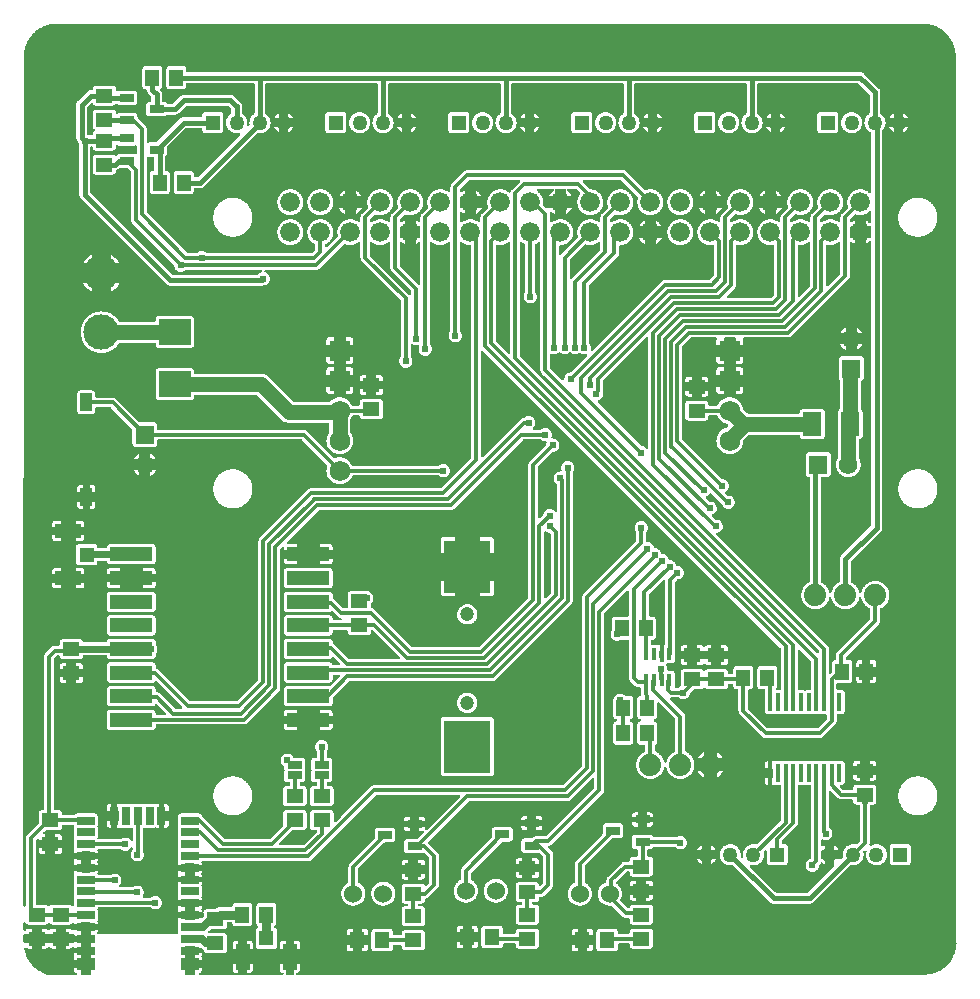
<source format=gtl>
G04 Layer: TopLayer*
G04 EasyEDA v6.2.46, 2019-11-12T10:27:12+01:00*
G04 201d7097f1e54f75af69d8895503a090,f684c74a6e3d460ab4b866ead519826c,10*
G04 Gerber Generator version 0.2*
G04 Scale: 100 percent, Rotated: No, Reflected: No *
G04 Dimensions in inches *
G04 leading zeros omitted , absolute positions ,2 integer and 4 decimal *
%FSLAX24Y24*%
%MOIN*%
G90*
G70D02*

%ADD11C,0.016000*%
%ADD12C,0.012000*%
%ADD13C,0.042000*%
%ADD14C,0.050000*%
%ADD15C,0.022000*%
%ADD16C,0.026000*%
%ADD17C,0.030000*%
%ADD18C,0.024000*%
%ADD19R,0.141700X0.047200*%
%ADD20R,0.059055X0.039370*%
%ADD21R,0.027559X0.059055*%
%ADD22R,0.059055X0.027559*%
%ADD23R,0.057870X0.045670*%
%ADD24R,0.057087X0.045670*%
%ADD25R,0.047240X0.086614*%
%ADD26R,0.051181X0.051181*%
%ADD27R,0.045670X0.057087*%
%ADD28R,0.157480X0.177165*%
%ADD29R,0.086614X0.047240*%
%ADD30R,0.050000X0.025000*%
%ADD31R,0.049213X0.027559*%
%ADD32R,0.108000X0.085000*%
%ADD33R,0.039370X0.059055*%
%ADD34R,0.015748X0.041732*%
%ADD35R,0.015748X0.058800*%
%ADD36R,0.063000X0.078740*%
%ADD37R,0.051200X0.055100*%
%ADD38C,0.047244*%
%ADD39R,0.050000X0.050000*%
%ADD40C,0.074000*%
%ADD41R,0.062000X0.062000*%
%ADD42C,0.062000*%
%ADD43C,0.118110*%
%ADD44C,0.060000*%
%ADD45R,0.068898X0.068898*%
%ADD46C,0.068898*%
%ADD47C,0.066000*%

%LPD*%
G36*
G01X30129Y31838D02*
G01X1170Y31838D01*
G01X1140Y31837D01*
G01X1110Y31835D01*
G01X1081Y31832D01*
G01X1051Y31828D01*
G01X1022Y31824D01*
G01X992Y31818D01*
G01X963Y31812D01*
G01X934Y31805D01*
G01X906Y31798D01*
G01X877Y31789D01*
G01X849Y31780D01*
G01X821Y31770D01*
G01X793Y31759D01*
G01X766Y31748D01*
G01X712Y31722D01*
G01X685Y31708D01*
G01X659Y31694D01*
G01X634Y31679D01*
G01X609Y31663D01*
G01X584Y31646D01*
G01X560Y31629D01*
G01X536Y31611D01*
G01X490Y31573D01*
G01X446Y31533D01*
G01X425Y31512D01*
G01X385Y31468D01*
G01X347Y31422D01*
G01X329Y31398D01*
G01X312Y31374D01*
G01X295Y31349D01*
G01X279Y31324D01*
G01X264Y31298D01*
G01X236Y31246D01*
G01X210Y31192D01*
G01X199Y31165D01*
G01X188Y31137D01*
G01X178Y31109D01*
G01X169Y31081D01*
G01X160Y31052D01*
G01X152Y31024D01*
G01X146Y30995D01*
G01X139Y30965D01*
G01X134Y30936D01*
G01X130Y30907D01*
G01X126Y30877D01*
G01X123Y30848D01*
G01X121Y30818D01*
G01X119Y30758D01*
G01X101Y2437D01*
G01X102Y2431D01*
G01X103Y2426D01*
G01X105Y2421D01*
G01X111Y2411D01*
G01X115Y2407D01*
G01X125Y2401D01*
G01X130Y2399D01*
G01X136Y2398D01*
G01X141Y2397D01*
G01X153Y2399D01*
G01X159Y2401D01*
G01X164Y2404D01*
G01X169Y2408D01*
G01X173Y2412D01*
G01X176Y2418D01*
G01X181Y2426D01*
G01X184Y2431D01*
G01X187Y2437D01*
G01X188Y2443D01*
G01X188Y4690D01*
G01X190Y4712D01*
G01X192Y4724D01*
G01X195Y4735D01*
G01X199Y4746D01*
G01X203Y4756D01*
G01X208Y4767D01*
G01X214Y4777D01*
G01X228Y4795D01*
G01X236Y4803D01*
G01X601Y5169D01*
G01X609Y5179D01*
G01X613Y5191D01*
G01X613Y5518D01*
G01X615Y5536D01*
G01X617Y5545D01*
G01X620Y5554D01*
G01X624Y5563D01*
G01X628Y5571D01*
G01X633Y5579D01*
G01X639Y5586D01*
G01X653Y5598D01*
G01X661Y5604D01*
G01X669Y5608D01*
G01X678Y5612D01*
G01X686Y5615D01*
G01X696Y5617D01*
G01X714Y5619D01*
G01X754Y5619D01*
G01X760Y5620D01*
G01X765Y5622D01*
G01X770Y5625D01*
G01X775Y5629D01*
G01X779Y5633D01*
G01X782Y5637D01*
G01X785Y5642D01*
G01X787Y5648D01*
G01X788Y5653D01*
G01X788Y10740D01*
G01X790Y10762D01*
G01X792Y10774D01*
G01X795Y10785D01*
G01X799Y10796D01*
G01X803Y10806D01*
G01X808Y10817D01*
G01X814Y10827D01*
G01X828Y10845D01*
G01X1044Y11061D01*
G01X1062Y11075D01*
G01X1072Y11081D01*
G01X1083Y11086D01*
G01X1093Y11090D01*
G01X1104Y11094D01*
G01X1115Y11097D01*
G01X1127Y11099D01*
G01X1149Y11101D01*
G01X1279Y11101D01*
G01X1284Y11102D01*
G01X1290Y11104D01*
G01X1295Y11107D01*
G01X1299Y11110D01*
G01X1303Y11114D01*
G01X1307Y11119D01*
G01X1311Y11129D01*
G01X1313Y11135D01*
G01X1313Y11218D01*
G01X1315Y11236D01*
G01X1317Y11245D01*
G01X1320Y11254D01*
G01X1324Y11263D01*
G01X1328Y11271D01*
G01X1333Y11279D01*
G01X1339Y11286D01*
G01X1353Y11298D01*
G01X1361Y11304D01*
G01X1369Y11308D01*
G01X1378Y11312D01*
G01X1386Y11315D01*
G01X1396Y11317D01*
G01X1414Y11319D01*
G01X1985Y11319D01*
G01X2003Y11317D01*
G01X2012Y11315D01*
G01X2028Y11309D01*
G01X2036Y11305D01*
G01X2044Y11300D01*
G01X2058Y11288D01*
G01X2064Y11281D01*
G01X2069Y11274D01*
G01X2074Y11266D01*
G01X2077Y11258D01*
G01X2081Y11250D01*
G01X2083Y11241D01*
G01X2085Y11236D01*
G01X2088Y11230D01*
G01X2091Y11225D01*
G01X2095Y11221D01*
G01X2100Y11217D01*
G01X2105Y11214D01*
G01X2110Y11212D01*
G01X2116Y11211D01*
G01X2857Y11211D01*
G01X2862Y11212D01*
G01X2868Y11214D01*
G01X2873Y11217D01*
G01X2878Y11221D01*
G01X2882Y11225D01*
G01X2888Y11235D01*
G01X2890Y11240D01*
G01X2891Y11246D01*
G01X2892Y11255D01*
G01X2894Y11264D01*
G01X2897Y11273D01*
G01X2901Y11281D01*
G01X2906Y11290D01*
G01X2911Y11297D01*
G01X2923Y11311D01*
G01X2931Y11316D01*
G01X2938Y11322D01*
G01X2946Y11326D01*
G01X2955Y11330D01*
G01X2964Y11333D01*
G01X2973Y11335D01*
G01X2982Y11336D01*
G01X4408Y11336D01*
G01X4408Y11337D01*
G01X4417Y11336D01*
G01X4427Y11335D01*
G01X4436Y11333D01*
G01X4444Y11330D01*
G01X4453Y11326D01*
G01X4469Y11316D01*
G01X4483Y11304D01*
G01X4489Y11296D01*
G01X4494Y11289D01*
G01X4498Y11281D01*
G01X4502Y11272D01*
G01X4505Y11263D01*
G01X4509Y11245D01*
G01X4509Y11158D01*
G01X4511Y11144D01*
G01X4514Y11138D01*
G01X4518Y11132D01*
G01X4527Y11121D01*
G01X4535Y11109D01*
G01X4549Y11085D01*
G01X4555Y11072D01*
G01X4559Y11059D01*
G01X4563Y11045D01*
G01X4566Y11031D01*
G01X4569Y11018D01*
G01X4570Y11004D01*
G01X4571Y10989D01*
G01X4569Y10961D01*
G01X4566Y10948D01*
G01X4563Y10934D01*
G01X4559Y10920D01*
G01X4555Y10907D01*
G01X4549Y10894D01*
G01X4535Y10870D01*
G01X4527Y10858D01*
G01X4518Y10847D01*
G01X4514Y10841D01*
G01X4511Y10835D01*
G01X4509Y10821D01*
G01X4509Y10754D01*
G01X4505Y10736D01*
G01X4502Y10727D01*
G01X4498Y10718D01*
G01X4494Y10710D01*
G01X4489Y10703D01*
G01X4483Y10695D01*
G01X4469Y10683D01*
G01X4453Y10673D01*
G01X4444Y10669D01*
G01X4436Y10666D01*
G01X4427Y10664D01*
G01X4417Y10663D01*
G01X4408Y10662D01*
G01X4408Y10663D01*
G01X2982Y10663D01*
G01X2973Y10664D01*
G01X2964Y10666D01*
G01X2955Y10669D01*
G01X2946Y10673D01*
G01X2938Y10677D01*
G01X2931Y10683D01*
G01X2923Y10688D01*
G01X2911Y10702D01*
G01X2906Y10709D01*
G01X2901Y10718D01*
G01X2897Y10726D01*
G01X2894Y10735D01*
G01X2892Y10744D01*
G01X2891Y10753D01*
G01X2890Y10759D01*
G01X2888Y10764D01*
G01X2882Y10774D01*
G01X2878Y10778D01*
G01X2873Y10782D01*
G01X2868Y10785D01*
G01X2862Y10787D01*
G01X2857Y10788D01*
G01X2119Y10788D01*
G01X2114Y10787D01*
G01X2108Y10785D01*
G01X2103Y10782D01*
G01X2098Y10778D01*
G01X2094Y10774D01*
G01X2088Y10764D01*
G01X2086Y10758D01*
G01X2086Y10752D01*
G01X2082Y10734D01*
G01X2079Y10725D01*
G01X2075Y10716D01*
G01X2071Y10708D01*
G01X2066Y10700D01*
G01X2060Y10693D01*
G01X2046Y10681D01*
G01X2038Y10675D01*
G01X2030Y10671D01*
G01X2021Y10667D01*
G01X2013Y10664D01*
G01X2004Y10662D01*
G01X1994Y10661D01*
G01X1985Y10660D01*
G01X1414Y10660D01*
G01X1405Y10661D01*
G01X1395Y10662D01*
G01X1386Y10664D01*
G01X1377Y10667D01*
G01X1368Y10671D01*
G01X1352Y10681D01*
G01X1345Y10687D01*
G01X1338Y10694D01*
G01X1333Y10702D01*
G01X1327Y10709D01*
G01X1319Y10727D01*
G01X1316Y10736D01*
G01X1314Y10745D01*
G01X1313Y10751D01*
G01X1310Y10757D01*
G01X1307Y10762D01*
G01X1303Y10767D01*
G01X1298Y10771D01*
G01X1293Y10774D01*
G01X1287Y10777D01*
G01X1275Y10779D01*
G01X1233Y10778D01*
G01X1226Y10778D01*
G01X1220Y10777D01*
G01X1215Y10774D01*
G01X1209Y10771D01*
G01X1204Y10767D01*
G01X1122Y10685D01*
G01X1118Y10680D01*
G01X1115Y10674D01*
G01X1112Y10669D01*
G01X1111Y10663D01*
G01X1111Y5653D01*
G01X1112Y5648D01*
G01X1114Y5642D01*
G01X1117Y5637D01*
G01X1120Y5633D01*
G01X1124Y5629D01*
G01X1129Y5625D01*
G01X1134Y5622D01*
G01X1139Y5620D01*
G01X1145Y5619D01*
G01X1285Y5619D01*
G01X1303Y5617D01*
G01X1313Y5615D01*
G01X1321Y5612D01*
G01X1330Y5608D01*
G01X1338Y5604D01*
G01X1346Y5598D01*
G01X1360Y5586D01*
G01X1366Y5579D01*
G01X1371Y5571D01*
G01X1375Y5563D01*
G01X1379Y5554D01*
G01X1382Y5545D01*
G01X1384Y5536D01*
G01X1386Y5518D01*
G01X1386Y5485D01*
G01X1388Y5479D01*
G01X1392Y5469D01*
G01X1396Y5464D01*
G01X1400Y5460D01*
G01X1404Y5457D01*
G01X1409Y5454D01*
G01X1415Y5452D01*
G01X1420Y5451D01*
G01X1780Y5451D01*
G01X1792Y5455D01*
G01X1802Y5463D01*
G01X1806Y5468D01*
G01X1812Y5476D01*
G01X1819Y5483D01*
G01X1826Y5489D01*
G01X1834Y5495D01*
G01X1843Y5500D01*
G01X1851Y5504D01*
G01X1861Y5508D01*
G01X1870Y5510D01*
G01X1890Y5512D01*
G01X2480Y5512D01*
G01X2490Y5511D01*
G01X2499Y5510D01*
G01X2508Y5508D01*
G01X2517Y5505D01*
G01X2533Y5497D01*
G01X2541Y5491D01*
G01X2555Y5479D01*
G01X2561Y5472D01*
G01X2571Y5456D01*
G01X2580Y5429D01*
G01X2581Y5420D01*
G01X2581Y5124D01*
G01X2579Y5114D01*
G01X2576Y5103D01*
G01X2572Y5093D01*
G01X2570Y5087D01*
G01X2569Y5082D01*
G01X2568Y5076D01*
G01X2569Y5070D01*
G01X2570Y5065D01*
G01X2572Y5059D01*
G01X2576Y5049D01*
G01X2579Y5039D01*
G01X2581Y5028D01*
G01X2581Y4732D01*
G01X2577Y4714D01*
G01X2574Y4705D01*
G01X2572Y4698D01*
G01X2572Y4685D01*
G01X2573Y4679D01*
G01X2575Y4674D01*
G01X2581Y4664D01*
G01X2585Y4660D01*
G01X2595Y4654D01*
G01X2600Y4652D01*
G01X2606Y4651D01*
G01X3340Y4651D01*
G01X3347Y4653D01*
G01X3353Y4656D01*
G01X3359Y4660D01*
G01X3369Y4668D01*
G01X3381Y4676D01*
G01X3393Y4683D01*
G01X3405Y4689D01*
G01X3418Y4695D01*
G01X3431Y4700D01*
G01X3444Y4704D01*
G01X3458Y4707D01*
G01X3472Y4709D01*
G01X3486Y4710D01*
G01X3513Y4710D01*
G01X3526Y4709D01*
G01X3540Y4707D01*
G01X3553Y4704D01*
G01X3579Y4696D01*
G01X3591Y4691D01*
G01X3603Y4685D01*
G01X3615Y4678D01*
G01X3627Y4670D01*
G01X3637Y4662D01*
G01X3648Y4653D01*
G01X3667Y4634D01*
G01X3675Y4624D01*
G01X3683Y4613D01*
G01X3687Y4608D01*
G01X3692Y4603D01*
G01X3697Y4600D01*
G01X3703Y4597D01*
G01X3710Y4596D01*
G01X3716Y4595D01*
G01X3722Y4595D01*
G01X3727Y4597D01*
G01X3733Y4599D01*
G01X3738Y4601D01*
G01X3750Y4613D01*
G01X3753Y4618D01*
G01X3755Y4624D01*
G01X3756Y4629D01*
G01X3756Y5011D01*
G01X3755Y5017D01*
G01X3753Y5022D01*
G01X3750Y5027D01*
G01X3746Y5032D01*
G01X3742Y5036D01*
G01X3738Y5039D01*
G01X3733Y5042D01*
G01X3727Y5044D01*
G01X3722Y5045D01*
G01X3708Y5045D01*
G01X3701Y5042D01*
G01X3681Y5036D01*
G01X3661Y5034D01*
G01X3386Y5034D01*
G01X3375Y5035D01*
G01X3364Y5037D01*
G01X3354Y5039D01*
G01X3343Y5043D01*
G01X3338Y5046D01*
G01X3332Y5047D01*
G01X3321Y5047D01*
G01X3315Y5046D01*
G01X3310Y5043D01*
G01X3300Y5039D01*
G01X3289Y5037D01*
G01X3279Y5035D01*
G01X3268Y5034D01*
G01X3224Y5034D01*
G01X3224Y5258D01*
G01X3250Y5258D01*
G01X3256Y5259D01*
G01X3261Y5261D01*
G01X3266Y5264D01*
G01X3271Y5268D01*
G01X3275Y5272D01*
G01X3278Y5276D01*
G01X3281Y5281D01*
G01X3283Y5287D01*
G01X3284Y5292D01*
G01X3285Y5298D01*
G01X3285Y5563D01*
G01X3284Y5569D01*
G01X3283Y5574D01*
G01X3281Y5580D01*
G01X3278Y5585D01*
G01X3275Y5589D01*
G01X3271Y5593D01*
G01X3266Y5597D01*
G01X3261Y5600D01*
G01X3256Y5602D01*
G01X3250Y5603D01*
G01X3224Y5603D01*
G01X3224Y5827D01*
G01X3268Y5827D01*
G01X3279Y5826D01*
G01X3289Y5824D01*
G01X3300Y5821D01*
G01X3315Y5815D01*
G01X3321Y5814D01*
G01X3332Y5814D01*
G01X3338Y5815D01*
G01X3343Y5817D01*
G01X3354Y5821D01*
G01X3364Y5824D01*
G01X3375Y5826D01*
G01X3386Y5827D01*
G01X3661Y5827D01*
G01X3672Y5826D01*
G01X3683Y5824D01*
G01X3693Y5821D01*
G01X3704Y5817D01*
G01X3709Y5815D01*
G01X3715Y5814D01*
G01X3726Y5814D01*
G01X3732Y5815D01*
G01X3747Y5821D01*
G01X3758Y5824D01*
G01X3769Y5826D01*
G01X3779Y5827D01*
G01X4055Y5827D01*
G01X4066Y5826D01*
G01X4077Y5824D01*
G01X4087Y5821D01*
G01X4097Y5817D01*
G01X4103Y5815D01*
G01X4108Y5814D01*
G01X4120Y5814D01*
G01X4125Y5815D01*
G01X4131Y5817D01*
G01X4141Y5821D01*
G01X4151Y5824D01*
G01X4162Y5826D01*
G01X4173Y5827D01*
G01X4449Y5827D01*
G01X4460Y5826D01*
G01X4470Y5824D01*
G01X4481Y5821D01*
G01X4496Y5815D01*
G01X4502Y5814D01*
G01X4514Y5814D01*
G01X4519Y5815D01*
G01X4525Y5817D01*
G01X4535Y5821D01*
G01X4545Y5824D01*
G01X4556Y5826D01*
G01X4567Y5827D01*
G01X4611Y5827D01*
G01X4611Y5603D01*
G01X4584Y5603D01*
G01X4578Y5602D01*
G01X4573Y5600D01*
G01X4568Y5597D01*
G01X4564Y5593D01*
G01X4559Y5589D01*
G01X4556Y5585D01*
G01X4553Y5580D01*
G01X4551Y5574D01*
G01X4550Y5569D01*
G01X4550Y5292D01*
G01X4551Y5287D01*
G01X4553Y5281D01*
G01X4556Y5276D01*
G01X4559Y5272D01*
G01X4564Y5268D01*
G01X4568Y5264D01*
G01X4573Y5261D01*
G01X4578Y5259D01*
G01X4584Y5258D01*
G01X4611Y5258D01*
G01X4611Y5034D01*
G01X4567Y5034D01*
G01X4556Y5035D01*
G01X4545Y5037D01*
G01X4535Y5039D01*
G01X4525Y5043D01*
G01X4519Y5046D01*
G01X4514Y5047D01*
G01X4502Y5047D01*
G01X4496Y5046D01*
G01X4491Y5043D01*
G01X4481Y5039D01*
G01X4470Y5037D01*
G01X4460Y5035D01*
G01X4449Y5034D01*
G01X4173Y5034D01*
G01X4153Y5036D01*
G01X4143Y5039D01*
G01X4134Y5042D01*
G01X4126Y5045D01*
G01X4113Y5045D01*
G01X4107Y5044D01*
G01X4102Y5042D01*
G01X4092Y5036D01*
G01X4088Y5032D01*
G01X4082Y5022D01*
G01X4080Y5017D01*
G01X4078Y5005D01*
G01X4078Y4282D01*
G01X4079Y4276D01*
G01X4080Y4271D01*
G01X4082Y4265D01*
G01X4085Y4260D01*
G01X4092Y4248D01*
G01X4099Y4235D01*
G01X4109Y4209D01*
G01X4113Y4196D01*
G01X4119Y4168D01*
G01X4121Y4140D01*
G01X4120Y4126D01*
G01X4119Y4113D01*
G01X4117Y4100D01*
G01X4114Y4087D01*
G01X4106Y4061D01*
G01X4101Y4049D01*
G01X4089Y4025D01*
G01X4073Y4003D01*
G01X4065Y3993D01*
G01X4056Y3983D01*
G01X4046Y3974D01*
G01X4036Y3966D01*
G01X4014Y3950D01*
G01X3990Y3938D01*
G01X3978Y3933D01*
G01X3952Y3925D01*
G01X3939Y3922D01*
G01X3926Y3920D01*
G01X3913Y3919D01*
G01X3886Y3919D01*
G01X3873Y3920D01*
G01X3860Y3922D01*
G01X3847Y3925D01*
G01X3821Y3933D01*
G01X3809Y3938D01*
G01X3785Y3950D01*
G01X3763Y3966D01*
G01X3753Y3974D01*
G01X3743Y3983D01*
G01X3734Y3993D01*
G01X3726Y4003D01*
G01X3710Y4025D01*
G01X3698Y4049D01*
G01X3693Y4061D01*
G01X3685Y4087D01*
G01X3682Y4100D01*
G01X3680Y4113D01*
G01X3679Y4126D01*
G01X3678Y4140D01*
G01X3680Y4166D01*
G01X3682Y4180D01*
G01X3685Y4193D01*
G01X3693Y4219D01*
G01X3698Y4231D01*
G01X3704Y4243D01*
G01X3711Y4255D01*
G01X3718Y4266D01*
G01X3726Y4277D01*
G01X3744Y4297D01*
G01X3752Y4307D01*
G01X3756Y4319D01*
G01X3756Y4350D01*
G01X3755Y4355D01*
G01X3753Y4361D01*
G01X3750Y4366D01*
G01X3738Y4378D01*
G01X3733Y4380D01*
G01X3727Y4382D01*
G01X3722Y4384D01*
G01X3716Y4384D01*
G01X3710Y4383D01*
G01X3703Y4382D01*
G01X3697Y4379D01*
G01X3692Y4376D01*
G01X3687Y4371D01*
G01X3683Y4366D01*
G01X3675Y4355D01*
G01X3667Y4345D01*
G01X3648Y4326D01*
G01X3637Y4317D01*
G01X3627Y4309D01*
G01X3615Y4301D01*
G01X3603Y4294D01*
G01X3591Y4288D01*
G01X3579Y4283D01*
G01X3553Y4275D01*
G01X3540Y4272D01*
G01X3526Y4270D01*
G01X3513Y4269D01*
G01X3486Y4269D01*
G01X3472Y4270D01*
G01X3458Y4272D01*
G01X3444Y4275D01*
G01X3431Y4279D01*
G01X3418Y4284D01*
G01X3405Y4290D01*
G01X3393Y4296D01*
G01X3381Y4303D01*
G01X3369Y4311D01*
G01X3359Y4319D01*
G01X3353Y4323D01*
G01X3347Y4326D01*
G01X3340Y4328D01*
G01X2603Y4328D01*
G01X2597Y4327D01*
G01X2592Y4325D01*
G01X2582Y4319D01*
G01X2578Y4315D01*
G01X2572Y4305D01*
G01X2570Y4300D01*
G01X2568Y4288D01*
G01X2569Y4283D01*
G01X2570Y4277D01*
G01X2576Y4262D01*
G01X2579Y4251D01*
G01X2581Y4241D01*
G01X2581Y4186D01*
G01X2358Y4186D01*
G01X2358Y4207D01*
G01X2357Y4212D01*
G01X2356Y4218D01*
G01X2354Y4223D01*
G01X2348Y4233D01*
G01X2344Y4237D01*
G01X2334Y4243D01*
G01X2329Y4245D01*
G01X2323Y4246D01*
G01X2318Y4247D01*
G01X2052Y4247D01*
G01X2047Y4246D01*
G01X2041Y4245D01*
G01X2036Y4243D01*
G01X2026Y4237D01*
G01X2022Y4233D01*
G01X2016Y4223D01*
G01X2014Y4218D01*
G01X2013Y4212D01*
G01X2012Y4207D01*
G01X2012Y4186D01*
G01X1789Y4186D01*
G01X1789Y4241D01*
G01X1791Y4251D01*
G01X1794Y4262D01*
G01X1800Y4277D01*
G01X1802Y4289D01*
G01X1801Y4294D01*
G01X1800Y4300D01*
G01X1798Y4305D01*
G01X1794Y4316D01*
G01X1791Y4326D01*
G01X1789Y4337D01*
G01X1789Y4634D01*
G01X1791Y4645D01*
G01X1794Y4656D01*
G01X1800Y4671D01*
G01X1801Y4677D01*
G01X1802Y4682D01*
G01X1800Y4694D01*
G01X1794Y4709D01*
G01X1791Y4720D01*
G01X1789Y4731D01*
G01X1789Y5028D01*
G01X1791Y5039D01*
G01X1794Y5049D01*
G01X1798Y5059D01*
G01X1800Y5065D01*
G01X1801Y5070D01*
G01X1802Y5076D01*
G01X1801Y5082D01*
G01X1800Y5087D01*
G01X1798Y5093D01*
G01X1794Y5102D01*
G01X1792Y5107D01*
G01X1789Y5113D01*
G01X1784Y5117D01*
G01X1780Y5121D01*
G01X1774Y5124D01*
G01X1769Y5127D01*
G01X1763Y5128D01*
G01X1420Y5128D01*
G01X1415Y5127D01*
G01X1409Y5125D01*
G01X1404Y5122D01*
G01X1400Y5119D01*
G01X1396Y5115D01*
G01X1392Y5110D01*
G01X1388Y5100D01*
G01X1386Y5094D01*
G01X1386Y5061D01*
G01X1384Y5043D01*
G01X1382Y5034D01*
G01X1379Y5025D01*
G01X1375Y5016D01*
G01X1371Y5008D01*
G01X1366Y5000D01*
G01X1360Y4993D01*
G01X1346Y4981D01*
G01X1338Y4975D01*
G01X1330Y4971D01*
G01X1321Y4967D01*
G01X1313Y4964D01*
G01X1303Y4962D01*
G01X1285Y4960D01*
G01X858Y4960D01*
G01X846Y4956D01*
G01X841Y4953D01*
G01X775Y4887D01*
G01X767Y4877D01*
G01X765Y4871D01*
G01X763Y4859D01*
G01X764Y4853D01*
G01X765Y4848D01*
G01X767Y4842D01*
G01X769Y4837D01*
G01X781Y4825D01*
G01X786Y4822D01*
G01X792Y4820D01*
G01X797Y4819D01*
G01X832Y4819D01*
G01X832Y4629D01*
G01X613Y4629D01*
G01X613Y4635D01*
G01X607Y4650D01*
G01X603Y4655D01*
G01X599Y4659D01*
G01X595Y4662D01*
G01X590Y4665D01*
G01X584Y4667D01*
G01X579Y4668D01*
G01X573Y4669D01*
G01X561Y4667D01*
G01X555Y4664D01*
G01X550Y4661D01*
G01X545Y4657D01*
G01X522Y4635D01*
G01X518Y4630D01*
G01X515Y4624D01*
G01X512Y4619D01*
G01X511Y4613D01*
G01X511Y2503D01*
G01X512Y2498D01*
G01X514Y2492D01*
G01X517Y2487D01*
G01X520Y2483D01*
G01X524Y2479D01*
G01X529Y2475D01*
G01X534Y2472D01*
G01X539Y2470D01*
G01X545Y2469D01*
G01X835Y2469D01*
G01X844Y2468D01*
G01X854Y2467D01*
G01X863Y2465D01*
G01X872Y2462D01*
G01X881Y2458D01*
G01X889Y2453D01*
G01X897Y2447D01*
G01X904Y2441D01*
G01X911Y2434D01*
G01X917Y2427D01*
G01X921Y2422D01*
G01X931Y2414D01*
G01X937Y2412D01*
G01X943Y2411D01*
G01X950Y2410D01*
G01X962Y2412D01*
G01X968Y2414D01*
G01X978Y2422D01*
G01X982Y2427D01*
G01X988Y2434D01*
G01X995Y2441D01*
G01X1002Y2447D01*
G01X1010Y2453D01*
G01X1018Y2458D01*
G01X1027Y2462D01*
G01X1036Y2465D01*
G01X1045Y2467D01*
G01X1055Y2468D01*
G01X1064Y2469D01*
G01X1635Y2469D01*
G01X1644Y2468D01*
G01X1654Y2467D01*
G01X1663Y2465D01*
G01X1672Y2462D01*
G01X1681Y2458D01*
G01X1697Y2448D01*
G01X1704Y2442D01*
G01X1716Y2428D01*
G01X1720Y2423D01*
G01X1725Y2419D01*
G01X1731Y2416D01*
G01X1736Y2413D01*
G01X1742Y2412D01*
G01X1749Y2411D01*
G01X1754Y2412D01*
G01X1760Y2413D01*
G01X1765Y2415D01*
G01X1775Y2421D01*
G01X1779Y2425D01*
G01X1785Y2435D01*
G01X1787Y2440D01*
G01X1788Y2445D01*
G01X1789Y2451D01*
G01X1789Y2666D01*
G01X1791Y2677D01*
G01X1794Y2687D01*
G01X1798Y2697D01*
G01X1800Y2703D01*
G01X1801Y2708D01*
G01X1802Y2714D01*
G01X1801Y2720D01*
G01X1800Y2725D01*
G01X1798Y2731D01*
G01X1794Y2741D01*
G01X1791Y2751D01*
G01X1789Y2762D01*
G01X1789Y3059D01*
G01X1791Y3070D01*
G01X1794Y3081D01*
G01X1800Y3096D01*
G01X1802Y3108D01*
G01X1801Y3113D01*
G01X1800Y3119D01*
G01X1798Y3124D01*
G01X1794Y3135D01*
G01X1791Y3145D01*
G01X1789Y3156D01*
G01X1789Y3453D01*
G01X1791Y3464D01*
G01X1794Y3474D01*
G01X1798Y3485D01*
G01X1800Y3490D01*
G01X1801Y3496D01*
G01X1802Y3501D01*
G01X1800Y3513D01*
G01X1794Y3528D01*
G01X1791Y3539D01*
G01X1789Y3549D01*
G01X1789Y3604D01*
G01X2012Y3604D01*
G01X2012Y3583D01*
G01X2013Y3578D01*
G01X2014Y3572D01*
G01X2016Y3567D01*
G01X2022Y3557D01*
G01X2026Y3553D01*
G01X2036Y3547D01*
G01X2041Y3545D01*
G01X2047Y3544D01*
G01X2052Y3543D01*
G01X2318Y3543D01*
G01X2323Y3544D01*
G01X2329Y3545D01*
G01X2334Y3547D01*
G01X2344Y3553D01*
G01X2348Y3557D01*
G01X2354Y3567D01*
G01X2356Y3572D01*
G01X2357Y3578D01*
G01X2358Y3583D01*
G01X2358Y3604D01*
G01X2581Y3604D01*
G01X2581Y3549D01*
G01X2579Y3539D01*
G01X2576Y3528D01*
G01X2570Y3513D01*
G01X2568Y3501D01*
G01X2569Y3496D01*
G01X2570Y3490D01*
G01X2572Y3485D01*
G01X2575Y3477D01*
G01X2578Y3471D01*
G01X2581Y3466D01*
G01X2585Y3462D01*
G01X2590Y3458D01*
G01X2595Y3455D01*
G01X2601Y3452D01*
G01X2607Y3451D01*
G01X2990Y3451D01*
G01X2997Y3453D01*
G01X3003Y3456D01*
G01X3009Y3460D01*
G01X3019Y3468D01*
G01X3031Y3476D01*
G01X3043Y3483D01*
G01X3055Y3489D01*
G01X3068Y3495D01*
G01X3081Y3500D01*
G01X3094Y3504D01*
G01X3108Y3507D01*
G01X3122Y3509D01*
G01X3136Y3510D01*
G01X3163Y3510D01*
G01X3176Y3509D01*
G01X3189Y3507D01*
G01X3202Y3504D01*
G01X3228Y3496D01*
G01X3240Y3491D01*
G01X3264Y3479D01*
G01X3286Y3463D01*
G01X3296Y3455D01*
G01X3306Y3446D01*
G01X3315Y3436D01*
G01X3323Y3426D01*
G01X3339Y3404D01*
G01X3351Y3380D01*
G01X3356Y3368D01*
G01X3364Y3342D01*
G01X3367Y3329D01*
G01X3369Y3316D01*
G01X3371Y3290D01*
G01X3369Y3262D01*
G01X3367Y3249D01*
G01X3364Y3235D01*
G01X3360Y3222D01*
G01X3355Y3209D01*
G01X3350Y3197D01*
G01X3344Y3184D01*
G01X3337Y3173D01*
G01X3329Y3161D01*
G01X3321Y3150D01*
G01X3303Y3130D01*
G01X3292Y3121D01*
G01X3288Y3117D01*
G01X3282Y3107D01*
G01X3280Y3102D01*
G01X3279Y3096D01*
G01X3278Y3091D01*
G01X3280Y3079D01*
G01X3282Y3074D01*
G01X3288Y3064D01*
G01X3292Y3060D01*
G01X3302Y3054D01*
G01X3307Y3052D01*
G01X3313Y3051D01*
G01X3740Y3051D01*
G01X3747Y3053D01*
G01X3753Y3056D01*
G01X3759Y3060D01*
G01X3769Y3068D01*
G01X3781Y3076D01*
G01X3793Y3083D01*
G01X3805Y3089D01*
G01X3818Y3095D01*
G01X3831Y3100D01*
G01X3844Y3104D01*
G01X3858Y3107D01*
G01X3872Y3109D01*
G01X3886Y3110D01*
G01X3913Y3110D01*
G01X3926Y3109D01*
G01X3939Y3107D01*
G01X3952Y3104D01*
G01X3978Y3096D01*
G01X3990Y3091D01*
G01X4014Y3079D01*
G01X4036Y3063D01*
G01X4046Y3055D01*
G01X4056Y3046D01*
G01X4065Y3036D01*
G01X4073Y3026D01*
G01X4089Y3004D01*
G01X4101Y2980D01*
G01X4106Y2968D01*
G01X4114Y2942D01*
G01X4117Y2929D01*
G01X4119Y2916D01*
G01X4121Y2890D01*
G01X4120Y2876D01*
G01X4119Y2863D01*
G01X4117Y2849D01*
G01X4114Y2836D01*
G01X4110Y2823D01*
G01X4106Y2811D01*
G01X4101Y2798D01*
G01X4095Y2786D01*
G01X4088Y2775D01*
G01X4081Y2763D01*
G01X4078Y2758D01*
G01X4076Y2752D01*
G01X4074Y2747D01*
G01X4074Y2735D01*
G01X4075Y2729D01*
G01X4077Y2724D01*
G01X4080Y2719D01*
G01X4084Y2714D01*
G01X4088Y2710D01*
G01X4092Y2707D01*
G01X4097Y2704D01*
G01X4103Y2702D01*
G01X4108Y2701D01*
G01X4340Y2701D01*
G01X4347Y2703D01*
G01X4353Y2706D01*
G01X4359Y2710D01*
G01X4369Y2718D01*
G01X4381Y2726D01*
G01X4393Y2733D01*
G01X4405Y2739D01*
G01X4418Y2745D01*
G01X4431Y2750D01*
G01X4444Y2754D01*
G01X4458Y2757D01*
G01X4472Y2759D01*
G01X4486Y2760D01*
G01X4513Y2760D01*
G01X4526Y2759D01*
G01X4539Y2757D01*
G01X4552Y2754D01*
G01X4578Y2746D01*
G01X4590Y2741D01*
G01X4614Y2729D01*
G01X4636Y2713D01*
G01X4646Y2705D01*
G01X4656Y2696D01*
G01X4665Y2686D01*
G01X4673Y2676D01*
G01X4689Y2654D01*
G01X4701Y2630D01*
G01X4706Y2618D01*
G01X4714Y2592D01*
G01X4717Y2579D01*
G01X4719Y2566D01*
G01X4721Y2540D01*
G01X4720Y2526D01*
G01X4719Y2513D01*
G01X4717Y2500D01*
G01X4714Y2487D01*
G01X4706Y2461D01*
G01X4701Y2449D01*
G01X4689Y2425D01*
G01X4673Y2403D01*
G01X4665Y2393D01*
G01X4656Y2383D01*
G01X4646Y2374D01*
G01X4636Y2366D01*
G01X4614Y2350D01*
G01X4590Y2338D01*
G01X4578Y2333D01*
G01X4552Y2325D01*
G01X4539Y2322D01*
G01X4526Y2320D01*
G01X4513Y2319D01*
G01X4486Y2319D01*
G01X4472Y2320D01*
G01X4458Y2322D01*
G01X4444Y2325D01*
G01X4431Y2329D01*
G01X4418Y2334D01*
G01X4405Y2340D01*
G01X4393Y2346D01*
G01X4381Y2353D01*
G01X4369Y2361D01*
G01X4359Y2369D01*
G01X4353Y2373D01*
G01X4347Y2376D01*
G01X4340Y2378D01*
G01X4333Y2378D01*
G01X2615Y2379D01*
G01X2610Y2378D01*
G01X2604Y2377D01*
G01X2599Y2375D01*
G01X2589Y2369D01*
G01X2585Y2365D01*
G01X2579Y2355D01*
G01X2577Y2350D01*
G01X2572Y2337D01*
G01X2570Y2332D01*
G01X2568Y2320D01*
G01X2569Y2314D01*
G01X2570Y2309D01*
G01X2572Y2303D01*
G01X2576Y2293D01*
G01X2579Y2283D01*
G01X2581Y2272D01*
G01X2581Y1975D01*
G01X2579Y1964D01*
G01X2576Y1953D01*
G01X2570Y1938D01*
G01X2569Y1932D01*
G01X2568Y1927D01*
G01X2570Y1915D01*
G01X2576Y1900D01*
G01X2579Y1889D01*
G01X2581Y1878D01*
G01X2581Y1824D01*
G01X2358Y1824D01*
G01X2358Y1845D01*
G01X2357Y1850D01*
G01X2356Y1856D01*
G01X2354Y1861D01*
G01X2348Y1871D01*
G01X2344Y1875D01*
G01X2334Y1881D01*
G01X2329Y1883D01*
G01X2323Y1884D01*
G01X2318Y1885D01*
G01X2052Y1885D01*
G01X2047Y1884D01*
G01X2041Y1883D01*
G01X2036Y1881D01*
G01X2026Y1875D01*
G01X2022Y1871D01*
G01X2016Y1861D01*
G01X2014Y1856D01*
G01X2013Y1850D01*
G01X2012Y1845D01*
G01X2012Y1824D01*
G01X1789Y1824D01*
G01X1789Y1828D01*
G01X1788Y1834D01*
G01X1787Y1839D01*
G01X1785Y1844D01*
G01X1779Y1854D01*
G01X1775Y1858D01*
G01X1765Y1864D01*
G01X1760Y1866D01*
G01X1754Y1867D01*
G01X1749Y1868D01*
G01X1742Y1867D01*
G01X1736Y1866D01*
G01X1731Y1863D01*
G01X1725Y1860D01*
G01X1720Y1856D01*
G01X1716Y1851D01*
G01X1704Y1837D01*
G01X1697Y1831D01*
G01X1681Y1821D01*
G01X1672Y1817D01*
G01X1663Y1814D01*
G01X1654Y1812D01*
G01X1644Y1811D01*
G01X1635Y1810D01*
G01X1064Y1810D01*
G01X1055Y1811D01*
G01X1045Y1812D01*
G01X1036Y1814D01*
G01X1027Y1817D01*
G01X1018Y1821D01*
G01X1010Y1826D01*
G01X1002Y1832D01*
G01X995Y1838D01*
G01X988Y1845D01*
G01X982Y1852D01*
G01X978Y1857D01*
G01X968Y1865D01*
G01X962Y1867D01*
G01X950Y1869D01*
G01X943Y1868D01*
G01X937Y1867D01*
G01X931Y1865D01*
G01X921Y1857D01*
G01X917Y1852D01*
G01X911Y1845D01*
G01X904Y1838D01*
G01X897Y1832D01*
G01X889Y1826D01*
G01X881Y1821D01*
G01X872Y1817D01*
G01X863Y1814D01*
G01X854Y1812D01*
G01X844Y1811D01*
G01X835Y1810D01*
G01X264Y1810D01*
G01X254Y1811D01*
G01X245Y1812D01*
G01X235Y1814D01*
G01X217Y1822D01*
G01X201Y1832D01*
G01X187Y1846D01*
G01X181Y1854D01*
G01X176Y1862D01*
G01X173Y1867D01*
G01X168Y1872D01*
G01X164Y1875D01*
G01X158Y1878D01*
G01X153Y1881D01*
G01X147Y1882D01*
G01X135Y1882D01*
G01X130Y1881D01*
G01X124Y1879D01*
G01X119Y1876D01*
G01X115Y1873D01*
G01X111Y1869D01*
G01X107Y1864D01*
G01X103Y1854D01*
G01X101Y1848D01*
G01X101Y1631D01*
G01X102Y1625D01*
G01X104Y1620D01*
G01X107Y1615D01*
G01X111Y1610D01*
G01X115Y1606D01*
G01X119Y1603D01*
G01X124Y1600D01*
G01X130Y1598D01*
G01X135Y1597D01*
G01X141Y1596D01*
G01X153Y1598D01*
G01X158Y1600D01*
G01X164Y1603D01*
G01X168Y1607D01*
G01X176Y1617D01*
G01X181Y1625D01*
G01X187Y1633D01*
G01X193Y1640D01*
G01X201Y1647D01*
G01X217Y1657D01*
G01X235Y1665D01*
G01X245Y1667D01*
G01X254Y1668D01*
G01X264Y1669D01*
G01X382Y1669D01*
G01X382Y1479D01*
G01X141Y1479D01*
G01X129Y1477D01*
G01X124Y1475D01*
G01X114Y1469D01*
G01X110Y1465D01*
G01X104Y1455D01*
G01X102Y1450D01*
G01X101Y1444D01*
G01X101Y1244D01*
G01X103Y1237D01*
G01X110Y1223D01*
G01X113Y1218D01*
G01X116Y1214D01*
G01X120Y1210D01*
G01X130Y1204D01*
G01X135Y1202D01*
G01X140Y1201D01*
G01X146Y1200D01*
G01X382Y1200D01*
G01X382Y1010D01*
G01X264Y1010D01*
G01X244Y1012D01*
G01X235Y1014D01*
G01X217Y1022D01*
G01X208Y1027D01*
G01X200Y1033D01*
G01X195Y1037D01*
G01X188Y1040D01*
G01X182Y1041D01*
G01X175Y1042D01*
G01X169Y1042D01*
G01X164Y1040D01*
G01X158Y1038D01*
G01X153Y1036D01*
G01X141Y1024D01*
G01X138Y1019D01*
G01X136Y1013D01*
G01X135Y1008D01*
G01X135Y995D01*
G01X147Y937D01*
G01X154Y909D01*
G01X162Y880D01*
G01X180Y824D01*
G01X190Y796D01*
G01X201Y769D01*
G01X225Y715D01*
G01X238Y688D01*
G01X252Y662D01*
G01X266Y637D01*
G01X282Y611D01*
G01X297Y587D01*
G01X314Y562D01*
G01X331Y538D01*
G01X349Y515D01*
G01X387Y469D01*
G01X406Y447D01*
G01X448Y405D01*
G01X469Y385D01*
G01X491Y365D01*
G01X514Y346D01*
G01X560Y310D01*
G01X584Y293D01*
G01X609Y276D01*
G01X634Y261D01*
G01X659Y245D01*
G01X711Y217D01*
G01X737Y204D01*
G01X764Y192D01*
G01X791Y181D01*
G01X819Y170D01*
G01X847Y160D01*
G01X903Y142D01*
G01X931Y134D01*
G01X960Y127D01*
G01X989Y121D01*
G01X997Y120D01*
G01X999Y121D01*
G01X1845Y121D01*
G01X1850Y123D01*
G01X1856Y125D01*
G01X1861Y127D01*
G01X1873Y139D01*
G01X1875Y144D01*
G01X1877Y150D01*
G01X1879Y155D01*
G01X1879Y167D01*
G01X1875Y179D01*
G01X1872Y184D01*
G01X1864Y192D01*
G01X1859Y196D01*
G01X1853Y198D01*
G01X1845Y202D01*
G01X1829Y212D01*
G01X1822Y218D01*
G01X1815Y225D01*
G01X1809Y232D01*
G01X1804Y239D01*
G01X1799Y248D01*
G01X1796Y256D01*
G01X1790Y274D01*
G01X1789Y283D01*
G01X1789Y366D01*
G01X2012Y366D01*
G01X2012Y161D01*
G01X2013Y156D01*
G01X2014Y150D01*
G01X2016Y145D01*
G01X2022Y135D01*
G01X2026Y131D01*
G01X2036Y125D01*
G01X2041Y123D01*
G01X2047Y122D01*
G01X2052Y121D01*
G01X2318Y121D01*
G01X2323Y122D01*
G01X2329Y123D01*
G01X2334Y125D01*
G01X2344Y131D01*
G01X2348Y135D01*
G01X2354Y145D01*
G01X2356Y150D01*
G01X2357Y156D01*
G01X2358Y161D01*
G01X2358Y366D01*
G01X2365Y366D01*
G01X2371Y368D01*
G01X2381Y372D01*
G01X2386Y376D01*
G01X2390Y380D01*
G01X2393Y384D01*
G01X2396Y389D01*
G01X2398Y395D01*
G01X2399Y400D01*
G01X2400Y406D01*
G01X2400Y573D01*
G01X2399Y579D01*
G01X2398Y584D01*
G01X2396Y590D01*
G01X2393Y595D01*
G01X2390Y599D01*
G01X2386Y603D01*
G01X2381Y607D01*
G01X2371Y611D01*
G01X2365Y613D01*
G01X2358Y613D01*
G01X2358Y848D01*
G01X2360Y848D01*
G01X2365Y849D01*
G01X2371Y850D01*
G01X2376Y852D01*
G01X2386Y858D01*
G01X2390Y862D01*
G01X2396Y872D01*
G01X2398Y877D01*
G01X2399Y883D01*
G01X2400Y888D01*
G01X2400Y996D01*
G01X2399Y1002D01*
G01X2398Y1007D01*
G01X2396Y1013D01*
G01X2393Y1018D01*
G01X2390Y1022D01*
G01X2386Y1026D01*
G01X2381Y1030D01*
G01X2376Y1033D01*
G01X2371Y1035D01*
G01X2365Y1036D01*
G01X2358Y1036D01*
G01X2358Y1242D01*
G01X2360Y1242D01*
G01X2365Y1243D01*
G01X2371Y1244D01*
G01X2381Y1248D01*
G01X2386Y1252D01*
G01X2390Y1256D01*
G01X2393Y1260D01*
G01X2396Y1265D01*
G01X2398Y1271D01*
G01X2399Y1276D01*
G01X2400Y1282D01*
G01X2400Y1390D01*
G01X2399Y1396D01*
G01X2398Y1401D01*
G01X2396Y1407D01*
G01X2393Y1412D01*
G01X2390Y1416D01*
G01X2386Y1420D01*
G01X2381Y1424D01*
G01X2371Y1428D01*
G01X2365Y1429D01*
G01X2360Y1430D01*
G01X2358Y1430D01*
G01X2358Y1636D01*
G01X2581Y1636D01*
G01X2581Y1581D01*
G01X2579Y1570D01*
G01X2576Y1560D01*
G01X2572Y1550D01*
G01X2570Y1544D01*
G01X2569Y1539D01*
G01X2568Y1533D01*
G01X2570Y1521D01*
G01X2572Y1516D01*
G01X2573Y1514D01*
G01X2579Y1504D01*
G01X2583Y1500D01*
G01X2588Y1496D01*
G01X2593Y1493D01*
G01X2598Y1491D01*
G01X2604Y1490D01*
G01X5231Y1490D01*
G01X5236Y1491D01*
G01X5242Y1493D01*
G01X5247Y1496D01*
G01X5255Y1504D01*
G01X5259Y1509D01*
G01X5261Y1514D01*
G01X5263Y1516D01*
G01X5265Y1521D01*
G01X5266Y1527D01*
G01X5266Y1539D01*
G01X5265Y1544D01*
G01X5263Y1550D01*
G01X5258Y1560D01*
G01X5256Y1570D01*
G01X5254Y1581D01*
G01X5253Y1592D01*
G01X5253Y1867D01*
G01X5254Y1878D01*
G01X5258Y1900D01*
G01X5263Y1910D01*
G01X5265Y1915D01*
G01X5266Y1921D01*
G01X5266Y1932D01*
G01X5265Y1938D01*
G01X5263Y1943D01*
G01X5258Y1953D01*
G01X5254Y1975D01*
G01X5253Y1986D01*
G01X5253Y2030D01*
G01X5477Y2030D01*
G01X5477Y2003D01*
G01X5478Y1997D01*
G01X5480Y1992D01*
G01X5483Y1987D01*
G01X5487Y1982D01*
G01X5491Y1978D01*
G01X5495Y1975D01*
G01X5500Y1972D01*
G01X5506Y1970D01*
G01X5511Y1969D01*
G01X5517Y1968D01*
G01X5782Y1968D01*
G01X5788Y1969D01*
G01X5793Y1970D01*
G01X5799Y1972D01*
G01X5804Y1975D01*
G01X5808Y1978D01*
G01X5812Y1982D01*
G01X5816Y1987D01*
G01X5819Y1992D01*
G01X5821Y1997D01*
G01X5822Y2003D01*
G01X5822Y2030D01*
G01X6053Y2030D01*
G01X6059Y2031D01*
G01X6064Y2034D01*
G01X6070Y2037D01*
G01X6075Y2041D01*
G01X6101Y2068D01*
G01X6109Y2078D01*
G01X6113Y2090D01*
G01X6113Y2183D01*
G01X6111Y2189D01*
G01X6107Y2199D01*
G01X6103Y2203D01*
G01X6099Y2208D01*
G01X6095Y2211D01*
G01X6090Y2214D01*
G01X6084Y2216D01*
G01X6079Y2217D01*
G01X5822Y2217D01*
G01X5822Y2423D01*
G01X6046Y2423D01*
G01X6046Y2379D01*
G01X6045Y2368D01*
G01X6043Y2358D01*
G01X6041Y2347D01*
G01X6036Y2337D01*
G01X6034Y2332D01*
G01X6033Y2326D01*
G01X6033Y2314D01*
G01X6034Y2309D01*
G01X6036Y2303D01*
G01X6041Y2293D01*
G01X6044Y2282D01*
G01X6045Y2271D01*
G01X6046Y2265D01*
G01X6048Y2260D01*
G01X6051Y2254D01*
G01X6054Y2250D01*
G01X6058Y2245D01*
G01X6068Y2239D01*
G01X6073Y2237D01*
G01X6079Y2235D01*
G01X6091Y2235D01*
G01X6096Y2237D01*
G01X6102Y2239D01*
G01X6107Y2241D01*
G01X6112Y2245D01*
G01X6116Y2249D01*
G01X6122Y2259D01*
G01X6126Y2267D01*
G01X6131Y2276D01*
G01X6137Y2283D01*
G01X6151Y2297D01*
G01X6167Y2307D01*
G01X6185Y2315D01*
G01X6195Y2317D01*
G01X6204Y2318D01*
G01X6214Y2319D01*
G01X6464Y2319D01*
G01X6470Y2320D01*
G01X6475Y2322D01*
G01X6480Y2325D01*
G01X6485Y2329D01*
G01X6496Y2338D01*
G01X6508Y2347D01*
G01X6521Y2355D01*
G01X6534Y2362D01*
G01X6548Y2369D01*
G01X6561Y2375D01*
G01X6576Y2379D01*
G01X6590Y2383D01*
G01X6620Y2389D01*
G01X6650Y2391D01*
G01X7036Y2391D01*
G01X7042Y2392D01*
G01X7048Y2395D01*
G01X7053Y2398D01*
G01X7058Y2402D01*
G01X7062Y2406D01*
G01X7065Y2411D01*
G01X7068Y2417D01*
G01X7070Y2423D01*
G01X7070Y2429D01*
G01X7071Y2438D01*
G01X7075Y2456D01*
G01X7078Y2464D01*
G01X7082Y2472D01*
G01X7092Y2488D01*
G01X7098Y2495D01*
G01X7112Y2507D01*
G01X7119Y2512D01*
G01X7127Y2516D01*
G01X7136Y2519D01*
G01X7144Y2522D01*
G01X7162Y2526D01*
G01X7628Y2526D01*
G01X7646Y2524D01*
G01X7655Y2522D01*
G01X7664Y2519D01*
G01X7673Y2515D01*
G01X7681Y2511D01*
G01X7689Y2506D01*
G01X7696Y2500D01*
G01X7708Y2486D01*
G01X7714Y2478D01*
G01X7718Y2470D01*
G01X7722Y2461D01*
G01X7725Y2453D01*
G01X7727Y2443D01*
G01X7729Y2425D01*
G01X7729Y1854D01*
G01X7727Y1836D01*
G01X7725Y1826D01*
G01X7722Y1818D01*
G01X7718Y1809D01*
G01X7714Y1801D01*
G01X7708Y1793D01*
G01X7696Y1779D01*
G01X7689Y1773D01*
G01X7681Y1768D01*
G01X7673Y1764D01*
G01X7664Y1760D01*
G01X7655Y1757D01*
G01X7646Y1755D01*
G01X7628Y1753D01*
G01X7162Y1753D01*
G01X7144Y1757D01*
G01X7136Y1760D01*
G01X7127Y1763D01*
G01X7119Y1767D01*
G01X7112Y1772D01*
G01X7098Y1784D01*
G01X7092Y1791D01*
G01X7082Y1807D01*
G01X7078Y1815D01*
G01X7075Y1823D01*
G01X7071Y1841D01*
G01X7070Y1850D01*
G01X7070Y1856D01*
G01X7068Y1862D01*
G01X7065Y1868D01*
G01X7062Y1873D01*
G01X7058Y1877D01*
G01X7053Y1881D01*
G01X7048Y1884D01*
G01X7042Y1887D01*
G01X7036Y1888D01*
G01X6920Y1888D01*
G01X6915Y1887D01*
G01X6909Y1885D01*
G01X6904Y1882D01*
G01X6900Y1879D01*
G01X6896Y1875D01*
G01X6892Y1870D01*
G01X6888Y1860D01*
G01X6886Y1854D01*
G01X6886Y1761D01*
G01X6884Y1743D01*
G01X6882Y1734D01*
G01X6879Y1725D01*
G01X6875Y1716D01*
G01X6871Y1708D01*
G01X6866Y1700D01*
G01X6860Y1693D01*
G01X6846Y1681D01*
G01X6838Y1675D01*
G01X6830Y1671D01*
G01X6821Y1667D01*
G01X6813Y1664D01*
G01X6803Y1662D01*
G01X6785Y1660D01*
G01X6357Y1660D01*
G01X6345Y1656D01*
G01X6340Y1653D01*
G01X6274Y1587D01*
G01X6266Y1577D01*
G01X6264Y1571D01*
G01X6262Y1559D01*
G01X6263Y1553D01*
G01X6264Y1548D01*
G01X6266Y1542D01*
G01X6268Y1537D01*
G01X6280Y1525D01*
G01X6285Y1522D01*
G01X6291Y1520D01*
G01X6296Y1519D01*
G01X6785Y1519D01*
G01X6803Y1517D01*
G01X6813Y1515D01*
G01X6821Y1512D01*
G01X6830Y1508D01*
G01X6838Y1504D01*
G01X6846Y1498D01*
G01X6860Y1486D01*
G01X6866Y1479D01*
G01X6871Y1471D01*
G01X6875Y1463D01*
G01X6879Y1454D01*
G01X6882Y1445D01*
G01X6884Y1436D01*
G01X6886Y1418D01*
G01X6886Y961D01*
G01X6884Y943D01*
G01X6882Y934D01*
G01X6879Y925D01*
G01X6875Y916D01*
G01X6871Y908D01*
G01X6866Y900D01*
G01X6860Y893D01*
G01X6846Y881D01*
G01X6838Y875D01*
G01X6830Y871D01*
G01X6821Y867D01*
G01X6813Y864D01*
G01X6803Y862D01*
G01X6785Y860D01*
G01X6214Y860D01*
G01X6204Y861D01*
G01X6195Y862D01*
G01X6186Y864D01*
G01X6177Y867D01*
G01X6168Y871D01*
G01X6159Y876D01*
G01X6152Y882D01*
G01X6144Y888D01*
G01X6138Y895D01*
G01X6132Y903D01*
G01X6122Y919D01*
G01X6118Y930D01*
G01X6115Y941D01*
G01X6113Y953D01*
G01X6113Y959D01*
G01X6111Y964D01*
G01X6105Y974D01*
G01X6097Y982D01*
G01X6092Y985D01*
G01X6077Y993D01*
G01X6063Y1003D01*
G01X6050Y1013D01*
G01X6038Y1025D01*
G01X6033Y1029D01*
G01X6028Y1032D01*
G01X6016Y1036D01*
G01X5822Y1036D01*
G01X5822Y1063D01*
G01X5821Y1068D01*
G01X5819Y1074D01*
G01X5816Y1079D01*
G01X5804Y1091D01*
G01X5799Y1094D01*
G01X5793Y1096D01*
G01X5788Y1097D01*
G01X5511Y1097D01*
G01X5506Y1096D01*
G01X5500Y1094D01*
G01X5495Y1091D01*
G01X5483Y1079D01*
G01X5480Y1074D01*
G01X5478Y1068D01*
G01X5477Y1063D01*
G01X5477Y1036D01*
G01X5384Y1036D01*
G01X5378Y1035D01*
G01X5373Y1033D01*
G01X5368Y1030D01*
G01X5363Y1026D01*
G01X5359Y1022D01*
G01X5356Y1018D01*
G01X5353Y1013D01*
G01X5351Y1007D01*
G01X5350Y1002D01*
G01X5349Y996D01*
G01X5349Y888D01*
G01X5350Y883D01*
G01X5351Y877D01*
G01X5353Y872D01*
G01X5359Y862D01*
G01X5363Y858D01*
G01X5373Y852D01*
G01X5378Y850D01*
G01X5384Y849D01*
G01X5389Y848D01*
G01X5477Y848D01*
G01X5477Y613D01*
G01X5384Y613D01*
G01X5378Y611D01*
G01X5368Y607D01*
G01X5363Y603D01*
G01X5359Y599D01*
G01X5356Y595D01*
G01X5353Y590D01*
G01X5351Y584D01*
G01X5350Y579D01*
G01X5349Y573D01*
G01X5349Y406D01*
G01X5350Y400D01*
G01X5351Y395D01*
G01X5353Y389D01*
G01X5356Y384D01*
G01X5359Y380D01*
G01X5363Y376D01*
G01X5368Y372D01*
G01X5378Y368D01*
G01X5384Y366D01*
G01X5477Y366D01*
G01X5477Y158D01*
G01X5478Y152D01*
G01X5480Y147D01*
G01X5483Y142D01*
G01X5487Y137D01*
G01X5491Y133D01*
G01X5495Y130D01*
G01X5500Y127D01*
G01X5506Y125D01*
G01X5511Y124D01*
G01X5788Y124D01*
G01X5793Y125D01*
G01X5799Y127D01*
G01X5804Y130D01*
G01X5816Y142D01*
G01X5819Y147D01*
G01X5821Y153D01*
G01X5822Y158D01*
G01X5822Y366D01*
G01X6046Y366D01*
G01X6046Y293D01*
G01X6044Y273D01*
G01X6042Y264D01*
G01X6034Y246D01*
G01X6030Y238D01*
G01X6024Y230D01*
G01X6018Y223D01*
G01X6010Y216D01*
G01X6003Y210D01*
G01X5995Y205D01*
G01X5986Y200D01*
G01X5981Y198D01*
G01X5976Y194D01*
G01X5972Y190D01*
G01X5969Y186D01*
G01X5966Y181D01*
G01X5964Y175D01*
G01X5963Y170D01*
G01X5962Y164D01*
G01X5963Y158D01*
G01X5964Y153D01*
G01X5966Y147D01*
G01X5969Y142D01*
G01X5972Y138D01*
G01X5976Y134D01*
G01X5981Y130D01*
G01X5991Y126D01*
G01X5997Y124D01*
G01X6002Y124D01*
G01X8740Y126D01*
G01X8745Y126D01*
G01X8751Y127D01*
G01X8756Y129D01*
G01X8761Y132D01*
G01X8766Y136D01*
G01X8770Y140D01*
G01X8773Y144D01*
G01X8776Y149D01*
G01X8778Y155D01*
G01X8779Y160D01*
G01X8779Y172D01*
G01X8778Y178D01*
G01X8776Y183D01*
G01X8773Y188D01*
G01X8769Y193D01*
G01X8764Y197D01*
G01X8760Y200D01*
G01X8754Y203D01*
G01X8748Y205D01*
G01X8743Y206D01*
G01X8733Y207D01*
G01X8724Y209D01*
G01X8706Y215D01*
G01X8690Y225D01*
G01X8683Y231D01*
G01X8676Y238D01*
G01X8670Y245D01*
G01X8660Y261D01*
G01X8656Y270D01*
G01X8653Y278D01*
G01X8651Y288D01*
G01X8649Y306D01*
G01X8649Y498D01*
G01X8843Y498D01*
G01X8843Y166D01*
G01X8844Y160D01*
G01X8845Y155D01*
G01X8847Y149D01*
G01X8850Y144D01*
G01X8853Y140D01*
G01X8857Y136D01*
G01X8862Y132D01*
G01X8872Y128D01*
G01X8878Y126D01*
G01X9095Y126D01*
G01X9101Y128D01*
G01X9111Y132D01*
G01X9116Y136D01*
G01X9120Y140D01*
G01X9123Y144D01*
G01X9126Y149D01*
G01X9128Y155D01*
G01X9129Y160D01*
G01X9130Y166D01*
G01X9130Y498D01*
G01X9324Y498D01*
G01X9324Y306D01*
G01X9322Y288D01*
G01X9320Y279D01*
G01X9317Y270D01*
G01X9309Y254D01*
G01X9304Y246D01*
G01X9298Y239D01*
G01X9291Y232D01*
G01X9284Y226D01*
G01X9277Y221D01*
G01X9268Y216D01*
G01X9260Y213D01*
G01X9242Y207D01*
G01X9233Y206D01*
G01X9227Y205D01*
G01X9222Y203D01*
G01X9212Y197D01*
G01X9208Y193D01*
G01X9204Y188D01*
G01X9201Y183D01*
G01X9199Y178D01*
G01X9197Y166D01*
G01X9198Y160D01*
G01X9199Y155D01*
G01X9201Y150D01*
G01X9207Y140D01*
G01X9211Y136D01*
G01X9221Y130D01*
G01X9226Y128D01*
G01X9232Y127D01*
G01X9237Y126D01*
G01X30128Y141D01*
G01X30157Y141D01*
G01X30187Y142D01*
G01X30217Y144D01*
G01X30246Y147D01*
G01X30276Y151D01*
G01X30305Y155D01*
G01X30335Y160D01*
G01X30364Y167D01*
G01X30393Y173D01*
G01X30421Y181D01*
G01X30450Y190D01*
G01X30478Y199D01*
G01X30506Y209D01*
G01X30534Y220D01*
G01X30561Y231D01*
G01X30615Y257D01*
G01X30641Y270D01*
G01X30693Y300D01*
G01X30718Y316D01*
G01X30743Y333D01*
G01X30767Y350D01*
G01X30791Y368D01*
G01X30814Y386D01*
G01X30836Y406D01*
G01X30859Y425D01*
G01X30922Y488D01*
G01X30942Y511D01*
G01X30961Y533D01*
G01X30979Y556D01*
G01X31015Y604D01*
G01X31047Y654D01*
G01X31063Y680D01*
G01X31077Y705D01*
G01X31091Y732D01*
G01X31104Y759D01*
G01X31128Y813D01*
G01X31139Y841D01*
G01X31149Y869D01*
G01X31167Y925D01*
G01X31181Y983D01*
G01X31193Y1041D01*
G01X31197Y1071D01*
G01X31201Y1100D01*
G01X31204Y1130D01*
G01X31206Y1159D01*
G01X31207Y1189D01*
G01X31207Y1197D01*
G01X31205Y1204D01*
G01X31201Y1216D01*
G01X31199Y1227D01*
G01X31199Y1239D01*
G01X31198Y1239D01*
G01X31178Y30719D01*
G01X31178Y30720D01*
G01X31179Y30722D01*
G01X31180Y30759D01*
G01X31180Y30760D01*
G01X31178Y30820D01*
G01X31176Y30849D01*
G01X31173Y30879D01*
G01X31169Y30909D01*
G01X31165Y30938D01*
G01X31153Y30996D01*
G01X31146Y31025D01*
G01X31138Y31054D01*
G01X31130Y31082D01*
G01X31121Y31111D01*
G01X31110Y31139D01*
G01X31100Y31166D01*
G01X31088Y31194D01*
G01X31076Y31221D01*
G01X31063Y31247D01*
G01X31049Y31274D01*
G01X31034Y31300D01*
G01X31019Y31325D01*
G01X31003Y31350D01*
G01X30986Y31375D01*
G01X30969Y31399D01*
G01X30951Y31423D01*
G01X30933Y31446D01*
G01X30913Y31469D01*
G01X30893Y31491D01*
G01X30873Y31512D01*
G01X30852Y31533D01*
G01X30830Y31554D01*
G01X30808Y31574D01*
G01X30785Y31593D01*
G01X30739Y31629D01*
G01X30714Y31646D01*
G01X30690Y31663D01*
G01X30665Y31679D01*
G01X30613Y31709D01*
G01X30587Y31722D01*
G01X30533Y31748D01*
G01X30505Y31759D01*
G01X30478Y31770D01*
G01X30450Y31780D01*
G01X30422Y31789D01*
G01X30393Y31798D01*
G01X30364Y31806D01*
G01X30335Y31812D01*
G01X30306Y31819D01*
G01X30277Y31824D01*
G01X30248Y31828D01*
G01X30218Y31832D01*
G01X30189Y31835D01*
G01X30159Y31837D01*
G01X30129Y31838D01*
G37*

%LPC*%
G36*
G01X4628Y30426D02*
G01X4171Y30426D01*
G01X4153Y30424D01*
G01X4144Y30422D01*
G01X4135Y30419D01*
G01X4126Y30415D01*
G01X4118Y30411D01*
G01X4110Y30406D01*
G01X4103Y30400D01*
G01X4091Y30386D01*
G01X4085Y30378D01*
G01X4081Y30370D01*
G01X4077Y30361D01*
G01X4074Y30353D01*
G01X4072Y30343D01*
G01X4070Y30325D01*
G01X4070Y29754D01*
G01X4072Y29736D01*
G01X4074Y29726D01*
G01X4077Y29718D01*
G01X4081Y29709D01*
G01X4085Y29701D01*
G01X4091Y29693D01*
G01X4103Y29679D01*
G01X4110Y29673D01*
G01X4118Y29668D01*
G01X4126Y29664D01*
G01X4135Y29660D01*
G01X4144Y29657D01*
G01X4153Y29655D01*
G01X4171Y29653D01*
G01X4185Y29653D01*
G01X4197Y29649D01*
G01X4202Y29646D01*
G01X4206Y29643D01*
G01X4214Y29633D01*
G01X4216Y29628D01*
G01X4218Y29622D01*
G01X4221Y29604D01*
G01X4223Y29591D01*
G01X4226Y29579D01*
G01X4230Y29567D01*
G01X4235Y29555D01*
G01X4241Y29544D01*
G01X4248Y29533D01*
G01X4255Y29523D01*
G01X4263Y29513D01*
G01X4272Y29504D01*
G01X4349Y29426D01*
G01X4353Y29421D01*
G01X4356Y29416D01*
G01X4359Y29410D01*
G01X4361Y29398D01*
G01X4361Y29268D01*
G01X4360Y29263D01*
G01X4359Y29257D01*
G01X4357Y29252D01*
G01X4351Y29242D01*
G01X4347Y29238D01*
G01X4337Y29232D01*
G01X4332Y29230D01*
G01X4326Y29229D01*
G01X4321Y29228D01*
G01X4286Y29228D01*
G01X4277Y29227D01*
G01X4250Y29218D01*
G01X4242Y29213D01*
G01X4235Y29208D01*
G01X4227Y29202D01*
G01X4215Y29188D01*
G01X4205Y29172D01*
G01X4201Y29164D01*
G01X4198Y29155D01*
G01X4196Y29146D01*
G01X4195Y29137D01*
G01X4194Y29127D01*
G01X4194Y28852D01*
G01X4195Y28842D01*
G01X4196Y28833D01*
G01X4198Y28824D01*
G01X4201Y28815D01*
G01X4205Y28807D01*
G01X4215Y28791D01*
G01X4227Y28777D01*
G01X4235Y28771D01*
G01X4242Y28766D01*
G01X4250Y28761D01*
G01X4277Y28752D01*
G01X4286Y28751D01*
G01X4797Y28751D01*
G01X4806Y28752D01*
G01X4816Y28755D01*
G01X4825Y28758D01*
G01X4833Y28762D01*
G01X4842Y28766D01*
G01X4849Y28772D01*
G01X4857Y28778D01*
G01X4869Y28792D01*
G01X4873Y28797D01*
G01X4878Y28801D01*
G01X4883Y28804D01*
G01X4889Y28807D01*
G01X4895Y28808D01*
G01X4901Y28808D01*
G01X5150Y28809D01*
G01X5162Y28809D01*
G01X5175Y28810D01*
G01X5188Y28813D01*
G01X5200Y28816D01*
G01X5213Y28820D01*
G01X5225Y28825D01*
G01X5247Y28837D01*
G01X5258Y28845D01*
G01X5268Y28853D01*
G01X5277Y28862D01*
G01X5513Y29097D01*
G01X5518Y29101D01*
G01X5523Y29104D01*
G01X5529Y29107D01*
G01X5541Y29109D01*
G01X6908Y29109D01*
G01X6920Y29107D01*
G01X6926Y29104D01*
G01X6931Y29101D01*
G01X6936Y29097D01*
G01X7017Y29016D01*
G01X7021Y29011D01*
G01X7024Y29006D01*
G01X7027Y29000D01*
G01X7028Y28994D01*
G01X7028Y28988D01*
G01X7029Y28862D01*
G01X7028Y28856D01*
G01X7026Y28849D01*
G01X7024Y28843D01*
G01X7016Y28833D01*
G01X7011Y28829D01*
G01X6997Y28819D01*
G01X6971Y28797D01*
G01X6947Y28773D01*
G01X6936Y28760D01*
G01X6916Y28732D01*
G01X6907Y28718D01*
G01X6891Y28688D01*
G01X6873Y28640D01*
G01X6869Y28624D01*
G01X6865Y28607D01*
G01X6862Y28590D01*
G01X6860Y28573D01*
G01X6859Y28557D01*
G01X6859Y28522D01*
G01X6860Y28505D01*
G01X6862Y28488D01*
G01X6865Y28471D01*
G01X6869Y28454D01*
G01X6874Y28438D01*
G01X6879Y28421D01*
G01X6885Y28405D01*
G01X6892Y28389D01*
G01X6908Y28359D01*
G01X6918Y28344D01*
G01X6928Y28330D01*
G01X6938Y28317D01*
G01X6949Y28304D01*
G01X6961Y28291D01*
G01X6974Y28279D01*
G01X6987Y28268D01*
G01X7000Y28258D01*
G01X7014Y28248D01*
G01X7029Y28238D01*
G01X7059Y28222D01*
G01X7075Y28215D01*
G01X7091Y28209D01*
G01X7108Y28204D01*
G01X7124Y28199D01*
G01X7141Y28195D01*
G01X7158Y28192D01*
G01X7175Y28190D01*
G01X7192Y28189D01*
G01X7210Y28188D01*
G01X7229Y28189D01*
G01X7248Y28191D01*
G01X7268Y28193D01*
G01X7287Y28197D01*
G01X7296Y28198D01*
G01X7301Y28198D01*
G01X7307Y28196D01*
G01X7317Y28192D01*
G01X7322Y28188D01*
G01X7326Y28184D01*
G01X7329Y28180D01*
G01X7332Y28175D01*
G01X7334Y28169D01*
G01X7335Y28164D01*
G01X7336Y28158D01*
G01X7334Y28146D01*
G01X7331Y28140D01*
G01X7328Y28135D01*
G01X7324Y28130D01*
G01X5926Y26732D01*
G01X5921Y26728D01*
G01X5916Y26725D01*
G01X5910Y26722D01*
G01X5904Y26721D01*
G01X5813Y26721D01*
G01X5808Y26722D01*
G01X5802Y26724D01*
G01X5797Y26727D01*
G01X5793Y26730D01*
G01X5789Y26734D01*
G01X5785Y26739D01*
G01X5782Y26744D01*
G01X5780Y26749D01*
G01X5779Y26755D01*
G01X5779Y26825D01*
G01X5777Y26843D01*
G01X5775Y26853D01*
G01X5772Y26861D01*
G01X5768Y26870D01*
G01X5764Y26878D01*
G01X5758Y26886D01*
G01X5746Y26900D01*
G01X5739Y26906D01*
G01X5731Y26911D01*
G01X5723Y26915D01*
G01X5714Y26919D01*
G01X5705Y26922D01*
G01X5696Y26924D01*
G01X5678Y26926D01*
G01X5221Y26926D01*
G01X5203Y26924D01*
G01X5194Y26922D01*
G01X5185Y26919D01*
G01X5176Y26915D01*
G01X5168Y26911D01*
G01X5160Y26906D01*
G01X5153Y26900D01*
G01X5141Y26886D01*
G01X5135Y26878D01*
G01X5131Y26870D01*
G01X5127Y26861D01*
G01X5124Y26853D01*
G01X5122Y26843D01*
G01X5120Y26825D01*
G01X5120Y26254D01*
G01X5122Y26236D01*
G01X5124Y26226D01*
G01X5127Y26218D01*
G01X5131Y26209D01*
G01X5135Y26201D01*
G01X5141Y26193D01*
G01X5153Y26179D01*
G01X5160Y26173D01*
G01X5168Y26168D01*
G01X5176Y26164D01*
G01X5185Y26160D01*
G01X5194Y26157D01*
G01X5203Y26155D01*
G01X5221Y26153D01*
G01X5678Y26153D01*
G01X5696Y26155D01*
G01X5705Y26157D01*
G01X5714Y26160D01*
G01X5723Y26164D01*
G01X5731Y26168D01*
G01X5739Y26173D01*
G01X5746Y26179D01*
G01X5758Y26193D01*
G01X5764Y26201D01*
G01X5768Y26209D01*
G01X5772Y26218D01*
G01X5775Y26226D01*
G01X5777Y26236D01*
G01X5779Y26254D01*
G01X5779Y26324D01*
G01X5780Y26330D01*
G01X5782Y26335D01*
G01X5785Y26340D01*
G01X5789Y26345D01*
G01X5793Y26349D01*
G01X5797Y26352D01*
G01X5802Y26355D01*
G01X5808Y26357D01*
G01X5813Y26358D01*
G01X5819Y26359D01*
G01X6002Y26359D01*
G01X6015Y26360D01*
G01X6028Y26363D01*
G01X6040Y26366D01*
G01X6053Y26370D01*
G01X6065Y26375D01*
G01X6087Y26387D01*
G01X6098Y26395D01*
G01X6108Y26403D01*
G01X6117Y26412D01*
G01X7889Y28183D01*
G01X7894Y28188D01*
G01X7900Y28191D01*
G01X7905Y28193D01*
G01X7911Y28195D01*
G01X7918Y28195D01*
G01X7946Y28191D01*
G01X7968Y28189D01*
G01X7990Y28188D01*
G01X8024Y28190D01*
G01X8041Y28192D01*
G01X8058Y28195D01*
G01X8075Y28199D01*
G01X8091Y28204D01*
G01X8108Y28209D01*
G01X8124Y28215D01*
G01X8140Y28222D01*
G01X8170Y28238D01*
G01X8185Y28248D01*
G01X8199Y28258D01*
G01X8212Y28268D01*
G01X8225Y28279D01*
G01X8238Y28291D01*
G01X8250Y28304D01*
G01X8261Y28317D01*
G01X8271Y28330D01*
G01X8281Y28344D01*
G01X8291Y28359D01*
G01X8307Y28389D01*
G01X8314Y28405D01*
G01X8320Y28421D01*
G01X8325Y28438D01*
G01X8330Y28454D01*
G01X8334Y28471D01*
G01X8337Y28488D01*
G01X8339Y28505D01*
G01X8340Y28522D01*
G01X8341Y28540D01*
G01X8340Y28557D01*
G01X8339Y28573D01*
G01X8337Y28590D01*
G01X8334Y28607D01*
G01X8330Y28624D01*
G01X8326Y28640D01*
G01X8308Y28688D01*
G01X8292Y28718D01*
G01X8283Y28732D01*
G01X8263Y28760D01*
G01X8252Y28773D01*
G01X8228Y28797D01*
G01X8202Y28819D01*
G01X8188Y28829D01*
G01X8183Y28833D01*
G01X8175Y28843D01*
G01X8173Y28849D01*
G01X8171Y28856D01*
G01X8170Y28862D01*
G01X8170Y29819D01*
G01X8171Y29824D01*
G01X8172Y29830D01*
G01X8174Y29835D01*
G01X8180Y29845D01*
G01X8184Y29849D01*
G01X8194Y29855D01*
G01X8199Y29857D01*
G01X8205Y29858D01*
G01X8210Y29859D01*
G01X11869Y29859D01*
G01X11874Y29858D01*
G01X11880Y29857D01*
G01X11885Y29855D01*
G01X11895Y29849D01*
G01X11899Y29845D01*
G01X11905Y29835D01*
G01X11907Y29830D01*
G01X11908Y29824D01*
G01X11909Y29819D01*
G01X11909Y28862D01*
G01X11908Y28856D01*
G01X11906Y28849D01*
G01X11904Y28843D01*
G01X11896Y28833D01*
G01X11891Y28829D01*
G01X11877Y28819D01*
G01X11863Y28808D01*
G01X11850Y28796D01*
G01X11838Y28784D01*
G01X11826Y28771D01*
G01X11815Y28758D01*
G01X11804Y28744D01*
G01X11794Y28729D01*
G01X11785Y28714D01*
G01X11777Y28699D01*
G01X11769Y28683D01*
G01X11762Y28667D01*
G01X11756Y28650D01*
G01X11751Y28634D01*
G01X11747Y28617D01*
G01X11744Y28599D01*
G01X11741Y28582D01*
G01X11739Y28565D01*
G01X11738Y28558D01*
G01X11736Y28551D01*
G01X11733Y28545D01*
G01X11728Y28540D01*
G01X11733Y28534D01*
G01X11736Y28528D01*
G01X11738Y28521D01*
G01X11739Y28514D01*
G01X11741Y28498D01*
G01X11743Y28481D01*
G01X11747Y28464D01*
G01X11751Y28448D01*
G01X11756Y28431D01*
G01X11761Y28415D01*
G01X11768Y28400D01*
G01X11775Y28384D01*
G01X11791Y28354D01*
G01X11801Y28340D01*
G01X11810Y28327D01*
G01X11821Y28313D01*
G01X11832Y28301D01*
G01X11844Y28288D01*
G01X11870Y28266D01*
G01X11883Y28256D01*
G01X11897Y28246D01*
G01X11911Y28237D01*
G01X11941Y28221D01*
G01X11957Y28214D01*
G01X11973Y28208D01*
G01X11989Y28203D01*
G01X12005Y28199D01*
G01X12022Y28195D01*
G01X12039Y28192D01*
G01X12056Y28190D01*
G01X12090Y28188D01*
G01X12124Y28190D01*
G01X12141Y28192D01*
G01X12158Y28195D01*
G01X12175Y28199D01*
G01X12191Y28204D01*
G01X12208Y28209D01*
G01X12224Y28215D01*
G01X12240Y28222D01*
G01X12270Y28238D01*
G01X12285Y28248D01*
G01X12299Y28258D01*
G01X12312Y28268D01*
G01X12325Y28279D01*
G01X12338Y28291D01*
G01X12350Y28304D01*
G01X12361Y28317D01*
G01X12371Y28330D01*
G01X12381Y28344D01*
G01X12391Y28359D01*
G01X12407Y28389D01*
G01X12414Y28405D01*
G01X12420Y28421D01*
G01X12425Y28438D01*
G01X12430Y28454D01*
G01X12434Y28471D01*
G01X12437Y28488D01*
G01X12439Y28505D01*
G01X12440Y28522D01*
G01X12441Y28540D01*
G01X12440Y28557D01*
G01X12439Y28573D01*
G01X12437Y28590D01*
G01X12434Y28607D01*
G01X12430Y28624D01*
G01X12426Y28640D01*
G01X12408Y28688D01*
G01X12392Y28718D01*
G01X12383Y28732D01*
G01X12363Y28760D01*
G01X12352Y28773D01*
G01X12328Y28797D01*
G01X12302Y28819D01*
G01X12288Y28829D01*
G01X12283Y28833D01*
G01X12275Y28843D01*
G01X12273Y28849D01*
G01X12271Y28856D01*
G01X12270Y28862D01*
G01X12270Y29819D01*
G01X12271Y29824D01*
G01X12272Y29830D01*
G01X12274Y29835D01*
G01X12280Y29845D01*
G01X12284Y29849D01*
G01X12294Y29855D01*
G01X12299Y29857D01*
G01X12305Y29858D01*
G01X12310Y29859D01*
G01X15969Y29859D01*
G01X15974Y29858D01*
G01X15980Y29857D01*
G01X15985Y29855D01*
G01X15995Y29849D01*
G01X15999Y29845D01*
G01X16005Y29835D01*
G01X16007Y29830D01*
G01X16008Y29824D01*
G01X16009Y29819D01*
G01X16009Y28862D01*
G01X16008Y28856D01*
G01X16006Y28849D01*
G01X16004Y28843D01*
G01X15996Y28833D01*
G01X15991Y28829D01*
G01X15977Y28819D01*
G01X15963Y28808D01*
G01X15950Y28796D01*
G01X15938Y28784D01*
G01X15926Y28771D01*
G01X15915Y28758D01*
G01X15904Y28744D01*
G01X15894Y28729D01*
G01X15885Y28714D01*
G01X15877Y28699D01*
G01X15869Y28683D01*
G01X15862Y28667D01*
G01X15856Y28650D01*
G01X15851Y28634D01*
G01X15847Y28617D01*
G01X15844Y28599D01*
G01X15841Y28582D01*
G01X15839Y28565D01*
G01X15838Y28558D01*
G01X15836Y28551D01*
G01X15833Y28545D01*
G01X15828Y28540D01*
G01X15833Y28534D01*
G01X15836Y28528D01*
G01X15838Y28521D01*
G01X15839Y28514D01*
G01X15841Y28498D01*
G01X15843Y28481D01*
G01X15847Y28464D01*
G01X15851Y28448D01*
G01X15856Y28431D01*
G01X15861Y28415D01*
G01X15868Y28400D01*
G01X15875Y28384D01*
G01X15891Y28354D01*
G01X15901Y28340D01*
G01X15910Y28327D01*
G01X15921Y28313D01*
G01X15932Y28301D01*
G01X15944Y28288D01*
G01X15970Y28266D01*
G01X15983Y28256D01*
G01X15997Y28246D01*
G01X16011Y28237D01*
G01X16041Y28221D01*
G01X16057Y28214D01*
G01X16073Y28208D01*
G01X16089Y28203D01*
G01X16105Y28199D01*
G01X16122Y28195D01*
G01X16139Y28192D01*
G01X16156Y28190D01*
G01X16190Y28188D01*
G01X16224Y28190D01*
G01X16241Y28192D01*
G01X16258Y28195D01*
G01X16275Y28199D01*
G01X16291Y28204D01*
G01X16308Y28209D01*
G01X16324Y28215D01*
G01X16340Y28222D01*
G01X16370Y28238D01*
G01X16385Y28248D01*
G01X16399Y28258D01*
G01X16412Y28268D01*
G01X16425Y28279D01*
G01X16438Y28291D01*
G01X16450Y28304D01*
G01X16461Y28317D01*
G01X16471Y28330D01*
G01X16481Y28344D01*
G01X16491Y28359D01*
G01X16507Y28389D01*
G01X16514Y28405D01*
G01X16520Y28421D01*
G01X16525Y28438D01*
G01X16530Y28454D01*
G01X16534Y28471D01*
G01X16537Y28488D01*
G01X16539Y28505D01*
G01X16540Y28522D01*
G01X16541Y28540D01*
G01X16540Y28557D01*
G01X16539Y28573D01*
G01X16537Y28590D01*
G01X16534Y28607D01*
G01X16530Y28624D01*
G01X16526Y28640D01*
G01X16508Y28688D01*
G01X16492Y28718D01*
G01X16483Y28732D01*
G01X16463Y28760D01*
G01X16452Y28773D01*
G01X16428Y28797D01*
G01X16402Y28819D01*
G01X16388Y28829D01*
G01X16383Y28833D01*
G01X16375Y28843D01*
G01X16373Y28849D01*
G01X16371Y28856D01*
G01X16370Y28862D01*
G01X16370Y29819D01*
G01X16371Y29824D01*
G01X16372Y29830D01*
G01X16374Y29835D01*
G01X16380Y29845D01*
G01X16384Y29849D01*
G01X16394Y29855D01*
G01X16399Y29857D01*
G01X16405Y29858D01*
G01X16410Y29859D01*
G01X20068Y29859D01*
G01X20080Y29857D01*
G01X20085Y29855D01*
G01X20095Y29849D01*
G01X20099Y29845D01*
G01X20105Y29835D01*
G01X20107Y29830D01*
G01X20108Y29824D01*
G01X20108Y29819D01*
G01X20109Y28862D01*
G01X20108Y28856D01*
G01X20106Y28849D01*
G01X20104Y28843D01*
G01X20096Y28833D01*
G01X20091Y28829D01*
G01X20077Y28819D01*
G01X20063Y28808D01*
G01X20050Y28796D01*
G01X20038Y28784D01*
G01X20026Y28771D01*
G01X20015Y28758D01*
G01X20004Y28744D01*
G01X19994Y28729D01*
G01X19985Y28714D01*
G01X19977Y28699D01*
G01X19969Y28683D01*
G01X19962Y28667D01*
G01X19956Y28650D01*
G01X19951Y28634D01*
G01X19947Y28617D01*
G01X19944Y28599D01*
G01X19941Y28582D01*
G01X19939Y28565D01*
G01X19938Y28558D01*
G01X19936Y28551D01*
G01X19933Y28545D01*
G01X19928Y28540D01*
G01X19933Y28534D01*
G01X19936Y28528D01*
G01X19938Y28521D01*
G01X19939Y28514D01*
G01X19941Y28498D01*
G01X19943Y28481D01*
G01X19947Y28464D01*
G01X19951Y28448D01*
G01X19956Y28431D01*
G01X19961Y28415D01*
G01X19968Y28400D01*
G01X19975Y28384D01*
G01X19991Y28354D01*
G01X20001Y28340D01*
G01X20010Y28327D01*
G01X20021Y28313D01*
G01X20032Y28301D01*
G01X20044Y28288D01*
G01X20070Y28266D01*
G01X20083Y28256D01*
G01X20097Y28246D01*
G01X20111Y28237D01*
G01X20141Y28221D01*
G01X20157Y28214D01*
G01X20173Y28208D01*
G01X20189Y28203D01*
G01X20205Y28199D01*
G01X20222Y28195D01*
G01X20239Y28192D01*
G01X20256Y28190D01*
G01X20273Y28189D01*
G01X20289Y28188D01*
G01X20307Y28189D01*
G01X20324Y28190D01*
G01X20341Y28192D01*
G01X20358Y28195D01*
G01X20375Y28199D01*
G01X20391Y28204D01*
G01X20408Y28209D01*
G01X20424Y28215D01*
G01X20440Y28222D01*
G01X20470Y28238D01*
G01X20485Y28248D01*
G01X20499Y28258D01*
G01X20512Y28268D01*
G01X20525Y28279D01*
G01X20538Y28291D01*
G01X20550Y28304D01*
G01X20561Y28317D01*
G01X20571Y28330D01*
G01X20581Y28344D01*
G01X20591Y28359D01*
G01X20607Y28389D01*
G01X20614Y28405D01*
G01X20620Y28421D01*
G01X20625Y28438D01*
G01X20630Y28454D01*
G01X20634Y28471D01*
G01X20637Y28488D01*
G01X20639Y28505D01*
G01X20640Y28522D01*
G01X20640Y28557D01*
G01X20639Y28573D01*
G01X20637Y28590D01*
G01X20634Y28607D01*
G01X20630Y28624D01*
G01X20626Y28640D01*
G01X20608Y28688D01*
G01X20592Y28718D01*
G01X20583Y28732D01*
G01X20563Y28760D01*
G01X20552Y28773D01*
G01X20528Y28797D01*
G01X20502Y28819D01*
G01X20488Y28829D01*
G01X20483Y28833D01*
G01X20475Y28843D01*
G01X20473Y28849D01*
G01X20471Y28856D01*
G01X20471Y29824D01*
G01X20472Y29830D01*
G01X20474Y29835D01*
G01X20480Y29845D01*
G01X20484Y29849D01*
G01X20494Y29855D01*
G01X20499Y29857D01*
G01X20505Y29858D01*
G01X20510Y29859D01*
G01X24168Y29859D01*
G01X24180Y29857D01*
G01X24185Y29855D01*
G01X24195Y29849D01*
G01X24199Y29845D01*
G01X24205Y29835D01*
G01X24207Y29830D01*
G01X24208Y29824D01*
G01X24208Y29819D01*
G01X24209Y28862D01*
G01X24208Y28856D01*
G01X24206Y28849D01*
G01X24204Y28843D01*
G01X24196Y28833D01*
G01X24191Y28829D01*
G01X24177Y28819D01*
G01X24163Y28808D01*
G01X24150Y28796D01*
G01X24138Y28784D01*
G01X24126Y28771D01*
G01X24115Y28758D01*
G01X24104Y28744D01*
G01X24094Y28729D01*
G01X24085Y28714D01*
G01X24077Y28699D01*
G01X24069Y28683D01*
G01X24062Y28667D01*
G01X24056Y28650D01*
G01X24051Y28634D01*
G01X24047Y28617D01*
G01X24044Y28599D01*
G01X24041Y28582D01*
G01X24039Y28565D01*
G01X24038Y28558D01*
G01X24036Y28551D01*
G01X24033Y28545D01*
G01X24028Y28540D01*
G01X24033Y28534D01*
G01X24036Y28528D01*
G01X24038Y28521D01*
G01X24039Y28514D01*
G01X24041Y28498D01*
G01X24043Y28481D01*
G01X24047Y28464D01*
G01X24051Y28448D01*
G01X24056Y28431D01*
G01X24061Y28415D01*
G01X24068Y28400D01*
G01X24075Y28384D01*
G01X24091Y28354D01*
G01X24101Y28340D01*
G01X24110Y28327D01*
G01X24121Y28313D01*
G01X24132Y28301D01*
G01X24144Y28288D01*
G01X24170Y28266D01*
G01X24183Y28256D01*
G01X24197Y28246D01*
G01X24211Y28237D01*
G01X24241Y28221D01*
G01X24257Y28214D01*
G01X24273Y28208D01*
G01X24289Y28203D01*
G01X24305Y28199D01*
G01X24322Y28195D01*
G01X24339Y28192D01*
G01X24356Y28190D01*
G01X24373Y28189D01*
G01X24389Y28188D01*
G01X24407Y28189D01*
G01X24424Y28190D01*
G01X24441Y28192D01*
G01X24458Y28195D01*
G01X24475Y28199D01*
G01X24491Y28204D01*
G01X24508Y28209D01*
G01X24524Y28215D01*
G01X24540Y28222D01*
G01X24570Y28238D01*
G01X24585Y28248D01*
G01X24599Y28258D01*
G01X24612Y28268D01*
G01X24625Y28279D01*
G01X24638Y28291D01*
G01X24650Y28304D01*
G01X24661Y28317D01*
G01X24671Y28330D01*
G01X24681Y28344D01*
G01X24691Y28359D01*
G01X24707Y28389D01*
G01X24714Y28405D01*
G01X24720Y28421D01*
G01X24725Y28438D01*
G01X24730Y28454D01*
G01X24734Y28471D01*
G01X24737Y28488D01*
G01X24739Y28505D01*
G01X24740Y28522D01*
G01X24740Y28557D01*
G01X24739Y28573D01*
G01X24737Y28590D01*
G01X24734Y28607D01*
G01X24730Y28624D01*
G01X24726Y28640D01*
G01X24708Y28688D01*
G01X24692Y28718D01*
G01X24683Y28732D01*
G01X24663Y28760D01*
G01X24652Y28773D01*
G01X24628Y28797D01*
G01X24602Y28819D01*
G01X24588Y28829D01*
G01X24583Y28833D01*
G01X24575Y28843D01*
G01X24573Y28849D01*
G01X24571Y28856D01*
G01X24571Y29824D01*
G01X24572Y29830D01*
G01X24574Y29835D01*
G01X24580Y29845D01*
G01X24584Y29849D01*
G01X24594Y29855D01*
G01X24599Y29857D01*
G01X24605Y29858D01*
G01X24610Y29859D01*
G01X27908Y29859D01*
G01X27920Y29857D01*
G01X27926Y29854D01*
G01X27931Y29851D01*
G01X27936Y29847D01*
G01X28022Y29762D01*
G01X28297Y29486D01*
G01X28301Y29481D01*
G01X28304Y29476D01*
G01X28307Y29470D01*
G01X28309Y29458D01*
G01X28309Y28862D01*
G01X28308Y28856D01*
G01X28306Y28849D01*
G01X28304Y28843D01*
G01X28296Y28833D01*
G01X28291Y28829D01*
G01X28277Y28819D01*
G01X28263Y28808D01*
G01X28250Y28796D01*
G01X28238Y28784D01*
G01X28226Y28771D01*
G01X28215Y28758D01*
G01X28204Y28744D01*
G01X28194Y28729D01*
G01X28185Y28714D01*
G01X28177Y28699D01*
G01X28169Y28683D01*
G01X28162Y28667D01*
G01X28156Y28650D01*
G01X28151Y28634D01*
G01X28147Y28617D01*
G01X28144Y28599D01*
G01X28141Y28582D01*
G01X28139Y28565D01*
G01X28138Y28558D01*
G01X28136Y28551D01*
G01X28133Y28545D01*
G01X28128Y28540D01*
G01X28133Y28534D01*
G01X28136Y28528D01*
G01X28138Y28521D01*
G01X28139Y28514D01*
G01X28141Y28497D01*
G01X28144Y28480D01*
G01X28147Y28464D01*
G01X28151Y28447D01*
G01X28156Y28430D01*
G01X28168Y28398D01*
G01X28175Y28383D01*
G01X28183Y28368D01*
G01X28192Y28353D01*
G01X28212Y28325D01*
G01X28234Y28299D01*
G01X28246Y28287D01*
G01X28259Y28275D01*
G01X28272Y28264D01*
G01X28300Y28244D01*
G01X28314Y28235D01*
G01X28330Y28227D01*
G01X28345Y28220D01*
G01X28350Y28217D01*
G01X28355Y28213D01*
G01X28359Y28209D01*
G01X28362Y28205D01*
G01X28365Y28200D01*
G01X28367Y28194D01*
G01X28368Y28189D01*
G01X28369Y28183D01*
G01X28368Y26225D01*
G01X28368Y26220D01*
G01X28367Y26214D01*
G01X28365Y26209D01*
G01X28359Y26199D01*
G01X28355Y26195D01*
G01X28345Y26189D01*
G01X28340Y26187D01*
G01X28328Y26185D01*
G01X28316Y26187D01*
G01X28311Y26190D01*
G01X28305Y26193D01*
G01X28301Y26197D01*
G01X28271Y26223D01*
G01X28256Y26235D01*
G01X28240Y26246D01*
G01X28223Y26257D01*
G01X28189Y26275D01*
G01X28171Y26284D01*
G01X28153Y26291D01*
G01X28134Y26298D01*
G01X28116Y26303D01*
G01X28097Y26308D01*
G01X28077Y26312D01*
G01X28039Y26318D01*
G01X28019Y26319D01*
G01X27981Y26319D01*
G01X27962Y26318D01*
G01X27943Y26316D01*
G01X27925Y26313D01*
G01X27906Y26309D01*
G01X27888Y26305D01*
G01X27852Y26293D01*
G01X27835Y26286D01*
G01X27817Y26279D01*
G01X27800Y26271D01*
G01X27784Y26262D01*
G01X27768Y26252D01*
G01X27752Y26241D01*
G01X27737Y26230D01*
G01X27722Y26218D01*
G01X27708Y26206D01*
G01X27695Y26193D01*
G01X27669Y26165D01*
G01X27658Y26151D01*
G01X27646Y26136D01*
G01X27626Y26104D01*
G01X27617Y26087D01*
G01X27601Y26053D01*
G01X27594Y26036D01*
G01X27588Y26018D01*
G01X27583Y26000D01*
G01X27579Y25982D01*
G01X27575Y25963D01*
G01X27572Y25945D01*
G01X27570Y25926D01*
G01X27568Y25888D01*
G01X27569Y25867D01*
G01X27573Y25825D01*
G01X27581Y25783D01*
G01X27587Y25763D01*
G01X27594Y25743D01*
G01X27596Y25736D01*
G01X27596Y25723D01*
G01X27592Y25711D01*
G01X27589Y25706D01*
G01X27584Y25701D01*
G01X27386Y25502D01*
G01X27378Y25494D01*
G01X27371Y25485D01*
G01X27364Y25475D01*
G01X27358Y25465D01*
G01X27353Y25455D01*
G01X27349Y25445D01*
G01X27345Y25434D01*
G01X27342Y25423D01*
G01X27340Y25411D01*
G01X27339Y25400D01*
G01X27339Y25252D01*
G01X27338Y25247D01*
G01X27337Y25241D01*
G01X27335Y25236D01*
G01X27329Y25226D01*
G01X27325Y25222D01*
G01X27315Y25216D01*
G01X27310Y25214D01*
G01X27304Y25213D01*
G01X27299Y25212D01*
G01X27292Y25213D01*
G01X27285Y25215D01*
G01X27279Y25217D01*
G01X27273Y25221D01*
G01X27258Y25234D01*
G01X27241Y25245D01*
G01X27225Y25256D01*
G01X27208Y25266D01*
G01X27190Y25275D01*
G01X27154Y25291D01*
G01X27135Y25297D01*
G01X27117Y25303D01*
G01X27097Y25308D01*
G01X27078Y25312D01*
G01X27059Y25315D01*
G01X27019Y25319D01*
G01X26980Y25319D01*
G01X26940Y25315D01*
G01X26921Y25312D01*
G01X26902Y25308D01*
G01X26882Y25303D01*
G01X26864Y25297D01*
G01X26845Y25291D01*
G01X26809Y25275D01*
G01X26791Y25266D01*
G01X26774Y25256D01*
G01X26758Y25245D01*
G01X26741Y25234D01*
G01X26726Y25221D01*
G01X26720Y25217D01*
G01X26714Y25215D01*
G01X26707Y25213D01*
G01X26701Y25212D01*
G01X26689Y25214D01*
G01X26684Y25216D01*
G01X26674Y25222D01*
G01X26670Y25226D01*
G01X26664Y25236D01*
G01X26662Y25241D01*
G01X26661Y25247D01*
G01X26660Y25252D01*
G01X26660Y25305D01*
G01X26662Y25317D01*
G01X26668Y25329D01*
G01X26812Y25473D01*
G01X26822Y25481D01*
G01X26828Y25483D01*
G01X26840Y25485D01*
G01X26854Y25483D01*
G01X26874Y25476D01*
G01X26895Y25470D01*
G01X26915Y25466D01*
G01X26936Y25462D01*
G01X26957Y25459D01*
G01X26978Y25458D01*
G01X27000Y25457D01*
G01X27018Y25458D01*
G01X27037Y25459D01*
G01X27056Y25461D01*
G01X27074Y25464D01*
G01X27093Y25468D01*
G01X27111Y25472D01*
G01X27129Y25477D01*
G01X27147Y25483D01*
G01X27164Y25490D01*
G01X27182Y25498D01*
G01X27199Y25506D01*
G01X27215Y25515D01*
G01X27247Y25535D01*
G01X27262Y25546D01*
G01X27277Y25558D01*
G01X27291Y25571D01*
G01X27317Y25597D01*
G01X27330Y25611D01*
G01X27341Y25626D01*
G01X27353Y25641D01*
G01X27373Y25673D01*
G01X27382Y25689D01*
G01X27398Y25723D01*
G01X27405Y25741D01*
G01X27411Y25759D01*
G01X27416Y25777D01*
G01X27424Y25813D01*
G01X27427Y25832D01*
G01X27429Y25851D01*
G01X27430Y25870D01*
G01X27431Y25888D01*
G01X27429Y25926D01*
G01X27427Y25945D01*
G01X27424Y25963D01*
G01X27420Y25982D01*
G01X27416Y26000D01*
G01X27411Y26018D01*
G01X27405Y26036D01*
G01X27398Y26053D01*
G01X27382Y26087D01*
G01X27373Y26104D01*
G01X27353Y26136D01*
G01X27341Y26151D01*
G01X27330Y26165D01*
G01X27304Y26193D01*
G01X27291Y26206D01*
G01X27277Y26218D01*
G01X27262Y26230D01*
G01X27247Y26241D01*
G01X27231Y26252D01*
G01X27215Y26262D01*
G01X27199Y26271D01*
G01X27182Y26279D01*
G01X27164Y26286D01*
G01X27147Y26293D01*
G01X27111Y26305D01*
G01X27093Y26309D01*
G01X27074Y26313D01*
G01X27056Y26316D01*
G01X27037Y26318D01*
G01X27018Y26319D01*
G01X26981Y26319D01*
G01X26962Y26318D01*
G01X26943Y26316D01*
G01X26925Y26313D01*
G01X26906Y26309D01*
G01X26888Y26305D01*
G01X26852Y26293D01*
G01X26835Y26286D01*
G01X26817Y26279D01*
G01X26800Y26271D01*
G01X26784Y26262D01*
G01X26768Y26252D01*
G01X26752Y26241D01*
G01X26737Y26230D01*
G01X26722Y26218D01*
G01X26708Y26206D01*
G01X26695Y26193D01*
G01X26669Y26165D01*
G01X26658Y26151D01*
G01X26646Y26136D01*
G01X26626Y26104D01*
G01X26617Y26087D01*
G01X26601Y26053D01*
G01X26594Y26036D01*
G01X26588Y26018D01*
G01X26583Y26000D01*
G01X26579Y25982D01*
G01X26575Y25963D01*
G01X26572Y25945D01*
G01X26570Y25926D01*
G01X26568Y25888D01*
G01X26569Y25867D01*
G01X26573Y25825D01*
G01X26581Y25783D01*
G01X26587Y25763D01*
G01X26594Y25743D01*
G01X26596Y25736D01*
G01X26596Y25723D01*
G01X26592Y25711D01*
G01X26589Y25706D01*
G01X26584Y25701D01*
G01X26386Y25502D01*
G01X26378Y25494D01*
G01X26371Y25485D01*
G01X26364Y25475D01*
G01X26358Y25465D01*
G01X26353Y25455D01*
G01X26349Y25445D01*
G01X26345Y25434D01*
G01X26342Y25423D01*
G01X26340Y25411D01*
G01X26339Y25400D01*
G01X26339Y25252D01*
G01X26338Y25247D01*
G01X26337Y25241D01*
G01X26335Y25236D01*
G01X26329Y25226D01*
G01X26325Y25222D01*
G01X26315Y25216D01*
G01X26310Y25214D01*
G01X26304Y25213D01*
G01X26299Y25212D01*
G01X26292Y25213D01*
G01X26285Y25215D01*
G01X26279Y25217D01*
G01X26273Y25221D01*
G01X26258Y25234D01*
G01X26241Y25245D01*
G01X26225Y25256D01*
G01X26208Y25266D01*
G01X26190Y25275D01*
G01X26154Y25291D01*
G01X26135Y25297D01*
G01X26117Y25303D01*
G01X26097Y25308D01*
G01X26078Y25312D01*
G01X26059Y25315D01*
G01X26019Y25319D01*
G01X25980Y25319D01*
G01X25940Y25315D01*
G01X25921Y25312D01*
G01X25902Y25308D01*
G01X25882Y25303D01*
G01X25864Y25297D01*
G01X25845Y25291D01*
G01X25809Y25275D01*
G01X25791Y25266D01*
G01X25774Y25256D01*
G01X25758Y25245D01*
G01X25741Y25234D01*
G01X25726Y25221D01*
G01X25720Y25217D01*
G01X25714Y25215D01*
G01X25707Y25213D01*
G01X25701Y25212D01*
G01X25689Y25214D01*
G01X25684Y25216D01*
G01X25674Y25222D01*
G01X25670Y25226D01*
G01X25664Y25236D01*
G01X25662Y25241D01*
G01X25661Y25247D01*
G01X25660Y25252D01*
G01X25660Y25305D01*
G01X25661Y25312D01*
G01X25662Y25318D01*
G01X25665Y25323D01*
G01X25668Y25329D01*
G01X25672Y25334D01*
G01X25812Y25473D01*
G01X25822Y25481D01*
G01X25834Y25485D01*
G01X25840Y25485D01*
G01X25854Y25483D01*
G01X25871Y25477D01*
G01X25907Y25467D01*
G01X25926Y25464D01*
G01X25944Y25461D01*
G01X25962Y25459D01*
G01X26000Y25457D01*
G01X26018Y25458D01*
G01X26037Y25459D01*
G01X26056Y25461D01*
G01X26074Y25464D01*
G01X26093Y25468D01*
G01X26111Y25472D01*
G01X26129Y25477D01*
G01X26147Y25483D01*
G01X26164Y25490D01*
G01X26182Y25498D01*
G01X26199Y25506D01*
G01X26215Y25515D01*
G01X26247Y25535D01*
G01X26262Y25546D01*
G01X26277Y25558D01*
G01X26291Y25571D01*
G01X26317Y25597D01*
G01X26330Y25611D01*
G01X26341Y25626D01*
G01X26353Y25641D01*
G01X26373Y25673D01*
G01X26382Y25689D01*
G01X26398Y25723D01*
G01X26405Y25741D01*
G01X26411Y25759D01*
G01X26416Y25777D01*
G01X26424Y25813D01*
G01X26427Y25832D01*
G01X26429Y25851D01*
G01X26430Y25870D01*
G01X26431Y25888D01*
G01X26429Y25926D01*
G01X26427Y25945D01*
G01X26424Y25963D01*
G01X26420Y25982D01*
G01X26416Y26000D01*
G01X26411Y26018D01*
G01X26405Y26036D01*
G01X26398Y26053D01*
G01X26382Y26087D01*
G01X26373Y26104D01*
G01X26353Y26136D01*
G01X26341Y26151D01*
G01X26330Y26165D01*
G01X26304Y26193D01*
G01X26291Y26206D01*
G01X26277Y26218D01*
G01X26262Y26230D01*
G01X26247Y26241D01*
G01X26231Y26252D01*
G01X26215Y26262D01*
G01X26199Y26271D01*
G01X26182Y26279D01*
G01X26164Y26286D01*
G01X26147Y26293D01*
G01X26111Y26305D01*
G01X26093Y26309D01*
G01X26074Y26313D01*
G01X26056Y26316D01*
G01X26037Y26318D01*
G01X26018Y26319D01*
G01X25981Y26319D01*
G01X25962Y26318D01*
G01X25943Y26316D01*
G01X25925Y26313D01*
G01X25906Y26309D01*
G01X25888Y26305D01*
G01X25852Y26293D01*
G01X25835Y26286D01*
G01X25817Y26279D01*
G01X25800Y26271D01*
G01X25784Y26262D01*
G01X25768Y26252D01*
G01X25752Y26241D01*
G01X25737Y26230D01*
G01X25722Y26218D01*
G01X25708Y26206D01*
G01X25695Y26193D01*
G01X25669Y26165D01*
G01X25658Y26151D01*
G01X25646Y26136D01*
G01X25626Y26104D01*
G01X25617Y26087D01*
G01X25601Y26053D01*
G01X25594Y26036D01*
G01X25588Y26018D01*
G01X25583Y26000D01*
G01X25579Y25982D01*
G01X25575Y25963D01*
G01X25572Y25945D01*
G01X25570Y25926D01*
G01X25569Y25907D01*
G01X25569Y25867D01*
G01X25573Y25825D01*
G01X25581Y25783D01*
G01X25587Y25763D01*
G01X25594Y25743D01*
G01X25596Y25736D01*
G01X25596Y25723D01*
G01X25592Y25711D01*
G01X25584Y25701D01*
G01X25386Y25502D01*
G01X25378Y25494D01*
G01X25364Y25476D01*
G01X25358Y25466D01*
G01X25353Y25455D01*
G01X25349Y25445D01*
G01X25345Y25434D01*
G01X25342Y25423D01*
G01X25340Y25411D01*
G01X25339Y25400D01*
G01X25339Y25252D01*
G01X25338Y25247D01*
G01X25337Y25241D01*
G01X25335Y25236D01*
G01X25329Y25226D01*
G01X25325Y25222D01*
G01X25315Y25216D01*
G01X25310Y25214D01*
G01X25304Y25213D01*
G01X25299Y25212D01*
G01X25292Y25213D01*
G01X25285Y25215D01*
G01X25279Y25217D01*
G01X25273Y25221D01*
G01X25258Y25234D01*
G01X25241Y25245D01*
G01X25225Y25256D01*
G01X25208Y25266D01*
G01X25190Y25275D01*
G01X25154Y25291D01*
G01X25135Y25297D01*
G01X25117Y25303D01*
G01X25097Y25308D01*
G01X25078Y25312D01*
G01X25059Y25315D01*
G01X25019Y25319D01*
G01X24981Y25319D01*
G01X24962Y25318D01*
G01X24943Y25316D01*
G01X24925Y25313D01*
G01X24906Y25309D01*
G01X24888Y25305D01*
G01X24852Y25293D01*
G01X24835Y25286D01*
G01X24817Y25279D01*
G01X24800Y25271D01*
G01X24784Y25262D01*
G01X24768Y25252D01*
G01X24752Y25241D01*
G01X24737Y25230D01*
G01X24722Y25218D01*
G01X24708Y25206D01*
G01X24695Y25193D01*
G01X24669Y25165D01*
G01X24658Y25151D01*
G01X24646Y25136D01*
G01X24626Y25104D01*
G01X24617Y25087D01*
G01X24601Y25053D01*
G01X24594Y25036D01*
G01X24588Y25018D01*
G01X24583Y25000D01*
G01X24579Y24982D01*
G01X24575Y24963D01*
G01X24572Y24945D01*
G01X24570Y24926D01*
G01X24568Y24888D01*
G01X24569Y24870D01*
G01X24570Y24851D01*
G01X24572Y24832D01*
G01X24575Y24813D01*
G01X24583Y24777D01*
G01X24588Y24759D01*
G01X24594Y24741D01*
G01X24601Y24723D01*
G01X24617Y24689D01*
G01X24626Y24673D01*
G01X24646Y24641D01*
G01X24658Y24626D01*
G01X24669Y24611D01*
G01X24682Y24597D01*
G01X24708Y24571D01*
G01X24722Y24558D01*
G01X24737Y24546D01*
G01X24752Y24535D01*
G01X24784Y24515D01*
G01X24800Y24506D01*
G01X24817Y24498D01*
G01X24835Y24490D01*
G01X24852Y24483D01*
G01X24870Y24477D01*
G01X24888Y24472D01*
G01X24906Y24468D01*
G01X24925Y24464D01*
G01X24943Y24461D01*
G01X24962Y24459D01*
G01X25000Y24457D01*
G01X25022Y24458D01*
G01X25045Y24460D01*
G01X25068Y24463D01*
G01X25090Y24467D01*
G01X25098Y24468D01*
G01X25110Y24466D01*
G01X25115Y24464D01*
G01X25125Y24458D01*
G01X25129Y24454D01*
G01X25135Y24444D01*
G01X25137Y24439D01*
G01X25138Y24434D01*
G01X25139Y24428D01*
G01X25139Y22823D01*
G01X25138Y22816D01*
G01X25137Y22810D01*
G01X25134Y22805D01*
G01X25131Y22799D01*
G01X25127Y22794D01*
G01X25045Y22712D01*
G01X25040Y22708D01*
G01X25034Y22705D01*
G01X25029Y22702D01*
G01X25023Y22701D01*
G01X23579Y22701D01*
G01X23573Y22702D01*
G01X23568Y22704D01*
G01X23563Y22707D01*
G01X23559Y22710D01*
G01X23555Y22714D01*
G01X23551Y22719D01*
G01X23548Y22724D01*
G01X23546Y22729D01*
G01X23545Y22735D01*
G01X23545Y22747D01*
G01X23549Y22759D01*
G01X23552Y22764D01*
G01X23556Y22769D01*
G01X23821Y23034D01*
G01X23835Y23052D01*
G01X23841Y23062D01*
G01X23846Y23073D01*
G01X23850Y23083D01*
G01X23854Y23094D01*
G01X23857Y23105D01*
G01X23859Y23117D01*
G01X23860Y23128D01*
G01X23860Y24428D01*
G01X23861Y24434D01*
G01X23862Y24439D01*
G01X23864Y24444D01*
G01X23870Y24454D01*
G01X23874Y24458D01*
G01X23884Y24464D01*
G01X23889Y24466D01*
G01X23901Y24468D01*
G01X23909Y24467D01*
G01X23931Y24463D01*
G01X23954Y24460D01*
G01X23977Y24458D01*
G01X24000Y24457D01*
G01X24018Y24458D01*
G01X24037Y24459D01*
G01X24056Y24461D01*
G01X24074Y24464D01*
G01X24093Y24468D01*
G01X24111Y24472D01*
G01X24129Y24477D01*
G01X24147Y24483D01*
G01X24164Y24490D01*
G01X24182Y24498D01*
G01X24199Y24506D01*
G01X24215Y24515D01*
G01X24247Y24535D01*
G01X24262Y24546D01*
G01X24277Y24558D01*
G01X24291Y24571D01*
G01X24317Y24597D01*
G01X24330Y24611D01*
G01X24341Y24626D01*
G01X24353Y24641D01*
G01X24373Y24673D01*
G01X24382Y24689D01*
G01X24398Y24723D01*
G01X24405Y24741D01*
G01X24411Y24759D01*
G01X24416Y24777D01*
G01X24424Y24813D01*
G01X24427Y24832D01*
G01X24429Y24851D01*
G01X24430Y24870D01*
G01X24431Y24888D01*
G01X24429Y24926D01*
G01X24427Y24945D01*
G01X24424Y24963D01*
G01X24420Y24982D01*
G01X24416Y25000D01*
G01X24411Y25018D01*
G01X24405Y25036D01*
G01X24398Y25053D01*
G01X24382Y25087D01*
G01X24373Y25104D01*
G01X24353Y25136D01*
G01X24341Y25151D01*
G01X24330Y25165D01*
G01X24304Y25193D01*
G01X24291Y25206D01*
G01X24277Y25218D01*
G01X24262Y25230D01*
G01X24247Y25241D01*
G01X24231Y25252D01*
G01X24215Y25262D01*
G01X24199Y25271D01*
G01X24182Y25279D01*
G01X24164Y25286D01*
G01X24147Y25293D01*
G01X24111Y25305D01*
G01X24093Y25309D01*
G01X24074Y25313D01*
G01X24056Y25316D01*
G01X24037Y25318D01*
G01X24018Y25319D01*
G01X23980Y25319D01*
G01X23940Y25315D01*
G01X23921Y25312D01*
G01X23902Y25308D01*
G01X23882Y25303D01*
G01X23864Y25297D01*
G01X23845Y25291D01*
G01X23809Y25275D01*
G01X23791Y25266D01*
G01X23774Y25256D01*
G01X23758Y25245D01*
G01X23741Y25234D01*
G01X23726Y25221D01*
G01X23720Y25217D01*
G01X23714Y25215D01*
G01X23707Y25213D01*
G01X23701Y25212D01*
G01X23689Y25214D01*
G01X23684Y25216D01*
G01X23674Y25222D01*
G01X23670Y25226D01*
G01X23664Y25236D01*
G01X23662Y25241D01*
G01X23661Y25247D01*
G01X23660Y25252D01*
G01X23660Y25305D01*
G01X23661Y25312D01*
G01X23662Y25318D01*
G01X23665Y25323D01*
G01X23668Y25329D01*
G01X23672Y25334D01*
G01X23812Y25473D01*
G01X23822Y25481D01*
G01X23834Y25485D01*
G01X23840Y25485D01*
G01X23854Y25483D01*
G01X23871Y25477D01*
G01X23907Y25467D01*
G01X23926Y25464D01*
G01X23944Y25461D01*
G01X23962Y25459D01*
G01X24000Y25457D01*
G01X24018Y25458D01*
G01X24037Y25459D01*
G01X24056Y25461D01*
G01X24074Y25464D01*
G01X24093Y25468D01*
G01X24111Y25472D01*
G01X24129Y25477D01*
G01X24147Y25483D01*
G01X24164Y25490D01*
G01X24182Y25498D01*
G01X24199Y25506D01*
G01X24215Y25515D01*
G01X24247Y25535D01*
G01X24262Y25546D01*
G01X24277Y25558D01*
G01X24291Y25571D01*
G01X24317Y25597D01*
G01X24330Y25611D01*
G01X24341Y25626D01*
G01X24353Y25641D01*
G01X24373Y25673D01*
G01X24382Y25689D01*
G01X24398Y25723D01*
G01X24405Y25741D01*
G01X24411Y25759D01*
G01X24416Y25777D01*
G01X24424Y25813D01*
G01X24427Y25832D01*
G01X24429Y25851D01*
G01X24430Y25870D01*
G01X24431Y25888D01*
G01X24429Y25926D01*
G01X24427Y25945D01*
G01X24424Y25963D01*
G01X24420Y25982D01*
G01X24416Y26000D01*
G01X24411Y26018D01*
G01X24405Y26036D01*
G01X24398Y26053D01*
G01X24382Y26087D01*
G01X24373Y26104D01*
G01X24353Y26136D01*
G01X24341Y26151D01*
G01X24330Y26165D01*
G01X24304Y26193D01*
G01X24291Y26206D01*
G01X24277Y26218D01*
G01X24262Y26230D01*
G01X24247Y26241D01*
G01X24231Y26252D01*
G01X24215Y26262D01*
G01X24199Y26271D01*
G01X24182Y26279D01*
G01X24164Y26286D01*
G01X24147Y26293D01*
G01X24111Y26305D01*
G01X24093Y26309D01*
G01X24074Y26313D01*
G01X24056Y26316D01*
G01X24037Y26318D01*
G01X24018Y26319D01*
G01X23981Y26319D01*
G01X23962Y26318D01*
G01X23943Y26316D01*
G01X23925Y26313D01*
G01X23906Y26309D01*
G01X23888Y26305D01*
G01X23852Y26293D01*
G01X23835Y26286D01*
G01X23817Y26279D01*
G01X23800Y26271D01*
G01X23784Y26262D01*
G01X23768Y26252D01*
G01X23752Y26241D01*
G01X23737Y26230D01*
G01X23722Y26218D01*
G01X23708Y26206D01*
G01X23695Y26193D01*
G01X23669Y26165D01*
G01X23658Y26151D01*
G01X23646Y26136D01*
G01X23626Y26104D01*
G01X23617Y26087D01*
G01X23601Y26053D01*
G01X23594Y26036D01*
G01X23588Y26018D01*
G01X23583Y26000D01*
G01X23579Y25982D01*
G01X23575Y25963D01*
G01X23572Y25945D01*
G01X23570Y25926D01*
G01X23569Y25907D01*
G01X23569Y25867D01*
G01X23573Y25825D01*
G01X23581Y25783D01*
G01X23587Y25763D01*
G01X23594Y25743D01*
G01X23596Y25736D01*
G01X23596Y25723D01*
G01X23592Y25711D01*
G01X23584Y25701D01*
G01X23386Y25502D01*
G01X23378Y25494D01*
G01X23364Y25476D01*
G01X23358Y25466D01*
G01X23353Y25455D01*
G01X23349Y25445D01*
G01X23345Y25434D01*
G01X23342Y25423D01*
G01X23340Y25411D01*
G01X23339Y25400D01*
G01X23339Y25252D01*
G01X23338Y25247D01*
G01X23337Y25241D01*
G01X23335Y25236D01*
G01X23329Y25226D01*
G01X23325Y25222D01*
G01X23315Y25216D01*
G01X23310Y25214D01*
G01X23304Y25213D01*
G01X23299Y25212D01*
G01X23292Y25213D01*
G01X23285Y25215D01*
G01X23279Y25217D01*
G01X23273Y25221D01*
G01X23258Y25234D01*
G01X23241Y25245D01*
G01X23225Y25256D01*
G01X23208Y25266D01*
G01X23190Y25275D01*
G01X23154Y25291D01*
G01X23135Y25297D01*
G01X23117Y25303D01*
G01X23097Y25308D01*
G01X23078Y25312D01*
G01X23059Y25315D01*
G01X23019Y25319D01*
G01X22981Y25319D01*
G01X22962Y25318D01*
G01X22943Y25316D01*
G01X22925Y25313D01*
G01X22906Y25309D01*
G01X22888Y25305D01*
G01X22852Y25293D01*
G01X22835Y25286D01*
G01X22817Y25279D01*
G01X22800Y25271D01*
G01X22784Y25262D01*
G01X22768Y25252D01*
G01X22752Y25241D01*
G01X22737Y25230D01*
G01X22722Y25218D01*
G01X22708Y25206D01*
G01X22695Y25193D01*
G01X22669Y25165D01*
G01X22658Y25151D01*
G01X22646Y25136D01*
G01X22626Y25104D01*
G01X22617Y25087D01*
G01X22601Y25053D01*
G01X22594Y25036D01*
G01X22588Y25018D01*
G01X22583Y25000D01*
G01X22579Y24982D01*
G01X22575Y24963D01*
G01X22572Y24945D01*
G01X22570Y24926D01*
G01X22568Y24888D01*
G01X22569Y24870D01*
G01X22570Y24851D01*
G01X22572Y24832D01*
G01X22575Y24813D01*
G01X22583Y24777D01*
G01X22588Y24759D01*
G01X22594Y24741D01*
G01X22601Y24723D01*
G01X22617Y24689D01*
G01X22626Y24673D01*
G01X22646Y24641D01*
G01X22658Y24626D01*
G01X22669Y24611D01*
G01X22682Y24597D01*
G01X22708Y24571D01*
G01X22722Y24558D01*
G01X22737Y24546D01*
G01X22752Y24535D01*
G01X22784Y24515D01*
G01X22800Y24506D01*
G01X22817Y24498D01*
G01X22835Y24490D01*
G01X22852Y24483D01*
G01X22870Y24477D01*
G01X22888Y24472D01*
G01X22906Y24468D01*
G01X22925Y24464D01*
G01X22943Y24461D01*
G01X22962Y24459D01*
G01X23000Y24457D01*
G01X23022Y24458D01*
G01X23045Y24460D01*
G01X23068Y24463D01*
G01X23090Y24467D01*
G01X23098Y24468D01*
G01X23110Y24466D01*
G01X23115Y24464D01*
G01X23125Y24458D01*
G01X23129Y24454D01*
G01X23135Y24444D01*
G01X23137Y24439D01*
G01X23138Y24434D01*
G01X23139Y24428D01*
G01X23139Y23473D01*
G01X23138Y23466D01*
G01X23137Y23460D01*
G01X23134Y23455D01*
G01X23131Y23449D01*
G01X23127Y23444D01*
G01X22995Y23312D01*
G01X22990Y23308D01*
G01X22984Y23305D01*
G01X22979Y23302D01*
G01X22973Y23301D01*
G01X21500Y23301D01*
G01X21488Y23300D01*
G01X21477Y23299D01*
G01X21465Y23297D01*
G01X21454Y23294D01*
G01X21443Y23290D01*
G01X21433Y23286D01*
G01X21422Y23281D01*
G01X21412Y23275D01*
G01X21394Y23261D01*
G01X21386Y23253D01*
G01X19081Y20949D01*
G01X19076Y20945D01*
G01X19071Y20942D01*
G01X19065Y20939D01*
G01X19053Y20937D01*
G01X19047Y20938D01*
G01X19042Y20939D01*
G01X19036Y20941D01*
G01X19031Y20944D01*
G01X19027Y20947D01*
G01X19023Y20951D01*
G01X19019Y20956D01*
G01X19015Y20966D01*
G01X19013Y20972D01*
G01X19013Y20977D01*
G01X19014Y20987D01*
G01X19017Y21000D01*
G01X19019Y21013D01*
G01X19021Y21039D01*
G01X19019Y21067D01*
G01X19017Y21081D01*
G01X19014Y21095D01*
G01X19010Y21108D01*
G01X19005Y21121D01*
G01X18999Y21134D01*
G01X18993Y21146D01*
G01X18986Y21158D01*
G01X18978Y21170D01*
G01X18970Y21180D01*
G01X18966Y21186D01*
G01X18963Y21192D01*
G01X18961Y21199D01*
G01X18960Y21206D01*
G01X18960Y23106D01*
G01X18961Y23113D01*
G01X18962Y23119D01*
G01X18965Y23124D01*
G01X18968Y23130D01*
G01X18972Y23135D01*
G01X19921Y24084D01*
G01X19935Y24102D01*
G01X19941Y24112D01*
G01X19946Y24123D01*
G01X19950Y24133D01*
G01X19954Y24144D01*
G01X19957Y24155D01*
G01X19959Y24167D01*
G01X19960Y24178D01*
G01X19960Y24417D01*
G01X19962Y24429D01*
G01X19964Y24434D01*
G01X19967Y24439D01*
G01X19970Y24443D01*
G01X19974Y24448D01*
G01X19984Y24454D01*
G01X19989Y24456D01*
G01X19995Y24457D01*
G01X20000Y24457D01*
G01X20038Y24459D01*
G01X20057Y24461D01*
G01X20075Y24464D01*
G01X20094Y24468D01*
G01X20112Y24472D01*
G01X20130Y24477D01*
G01X20148Y24484D01*
G01X20165Y24490D01*
G01X20199Y24506D01*
G01X20216Y24515D01*
G01X20232Y24525D01*
G01X20277Y24558D01*
G01X20305Y24584D01*
G01X20318Y24597D01*
G01X20330Y24612D01*
G01X20342Y24626D01*
G01X20353Y24641D01*
G01X20373Y24673D01*
G01X20382Y24690D01*
G01X20390Y24706D01*
G01X20398Y24724D01*
G01X20405Y24741D01*
G01X20411Y24759D01*
G01X20416Y24777D01*
G01X20420Y24795D01*
G01X20424Y24814D01*
G01X20427Y24832D01*
G01X20429Y24851D01*
G01X20430Y24870D01*
G01X20431Y24888D01*
G01X20429Y24926D01*
G01X20427Y24945D01*
G01X20424Y24963D01*
G01X20420Y24982D01*
G01X20416Y25000D01*
G01X20411Y25018D01*
G01X20405Y25036D01*
G01X20398Y25053D01*
G01X20382Y25087D01*
G01X20373Y25104D01*
G01X20353Y25136D01*
G01X20341Y25151D01*
G01X20330Y25165D01*
G01X20304Y25193D01*
G01X20291Y25206D01*
G01X20277Y25218D01*
G01X20262Y25230D01*
G01X20247Y25241D01*
G01X20231Y25252D01*
G01X20215Y25262D01*
G01X20199Y25271D01*
G01X20182Y25279D01*
G01X20164Y25286D01*
G01X20147Y25293D01*
G01X20111Y25305D01*
G01X20093Y25309D01*
G01X20074Y25313D01*
G01X20056Y25316D01*
G01X20037Y25318D01*
G01X20018Y25319D01*
G01X19980Y25319D01*
G01X19940Y25315D01*
G01X19921Y25312D01*
G01X19902Y25308D01*
G01X19882Y25303D01*
G01X19864Y25297D01*
G01X19845Y25291D01*
G01X19809Y25275D01*
G01X19791Y25266D01*
G01X19774Y25256D01*
G01X19758Y25245D01*
G01X19741Y25234D01*
G01X19726Y25221D01*
G01X19720Y25217D01*
G01X19714Y25215D01*
G01X19707Y25213D01*
G01X19701Y25212D01*
G01X19689Y25214D01*
G01X19684Y25216D01*
G01X19674Y25222D01*
G01X19670Y25226D01*
G01X19664Y25236D01*
G01X19662Y25241D01*
G01X19661Y25247D01*
G01X19660Y25252D01*
G01X19660Y25305D01*
G01X19662Y25317D01*
G01X19668Y25329D01*
G01X19812Y25473D01*
G01X19822Y25481D01*
G01X19828Y25483D01*
G01X19840Y25485D01*
G01X19854Y25483D01*
G01X19874Y25476D01*
G01X19895Y25470D01*
G01X19915Y25466D01*
G01X19936Y25462D01*
G01X19957Y25459D01*
G01X19978Y25458D01*
G01X20000Y25457D01*
G01X20018Y25458D01*
G01X20037Y25459D01*
G01X20056Y25461D01*
G01X20074Y25464D01*
G01X20093Y25468D01*
G01X20111Y25472D01*
G01X20129Y25477D01*
G01X20147Y25483D01*
G01X20164Y25490D01*
G01X20182Y25498D01*
G01X20199Y25506D01*
G01X20215Y25515D01*
G01X20247Y25535D01*
G01X20262Y25546D01*
G01X20277Y25558D01*
G01X20291Y25571D01*
G01X20317Y25597D01*
G01X20330Y25611D01*
G01X20341Y25626D01*
G01X20353Y25641D01*
G01X20373Y25673D01*
G01X20382Y25689D01*
G01X20398Y25723D01*
G01X20405Y25741D01*
G01X20411Y25759D01*
G01X20416Y25777D01*
G01X20424Y25813D01*
G01X20427Y25832D01*
G01X20429Y25851D01*
G01X20430Y25870D01*
G01X20431Y25888D01*
G01X20429Y25926D01*
G01X20427Y25945D01*
G01X20424Y25963D01*
G01X20420Y25982D01*
G01X20416Y26000D01*
G01X20411Y26018D01*
G01X20405Y26036D01*
G01X20398Y26053D01*
G01X20382Y26087D01*
G01X20373Y26104D01*
G01X20353Y26136D01*
G01X20341Y26151D01*
G01X20330Y26165D01*
G01X20304Y26193D01*
G01X20291Y26206D01*
G01X20277Y26218D01*
G01X20262Y26230D01*
G01X20247Y26241D01*
G01X20231Y26252D01*
G01X20215Y26262D01*
G01X20199Y26271D01*
G01X20182Y26279D01*
G01X20164Y26286D01*
G01X20147Y26293D01*
G01X20111Y26305D01*
G01X20093Y26309D01*
G01X20074Y26313D01*
G01X20056Y26316D01*
G01X20037Y26318D01*
G01X20018Y26319D01*
G01X19981Y26319D01*
G01X19962Y26318D01*
G01X19943Y26316D01*
G01X19925Y26313D01*
G01X19906Y26309D01*
G01X19888Y26305D01*
G01X19852Y26293D01*
G01X19835Y26286D01*
G01X19817Y26279D01*
G01X19800Y26271D01*
G01X19784Y26262D01*
G01X19768Y26252D01*
G01X19752Y26241D01*
G01X19737Y26230D01*
G01X19722Y26218D01*
G01X19708Y26206D01*
G01X19695Y26193D01*
G01X19669Y26165D01*
G01X19658Y26151D01*
G01X19646Y26136D01*
G01X19626Y26104D01*
G01X19617Y26087D01*
G01X19601Y26053D01*
G01X19594Y26036D01*
G01X19588Y26018D01*
G01X19583Y26000D01*
G01X19579Y25982D01*
G01X19575Y25963D01*
G01X19572Y25945D01*
G01X19570Y25926D01*
G01X19568Y25888D01*
G01X19569Y25867D01*
G01X19573Y25825D01*
G01X19581Y25783D01*
G01X19587Y25763D01*
G01X19594Y25743D01*
G01X19596Y25736D01*
G01X19596Y25723D01*
G01X19592Y25711D01*
G01X19589Y25706D01*
G01X19584Y25701D01*
G01X19386Y25502D01*
G01X19378Y25494D01*
G01X19371Y25485D01*
G01X19364Y25475D01*
G01X19358Y25465D01*
G01X19353Y25455D01*
G01X19349Y25445D01*
G01X19345Y25434D01*
G01X19342Y25423D01*
G01X19340Y25411D01*
G01X19339Y25400D01*
G01X19339Y25252D01*
G01X19338Y25247D01*
G01X19337Y25241D01*
G01X19335Y25236D01*
G01X19329Y25226D01*
G01X19325Y25222D01*
G01X19315Y25216D01*
G01X19310Y25214D01*
G01X19304Y25213D01*
G01X19299Y25212D01*
G01X19292Y25213D01*
G01X19285Y25215D01*
G01X19279Y25217D01*
G01X19273Y25221D01*
G01X19258Y25234D01*
G01X19241Y25245D01*
G01X19225Y25256D01*
G01X19208Y25266D01*
G01X19190Y25275D01*
G01X19154Y25291D01*
G01X19135Y25297D01*
G01X19117Y25303D01*
G01X19097Y25308D01*
G01X19078Y25312D01*
G01X19059Y25315D01*
G01X19019Y25319D01*
G01X18981Y25319D01*
G01X18962Y25318D01*
G01X18943Y25316D01*
G01X18925Y25313D01*
G01X18906Y25309D01*
G01X18888Y25305D01*
G01X18852Y25293D01*
G01X18835Y25286D01*
G01X18817Y25279D01*
G01X18800Y25271D01*
G01X18784Y25262D01*
G01X18768Y25252D01*
G01X18752Y25241D01*
G01X18737Y25230D01*
G01X18722Y25218D01*
G01X18708Y25206D01*
G01X18695Y25193D01*
G01X18669Y25165D01*
G01X18658Y25151D01*
G01X18646Y25136D01*
G01X18626Y25104D01*
G01X18617Y25087D01*
G01X18601Y25053D01*
G01X18594Y25036D01*
G01X18588Y25018D01*
G01X18583Y25000D01*
G01X18579Y24982D01*
G01X18575Y24963D01*
G01X18572Y24945D01*
G01X18570Y24926D01*
G01X18568Y24888D01*
G01X18569Y24867D01*
G01X18573Y24825D01*
G01X18581Y24783D01*
G01X18587Y24763D01*
G01X18594Y24743D01*
G01X18596Y24736D01*
G01X18596Y24723D01*
G01X18592Y24711D01*
G01X18589Y24706D01*
G01X18584Y24701D01*
G01X18036Y24152D01*
G01X18030Y24146D01*
G01X18020Y24138D01*
G01X18014Y24135D01*
G01X18007Y24134D01*
G01X18001Y24133D01*
G01X17989Y24135D01*
G01X17984Y24137D01*
G01X17974Y24143D01*
G01X17970Y24147D01*
G01X17964Y24157D01*
G01X17962Y24162D01*
G01X17961Y24168D01*
G01X17960Y24173D01*
G01X17960Y24417D01*
G01X17962Y24429D01*
G01X17964Y24434D01*
G01X17967Y24439D01*
G01X17970Y24443D01*
G01X17974Y24448D01*
G01X17984Y24454D01*
G01X17989Y24456D01*
G01X17995Y24457D01*
G01X18000Y24457D01*
G01X18038Y24459D01*
G01X18057Y24461D01*
G01X18075Y24464D01*
G01X18094Y24468D01*
G01X18112Y24472D01*
G01X18130Y24477D01*
G01X18148Y24484D01*
G01X18165Y24490D01*
G01X18199Y24506D01*
G01X18216Y24515D01*
G01X18232Y24525D01*
G01X18277Y24558D01*
G01X18305Y24584D01*
G01X18318Y24597D01*
G01X18330Y24612D01*
G01X18342Y24626D01*
G01X18353Y24641D01*
G01X18373Y24673D01*
G01X18382Y24690D01*
G01X18390Y24706D01*
G01X18398Y24724D01*
G01X18405Y24741D01*
G01X18411Y24759D01*
G01X18416Y24777D01*
G01X18420Y24795D01*
G01X18424Y24814D01*
G01X18427Y24832D01*
G01X18429Y24851D01*
G01X18430Y24870D01*
G01X18431Y24888D01*
G01X18429Y24926D01*
G01X18427Y24945D01*
G01X18424Y24963D01*
G01X18420Y24982D01*
G01X18416Y25000D01*
G01X18411Y25018D01*
G01X18405Y25036D01*
G01X18398Y25053D01*
G01X18382Y25087D01*
G01X18373Y25104D01*
G01X18353Y25136D01*
G01X18341Y25151D01*
G01X18330Y25165D01*
G01X18304Y25193D01*
G01X18291Y25206D01*
G01X18277Y25218D01*
G01X18262Y25230D01*
G01X18247Y25241D01*
G01X18231Y25252D01*
G01X18215Y25262D01*
G01X18199Y25271D01*
G01X18182Y25279D01*
G01X18164Y25286D01*
G01X18147Y25293D01*
G01X18111Y25305D01*
G01X18093Y25309D01*
G01X18074Y25313D01*
G01X18056Y25316D01*
G01X18037Y25318D01*
G01X18018Y25319D01*
G01X17980Y25319D01*
G01X17940Y25315D01*
G01X17921Y25312D01*
G01X17902Y25308D01*
G01X17882Y25303D01*
G01X17864Y25297D01*
G01X17845Y25291D01*
G01X17809Y25275D01*
G01X17791Y25266D01*
G01X17774Y25256D01*
G01X17758Y25245D01*
G01X17741Y25234D01*
G01X17726Y25221D01*
G01X17720Y25217D01*
G01X17714Y25215D01*
G01X17707Y25213D01*
G01X17701Y25212D01*
G01X17689Y25214D01*
G01X17684Y25216D01*
G01X17674Y25222D01*
G01X17670Y25226D01*
G01X17664Y25236D01*
G01X17662Y25241D01*
G01X17661Y25247D01*
G01X17660Y25252D01*
G01X17660Y25505D01*
G01X17658Y25520D01*
G01X17657Y25527D01*
G01X17657Y25533D01*
G01X17659Y25539D01*
G01X17663Y25549D01*
G01X17667Y25554D01*
G01X17671Y25558D01*
G01X17675Y25561D01*
G01X17680Y25564D01*
G01X17686Y25566D01*
G01X17691Y25567D01*
G01X17704Y25567D01*
G01X17711Y25565D01*
G01X17717Y25562D01*
G01X17723Y25558D01*
G01X17739Y25545D01*
G01X17756Y25533D01*
G01X17773Y25522D01*
G01X17791Y25511D01*
G01X17810Y25501D01*
G01X17810Y25698D01*
G01X17602Y25698D01*
G01X17600Y25693D01*
G01X17594Y25683D01*
G01X17590Y25679D01*
G01X17580Y25673D01*
G01X17575Y25671D01*
G01X17569Y25670D01*
G01X17564Y25669D01*
G01X17558Y25670D01*
G01X17551Y25671D01*
G01X17546Y25674D01*
G01X17540Y25677D01*
G01X17535Y25681D01*
G01X17436Y25781D01*
G01X17431Y25786D01*
G01X17428Y25791D01*
G01X17424Y25803D01*
G01X17424Y25816D01*
G01X17428Y25840D01*
G01X17430Y25864D01*
G01X17431Y25888D01*
G01X17429Y25926D01*
G01X17427Y25945D01*
G01X17424Y25964D01*
G01X17420Y25983D01*
G01X17410Y26019D01*
G01X17404Y26037D01*
G01X17397Y26055D01*
G01X17381Y26089D01*
G01X17371Y26106D01*
G01X17351Y26138D01*
G01X17327Y26168D01*
G01X17315Y26182D01*
G01X17288Y26209D01*
G01X17258Y26233D01*
G01X17243Y26244D01*
G01X17227Y26255D01*
G01X17222Y26258D01*
G01X17218Y26262D01*
G01X17214Y26267D01*
G01X17210Y26277D01*
G01X17208Y26283D01*
G01X17208Y26294D01*
G01X17209Y26300D01*
G01X17211Y26305D01*
G01X17214Y26310D01*
G01X17218Y26315D01*
G01X17222Y26319D01*
G01X17226Y26322D01*
G01X17231Y26325D01*
G01X17237Y26327D01*
G01X17242Y26328D01*
G01X17757Y26328D01*
G01X17762Y26327D01*
G01X17768Y26325D01*
G01X17773Y26322D01*
G01X17777Y26319D01*
G01X17781Y26315D01*
G01X17785Y26310D01*
G01X17788Y26305D01*
G01X17790Y26300D01*
G01X17791Y26294D01*
G01X17791Y26283D01*
G01X17789Y26277D01*
G01X17785Y26267D01*
G01X17781Y26262D01*
G01X17777Y26258D01*
G01X17772Y26255D01*
G01X17755Y26244D01*
G01X17739Y26232D01*
G01X17723Y26219D01*
G01X17708Y26206D01*
G01X17680Y26178D01*
G01X17667Y26162D01*
G01X17655Y26147D01*
G01X17643Y26130D01*
G01X17632Y26113D01*
G01X17622Y26096D01*
G01X17613Y26078D01*
G01X17810Y26078D01*
G01X17810Y26294D01*
G01X17811Y26300D01*
G01X17813Y26305D01*
G01X17819Y26315D01*
G01X17823Y26319D01*
G01X17833Y26325D01*
G01X17838Y26327D01*
G01X17844Y26328D01*
G01X18155Y26328D01*
G01X18161Y26327D01*
G01X18166Y26325D01*
G01X18176Y26319D01*
G01X18180Y26315D01*
G01X18186Y26305D01*
G01X18188Y26300D01*
G01X18189Y26294D01*
G01X18189Y26078D01*
G01X18386Y26078D01*
G01X18377Y26096D01*
G01X18367Y26113D01*
G01X18356Y26130D01*
G01X18344Y26147D01*
G01X18332Y26162D01*
G01X18319Y26178D01*
G01X18291Y26206D01*
G01X18276Y26219D01*
G01X18260Y26232D01*
G01X18244Y26244D01*
G01X18227Y26255D01*
G01X18222Y26258D01*
G01X18218Y26262D01*
G01X18214Y26267D01*
G01X18210Y26277D01*
G01X18208Y26283D01*
G01X18208Y26294D01*
G01X18209Y26300D01*
G01X18211Y26305D01*
G01X18214Y26310D01*
G01X18218Y26315D01*
G01X18222Y26319D01*
G01X18226Y26322D01*
G01X18231Y26325D01*
G01X18237Y26327D01*
G01X18242Y26328D01*
G01X18523Y26328D01*
G01X18529Y26327D01*
G01X18534Y26324D01*
G01X18540Y26321D01*
G01X18545Y26317D01*
G01X18656Y26206D01*
G01X18660Y26201D01*
G01X18663Y26195D01*
G01X18666Y26190D01*
G01X18667Y26183D01*
G01X18668Y26177D01*
G01X18667Y26171D01*
G01X18665Y26164D01*
G01X18663Y26158D01*
G01X18659Y26153D01*
G01X18648Y26137D01*
G01X18637Y26122D01*
G01X18627Y26106D01*
G01X18618Y26089D01*
G01X18602Y26055D01*
G01X18595Y26037D01*
G01X18583Y26001D01*
G01X18579Y25982D01*
G01X18575Y25964D01*
G01X18572Y25945D01*
G01X18570Y25926D01*
G01X18568Y25888D01*
G01X18569Y25870D01*
G01X18570Y25851D01*
G01X18572Y25832D01*
G01X18575Y25813D01*
G01X18583Y25777D01*
G01X18588Y25759D01*
G01X18594Y25741D01*
G01X18601Y25723D01*
G01X18617Y25689D01*
G01X18626Y25673D01*
G01X18646Y25641D01*
G01X18658Y25626D01*
G01X18669Y25611D01*
G01X18682Y25597D01*
G01X18708Y25571D01*
G01X18722Y25558D01*
G01X18737Y25546D01*
G01X18752Y25535D01*
G01X18784Y25515D01*
G01X18800Y25506D01*
G01X18817Y25498D01*
G01X18835Y25490D01*
G01X18852Y25483D01*
G01X18870Y25477D01*
G01X18888Y25472D01*
G01X18906Y25468D01*
G01X18925Y25464D01*
G01X18943Y25461D01*
G01X18962Y25459D01*
G01X19000Y25457D01*
G01X19018Y25458D01*
G01X19037Y25459D01*
G01X19056Y25461D01*
G01X19074Y25464D01*
G01X19093Y25468D01*
G01X19111Y25472D01*
G01X19129Y25477D01*
G01X19147Y25483D01*
G01X19164Y25490D01*
G01X19182Y25498D01*
G01X19199Y25506D01*
G01X19215Y25515D01*
G01X19247Y25535D01*
G01X19262Y25546D01*
G01X19277Y25558D01*
G01X19291Y25571D01*
G01X19317Y25597D01*
G01X19330Y25611D01*
G01X19341Y25626D01*
G01X19353Y25641D01*
G01X19373Y25673D01*
G01X19382Y25689D01*
G01X19398Y25723D01*
G01X19405Y25741D01*
G01X19411Y25759D01*
G01X19416Y25777D01*
G01X19424Y25813D01*
G01X19427Y25832D01*
G01X19429Y25851D01*
G01X19430Y25870D01*
G01X19431Y25888D01*
G01X19429Y25926D01*
G01X19427Y25945D01*
G01X19424Y25964D01*
G01X19420Y25982D01*
G01X19416Y26001D01*
G01X19404Y26037D01*
G01X19397Y26055D01*
G01X19381Y26089D01*
G01X19372Y26105D01*
G01X19362Y26122D01*
G01X19340Y26152D01*
G01X19328Y26167D01*
G01X19316Y26181D01*
G01X19289Y26208D01*
G01X19259Y26232D01*
G01X19244Y26243D01*
G01X19228Y26254D01*
G01X19212Y26263D01*
G01X19178Y26281D01*
G01X19161Y26288D01*
G01X19143Y26295D01*
G01X19125Y26301D01*
G01X19107Y26306D01*
G01X19088Y26310D01*
G01X19070Y26314D01*
G01X19032Y26318D01*
G01X19013Y26319D01*
G01X19001Y26321D01*
G01X18996Y26324D01*
G01X18990Y26327D01*
G01X18986Y26331D01*
G01X18756Y26560D01*
G01X18752Y26565D01*
G01X18749Y26570D01*
G01X18745Y26582D01*
G01X18745Y26594D01*
G01X18746Y26600D01*
G01X18748Y26605D01*
G01X18751Y26610D01*
G01X18755Y26615D01*
G01X18759Y26619D01*
G01X18763Y26622D01*
G01X18768Y26625D01*
G01X18773Y26627D01*
G01X18779Y26628D01*
G01X20021Y26628D01*
G01X20027Y26627D01*
G01X20039Y26621D01*
G01X20589Y26071D01*
G01X20592Y26066D01*
G01X20596Y26054D01*
G01X20596Y26041D01*
G01X20594Y26034D01*
G01X20587Y26014D01*
G01X20581Y25993D01*
G01X20577Y25973D01*
G01X20573Y25952D01*
G01X20569Y25910D01*
G01X20568Y25888D01*
G01X20569Y25870D01*
G01X20570Y25851D01*
G01X20572Y25832D01*
G01X20575Y25813D01*
G01X20583Y25777D01*
G01X20588Y25759D01*
G01X20594Y25741D01*
G01X20601Y25723D01*
G01X20617Y25689D01*
G01X20626Y25673D01*
G01X20646Y25641D01*
G01X20658Y25626D01*
G01X20669Y25611D01*
G01X20682Y25597D01*
G01X20708Y25571D01*
G01X20722Y25558D01*
G01X20737Y25546D01*
G01X20752Y25535D01*
G01X20784Y25515D01*
G01X20800Y25506D01*
G01X20817Y25498D01*
G01X20835Y25490D01*
G01X20852Y25483D01*
G01X20870Y25477D01*
G01X20888Y25472D01*
G01X20906Y25468D01*
G01X20925Y25464D01*
G01X20943Y25461D01*
G01X20962Y25459D01*
G01X21000Y25457D01*
G01X21018Y25458D01*
G01X21037Y25459D01*
G01X21056Y25461D01*
G01X21074Y25464D01*
G01X21093Y25468D01*
G01X21111Y25472D01*
G01X21129Y25477D01*
G01X21147Y25483D01*
G01X21164Y25490D01*
G01X21182Y25498D01*
G01X21199Y25506D01*
G01X21215Y25515D01*
G01X21247Y25535D01*
G01X21262Y25546D01*
G01X21277Y25558D01*
G01X21291Y25571D01*
G01X21317Y25597D01*
G01X21330Y25611D01*
G01X21341Y25626D01*
G01X21353Y25641D01*
G01X21373Y25673D01*
G01X21382Y25689D01*
G01X21398Y25723D01*
G01X21405Y25741D01*
G01X21411Y25759D01*
G01X21416Y25777D01*
G01X21424Y25813D01*
G01X21427Y25832D01*
G01X21429Y25851D01*
G01X21430Y25870D01*
G01X21431Y25888D01*
G01X21429Y25926D01*
G01X21427Y25945D01*
G01X21424Y25963D01*
G01X21420Y25982D01*
G01X21416Y26000D01*
G01X21411Y26018D01*
G01X21405Y26036D01*
G01X21398Y26053D01*
G01X21382Y26087D01*
G01X21373Y26104D01*
G01X21353Y26136D01*
G01X21341Y26151D01*
G01X21330Y26165D01*
G01X21304Y26193D01*
G01X21291Y26206D01*
G01X21277Y26218D01*
G01X21262Y26230D01*
G01X21247Y26241D01*
G01X21231Y26252D01*
G01X21215Y26262D01*
G01X21199Y26271D01*
G01X21182Y26279D01*
G01X21164Y26286D01*
G01X21147Y26293D01*
G01X21111Y26305D01*
G01X21093Y26309D01*
G01X21074Y26313D01*
G01X21056Y26316D01*
G01X21037Y26318D01*
G01X21018Y26319D01*
G01X20978Y26319D01*
G01X20936Y26315D01*
G01X20915Y26311D01*
G01X20895Y26306D01*
G01X20874Y26301D01*
G01X20854Y26294D01*
G01X20847Y26292D01*
G01X20834Y26292D01*
G01X20822Y26296D01*
G01X20817Y26299D01*
G01X20812Y26303D01*
G01X20204Y26911D01*
G01X20195Y26918D01*
G01X20185Y26925D01*
G01X20175Y26931D01*
G01X20165Y26936D01*
G01X20155Y26940D01*
G01X20144Y26944D01*
G01X20133Y26947D01*
G01X20121Y26949D01*
G01X20110Y26950D01*
G01X20098Y26951D01*
G01X14899Y26951D01*
G01X14877Y26949D01*
G01X14865Y26947D01*
G01X14854Y26944D01*
G01X14843Y26940D01*
G01X14833Y26936D01*
G01X14822Y26931D01*
G01X14812Y26925D01*
G01X14794Y26911D01*
G01X14378Y26495D01*
G01X14364Y26477D01*
G01X14358Y26467D01*
G01X14353Y26456D01*
G01X14349Y26446D01*
G01X14345Y26435D01*
G01X14342Y26424D01*
G01X14340Y26412D01*
G01X14338Y26390D01*
G01X14338Y26247D01*
G01X14337Y26241D01*
G01X14335Y26236D01*
G01X14329Y26226D01*
G01X14325Y26222D01*
G01X14315Y26216D01*
G01X14310Y26214D01*
G01X14298Y26212D01*
G01X14292Y26213D01*
G01X14285Y26215D01*
G01X14279Y26217D01*
G01X14273Y26221D01*
G01X14258Y26234D01*
G01X14241Y26245D01*
G01X14225Y26256D01*
G01X14208Y26266D01*
G01X14190Y26275D01*
G01X14154Y26291D01*
G01X14135Y26297D01*
G01X14117Y26303D01*
G01X14097Y26308D01*
G01X14078Y26312D01*
G01X14059Y26315D01*
G01X14019Y26319D01*
G01X13981Y26319D01*
G01X13962Y26318D01*
G01X13943Y26316D01*
G01X13925Y26313D01*
G01X13906Y26309D01*
G01X13888Y26305D01*
G01X13852Y26293D01*
G01X13835Y26286D01*
G01X13817Y26279D01*
G01X13800Y26271D01*
G01X13784Y26262D01*
G01X13768Y26252D01*
G01X13752Y26241D01*
G01X13737Y26230D01*
G01X13722Y26218D01*
G01X13708Y26206D01*
G01X13695Y26193D01*
G01X13669Y26165D01*
G01X13658Y26151D01*
G01X13646Y26136D01*
G01X13626Y26104D01*
G01X13617Y26087D01*
G01X13601Y26053D01*
G01X13594Y26036D01*
G01X13588Y26018D01*
G01X13583Y26000D01*
G01X13579Y25982D01*
G01X13575Y25963D01*
G01X13572Y25945D01*
G01X13570Y25926D01*
G01X13569Y25907D01*
G01X13569Y25867D01*
G01X13573Y25825D01*
G01X13581Y25783D01*
G01X13587Y25763D01*
G01X13594Y25743D01*
G01X13596Y25736D01*
G01X13596Y25723D01*
G01X13592Y25711D01*
G01X13589Y25706D01*
G01X13584Y25701D01*
G01X13386Y25502D01*
G01X13378Y25494D01*
G01X13371Y25485D01*
G01X13364Y25475D01*
G01X13358Y25465D01*
G01X13353Y25455D01*
G01X13349Y25445D01*
G01X13345Y25434D01*
G01X13342Y25423D01*
G01X13340Y25411D01*
G01X13339Y25400D01*
G01X13338Y25388D01*
G01X13338Y25247D01*
G01X13337Y25241D01*
G01X13335Y25236D01*
G01X13329Y25226D01*
G01X13325Y25222D01*
G01X13315Y25216D01*
G01X13310Y25214D01*
G01X13298Y25212D01*
G01X13292Y25213D01*
G01X13285Y25215D01*
G01X13279Y25217D01*
G01X13273Y25221D01*
G01X13257Y25234D01*
G01X13241Y25245D01*
G01X13224Y25256D01*
G01X13207Y25266D01*
G01X13190Y25275D01*
G01X13190Y25078D01*
G01X13304Y25078D01*
G01X13310Y25077D01*
G01X13315Y25075D01*
G01X13325Y25069D01*
G01X13329Y25064D01*
G01X13332Y25060D01*
G01X13335Y25055D01*
G01X13337Y25050D01*
G01X13338Y25044D01*
G01X13338Y24733D01*
G01X13337Y24727D01*
G01X13335Y24722D01*
G01X13329Y24712D01*
G01X13325Y24708D01*
G01X13315Y24702D01*
G01X13310Y24700D01*
G01X13304Y24699D01*
G01X13299Y24698D01*
G01X13190Y24698D01*
G01X13190Y24501D01*
G01X13241Y24531D01*
G01X13273Y24555D01*
G01X13279Y24559D01*
G01X13285Y24562D01*
G01X13292Y24564D01*
G01X13304Y24564D01*
G01X13310Y24563D01*
G01X13315Y24561D01*
G01X13325Y24555D01*
G01X13329Y24551D01*
G01X13335Y24541D01*
G01X13337Y24536D01*
G01X13338Y24530D01*
G01X13338Y23169D01*
G01X13337Y23163D01*
G01X13335Y23158D01*
G01X13332Y23153D01*
G01X13329Y23149D01*
G01X13325Y23145D01*
G01X13320Y23141D01*
G01X13315Y23138D01*
G01X13310Y23136D01*
G01X13304Y23135D01*
G01X13292Y23135D01*
G01X13280Y23139D01*
G01X13275Y23142D01*
G01X13270Y23146D01*
G01X12672Y23744D01*
G01X12668Y23749D01*
G01X12665Y23755D01*
G01X12662Y23760D01*
G01X12661Y23766D01*
G01X12661Y24530D01*
G01X12662Y24536D01*
G01X12664Y24541D01*
G01X12670Y24551D01*
G01X12674Y24555D01*
G01X12684Y24561D01*
G01X12689Y24563D01*
G01X12695Y24564D01*
G01X12707Y24564D01*
G01X12714Y24562D01*
G01X12720Y24559D01*
G01X12726Y24555D01*
G01X12758Y24531D01*
G01X12809Y24501D01*
G01X12809Y24698D01*
G01X12701Y24698D01*
G01X12689Y24700D01*
G01X12684Y24702D01*
G01X12674Y24708D01*
G01X12670Y24712D01*
G01X12664Y24722D01*
G01X12662Y24727D01*
G01X12661Y24733D01*
G01X12661Y25044D01*
G01X12662Y25050D01*
G01X12664Y25055D01*
G01X12667Y25060D01*
G01X12670Y25064D01*
G01X12674Y25069D01*
G01X12684Y25075D01*
G01X12689Y25077D01*
G01X12695Y25078D01*
G01X12809Y25078D01*
G01X12809Y25275D01*
G01X12792Y25266D01*
G01X12775Y25256D01*
G01X12758Y25245D01*
G01X12742Y25234D01*
G01X12726Y25221D01*
G01X12720Y25217D01*
G01X12714Y25215D01*
G01X12707Y25213D01*
G01X12701Y25212D01*
G01X12689Y25214D01*
G01X12684Y25216D01*
G01X12674Y25222D01*
G01X12670Y25226D01*
G01X12664Y25236D01*
G01X12662Y25241D01*
G01X12661Y25247D01*
G01X12661Y25311D01*
G01X12662Y25317D01*
G01X12668Y25329D01*
G01X12812Y25473D01*
G01X12822Y25481D01*
G01X12828Y25483D01*
G01X12840Y25485D01*
G01X12854Y25483D01*
G01X12874Y25476D01*
G01X12895Y25470D01*
G01X12915Y25466D01*
G01X12936Y25462D01*
G01X12957Y25459D01*
G01X12999Y25457D01*
G01X13037Y25459D01*
G01X13056Y25461D01*
G01X13074Y25464D01*
G01X13093Y25468D01*
G01X13111Y25472D01*
G01X13129Y25477D01*
G01X13147Y25483D01*
G01X13164Y25490D01*
G01X13182Y25498D01*
G01X13199Y25506D01*
G01X13215Y25515D01*
G01X13247Y25535D01*
G01X13262Y25546D01*
G01X13277Y25558D01*
G01X13291Y25571D01*
G01X13317Y25597D01*
G01X13330Y25611D01*
G01X13341Y25626D01*
G01X13353Y25641D01*
G01X13373Y25673D01*
G01X13382Y25689D01*
G01X13398Y25723D01*
G01X13405Y25741D01*
G01X13411Y25759D01*
G01X13416Y25777D01*
G01X13424Y25813D01*
G01X13427Y25832D01*
G01X13429Y25851D01*
G01X13430Y25870D01*
G01X13430Y25907D01*
G01X13429Y25926D01*
G01X13427Y25945D01*
G01X13424Y25963D01*
G01X13420Y25982D01*
G01X13416Y26000D01*
G01X13411Y26018D01*
G01X13405Y26036D01*
G01X13398Y26053D01*
G01X13382Y26087D01*
G01X13373Y26104D01*
G01X13353Y26136D01*
G01X13341Y26151D01*
G01X13330Y26165D01*
G01X13304Y26193D01*
G01X13291Y26206D01*
G01X13277Y26218D01*
G01X13262Y26230D01*
G01X13247Y26241D01*
G01X13231Y26252D01*
G01X13215Y26262D01*
G01X13199Y26271D01*
G01X13182Y26279D01*
G01X13164Y26286D01*
G01X13147Y26293D01*
G01X13111Y26305D01*
G01X13093Y26309D01*
G01X13074Y26313D01*
G01X13056Y26316D01*
G01X13037Y26318D01*
G01X13018Y26319D01*
G01X12981Y26319D01*
G01X12962Y26318D01*
G01X12943Y26316D01*
G01X12925Y26313D01*
G01X12906Y26309D01*
G01X12888Y26305D01*
G01X12852Y26293D01*
G01X12835Y26286D01*
G01X12817Y26279D01*
G01X12800Y26271D01*
G01X12784Y26262D01*
G01X12768Y26252D01*
G01X12752Y26241D01*
G01X12737Y26230D01*
G01X12722Y26218D01*
G01X12708Y26206D01*
G01X12695Y26193D01*
G01X12669Y26165D01*
G01X12658Y26151D01*
G01X12646Y26136D01*
G01X12626Y26104D01*
G01X12617Y26087D01*
G01X12601Y26053D01*
G01X12594Y26036D01*
G01X12588Y26018D01*
G01X12583Y26000D01*
G01X12579Y25982D01*
G01X12575Y25963D01*
G01X12572Y25945D01*
G01X12570Y25926D01*
G01X12569Y25907D01*
G01X12569Y25867D01*
G01X12573Y25825D01*
G01X12581Y25783D01*
G01X12587Y25763D01*
G01X12594Y25743D01*
G01X12596Y25736D01*
G01X12596Y25723D01*
G01X12592Y25711D01*
G01X12589Y25706D01*
G01X12584Y25701D01*
G01X12386Y25502D01*
G01X12378Y25494D01*
G01X12371Y25485D01*
G01X12364Y25475D01*
G01X12358Y25465D01*
G01X12353Y25455D01*
G01X12349Y25445D01*
G01X12345Y25434D01*
G01X12342Y25423D01*
G01X12340Y25411D01*
G01X12339Y25400D01*
G01X12338Y25388D01*
G01X12338Y25247D01*
G01X12337Y25241D01*
G01X12335Y25236D01*
G01X12329Y25226D01*
G01X12325Y25222D01*
G01X12315Y25216D01*
G01X12310Y25214D01*
G01X12298Y25212D01*
G01X12292Y25213D01*
G01X12285Y25215D01*
G01X12279Y25217D01*
G01X12273Y25221D01*
G01X12258Y25234D01*
G01X12241Y25245D01*
G01X12225Y25256D01*
G01X12208Y25266D01*
G01X12190Y25275D01*
G01X12154Y25291D01*
G01X12135Y25297D01*
G01X12117Y25303D01*
G01X12097Y25308D01*
G01X12078Y25312D01*
G01X12059Y25315D01*
G01X12019Y25319D01*
G01X11980Y25319D01*
G01X11940Y25315D01*
G01X11921Y25312D01*
G01X11902Y25308D01*
G01X11882Y25303D01*
G01X11864Y25297D01*
G01X11845Y25291D01*
G01X11809Y25275D01*
G01X11791Y25266D01*
G01X11774Y25256D01*
G01X11758Y25245D01*
G01X11741Y25234D01*
G01X11726Y25221D01*
G01X11720Y25217D01*
G01X11714Y25215D01*
G01X11707Y25213D01*
G01X11701Y25212D01*
G01X11689Y25214D01*
G01X11684Y25216D01*
G01X11674Y25222D01*
G01X11670Y25226D01*
G01X11664Y25236D01*
G01X11662Y25241D01*
G01X11661Y25247D01*
G01X11661Y25311D01*
G01X11662Y25317D01*
G01X11668Y25329D01*
G01X11812Y25473D01*
G01X11822Y25481D01*
G01X11828Y25483D01*
G01X11840Y25485D01*
G01X11854Y25483D01*
G01X11874Y25476D01*
G01X11895Y25470D01*
G01X11915Y25466D01*
G01X11936Y25462D01*
G01X11957Y25459D01*
G01X11999Y25457D01*
G01X12037Y25459D01*
G01X12056Y25461D01*
G01X12074Y25464D01*
G01X12093Y25468D01*
G01X12111Y25472D01*
G01X12129Y25477D01*
G01X12147Y25483D01*
G01X12164Y25490D01*
G01X12182Y25498D01*
G01X12199Y25506D01*
G01X12215Y25515D01*
G01X12247Y25535D01*
G01X12262Y25546D01*
G01X12277Y25558D01*
G01X12291Y25571D01*
G01X12317Y25597D01*
G01X12330Y25611D01*
G01X12341Y25626D01*
G01X12353Y25641D01*
G01X12373Y25673D01*
G01X12382Y25689D01*
G01X12398Y25723D01*
G01X12405Y25741D01*
G01X12411Y25759D01*
G01X12416Y25777D01*
G01X12424Y25813D01*
G01X12427Y25832D01*
G01X12429Y25851D01*
G01X12430Y25870D01*
G01X12430Y25907D01*
G01X12429Y25926D01*
G01X12427Y25945D01*
G01X12424Y25963D01*
G01X12420Y25982D01*
G01X12416Y26000D01*
G01X12411Y26018D01*
G01X12405Y26036D01*
G01X12398Y26053D01*
G01X12382Y26087D01*
G01X12373Y26104D01*
G01X12353Y26136D01*
G01X12341Y26151D01*
G01X12330Y26165D01*
G01X12304Y26193D01*
G01X12291Y26206D01*
G01X12277Y26218D01*
G01X12262Y26230D01*
G01X12247Y26241D01*
G01X12231Y26252D01*
G01X12215Y26262D01*
G01X12199Y26271D01*
G01X12182Y26279D01*
G01X12164Y26286D01*
G01X12147Y26293D01*
G01X12111Y26305D01*
G01X12093Y26309D01*
G01X12074Y26313D01*
G01X12056Y26316D01*
G01X12037Y26318D01*
G01X12018Y26319D01*
G01X11981Y26319D01*
G01X11962Y26318D01*
G01X11943Y26316D01*
G01X11925Y26313D01*
G01X11906Y26309D01*
G01X11888Y26305D01*
G01X11852Y26293D01*
G01X11835Y26286D01*
G01X11817Y26279D01*
G01X11800Y26271D01*
G01X11784Y26262D01*
G01X11768Y26252D01*
G01X11752Y26241D01*
G01X11737Y26230D01*
G01X11722Y26218D01*
G01X11708Y26206D01*
G01X11695Y26193D01*
G01X11669Y26165D01*
G01X11658Y26151D01*
G01X11646Y26136D01*
G01X11626Y26104D01*
G01X11617Y26087D01*
G01X11601Y26053D01*
G01X11594Y26036D01*
G01X11588Y26018D01*
G01X11583Y26000D01*
G01X11579Y25982D01*
G01X11575Y25963D01*
G01X11572Y25945D01*
G01X11570Y25926D01*
G01X11569Y25907D01*
G01X11569Y25867D01*
G01X11573Y25825D01*
G01X11581Y25783D01*
G01X11587Y25763D01*
G01X11594Y25743D01*
G01X11596Y25736D01*
G01X11596Y25723D01*
G01X11592Y25711D01*
G01X11589Y25706D01*
G01X11584Y25701D01*
G01X11386Y25502D01*
G01X11378Y25494D01*
G01X11371Y25485D01*
G01X11364Y25475D01*
G01X11358Y25465D01*
G01X11353Y25455D01*
G01X11349Y25445D01*
G01X11345Y25434D01*
G01X11342Y25423D01*
G01X11340Y25411D01*
G01X11339Y25400D01*
G01X11338Y25388D01*
G01X11338Y25247D01*
G01X11337Y25241D01*
G01X11335Y25236D01*
G01X11329Y25226D01*
G01X11325Y25222D01*
G01X11315Y25216D01*
G01X11310Y25214D01*
G01X11298Y25212D01*
G01X11292Y25213D01*
G01X11285Y25215D01*
G01X11279Y25217D01*
G01X11273Y25221D01*
G01X11258Y25234D01*
G01X11241Y25245D01*
G01X11225Y25256D01*
G01X11208Y25266D01*
G01X11190Y25275D01*
G01X11154Y25291D01*
G01X11135Y25297D01*
G01X11117Y25303D01*
G01X11097Y25308D01*
G01X11078Y25312D01*
G01X11059Y25315D01*
G01X11019Y25319D01*
G01X10981Y25319D01*
G01X10962Y25318D01*
G01X10943Y25316D01*
G01X10925Y25313D01*
G01X10906Y25309D01*
G01X10888Y25305D01*
G01X10852Y25293D01*
G01X10835Y25286D01*
G01X10817Y25279D01*
G01X10800Y25271D01*
G01X10784Y25262D01*
G01X10768Y25252D01*
G01X10752Y25241D01*
G01X10737Y25230D01*
G01X10722Y25218D01*
G01X10708Y25206D01*
G01X10695Y25193D01*
G01X10669Y25165D01*
G01X10658Y25151D01*
G01X10646Y25136D01*
G01X10626Y25104D01*
G01X10617Y25087D01*
G01X10601Y25053D01*
G01X10594Y25036D01*
G01X10588Y25018D01*
G01X10583Y25000D01*
G01X10579Y24982D01*
G01X10575Y24963D01*
G01X10572Y24945D01*
G01X10570Y24926D01*
G01X10569Y24907D01*
G01X10569Y24866D01*
G01X10571Y24844D01*
G01X10574Y24822D01*
G01X10578Y24800D01*
G01X10583Y24778D01*
G01X10584Y24768D01*
G01X10584Y24762D01*
G01X10580Y24750D01*
G01X10572Y24740D01*
G01X10383Y24550D01*
G01X10378Y24546D01*
G01X10373Y24543D01*
G01X10361Y24539D01*
G01X10349Y24539D01*
G01X10349Y24527D01*
G01X10345Y24515D01*
G01X10337Y24505D01*
G01X10229Y24396D01*
G01X10224Y24392D01*
G01X10219Y24389D01*
G01X10207Y24385D01*
G01X10195Y24385D01*
G01X10189Y24386D01*
G01X10184Y24388D01*
G01X10179Y24391D01*
G01X10174Y24395D01*
G01X10170Y24399D01*
G01X10167Y24403D01*
G01X10164Y24408D01*
G01X10162Y24413D01*
G01X10161Y24419D01*
G01X10161Y24469D01*
G01X10165Y24481D01*
G01X10173Y24491D01*
G01X10183Y24499D01*
G01X10201Y24507D01*
G01X10218Y24517D01*
G01X10252Y24539D01*
G01X10268Y24551D01*
G01X10283Y24563D01*
G01X10287Y24567D01*
G01X10292Y24570D01*
G01X10298Y24572D01*
G01X10303Y24573D01*
G01X10315Y24573D01*
G01X10314Y24579D01*
G01X10315Y24584D01*
G01X10316Y24590D01*
G01X10318Y24595D01*
G01X10324Y24605D01*
G01X10337Y24620D01*
G01X10348Y24635D01*
G01X10359Y24651D01*
G01X10370Y24668D01*
G01X10379Y24684D01*
G01X10388Y24702D01*
G01X10396Y24719D01*
G01X10403Y24737D01*
G01X10409Y24755D01*
G01X10415Y24774D01*
G01X10420Y24793D01*
G01X10424Y24811D01*
G01X10427Y24831D01*
G01X10429Y24850D01*
G01X10430Y24869D01*
G01X10430Y24907D01*
G01X10429Y24926D01*
G01X10427Y24945D01*
G01X10424Y24963D01*
G01X10420Y24982D01*
G01X10416Y25000D01*
G01X10411Y25018D01*
G01X10405Y25036D01*
G01X10398Y25053D01*
G01X10382Y25087D01*
G01X10373Y25104D01*
G01X10353Y25136D01*
G01X10341Y25151D01*
G01X10330Y25165D01*
G01X10304Y25193D01*
G01X10291Y25206D01*
G01X10277Y25218D01*
G01X10262Y25230D01*
G01X10247Y25241D01*
G01X10231Y25252D01*
G01X10215Y25262D01*
G01X10199Y25271D01*
G01X10182Y25279D01*
G01X10164Y25286D01*
G01X10147Y25293D01*
G01X10111Y25305D01*
G01X10093Y25309D01*
G01X10074Y25313D01*
G01X10056Y25316D01*
G01X10037Y25318D01*
G01X10018Y25319D01*
G01X9981Y25319D01*
G01X9962Y25318D01*
G01X9943Y25316D01*
G01X9925Y25313D01*
G01X9906Y25309D01*
G01X9888Y25305D01*
G01X9852Y25293D01*
G01X9835Y25286D01*
G01X9817Y25279D01*
G01X9800Y25271D01*
G01X9784Y25262D01*
G01X9768Y25252D01*
G01X9752Y25241D01*
G01X9737Y25230D01*
G01X9722Y25218D01*
G01X9708Y25206D01*
G01X9695Y25193D01*
G01X9669Y25165D01*
G01X9658Y25151D01*
G01X9646Y25136D01*
G01X9626Y25104D01*
G01X9617Y25087D01*
G01X9601Y25053D01*
G01X9594Y25036D01*
G01X9588Y25018D01*
G01X9583Y25000D01*
G01X9579Y24982D01*
G01X9575Y24963D01*
G01X9572Y24945D01*
G01X9570Y24926D01*
G01X9569Y24907D01*
G01X9569Y24870D01*
G01X9570Y24851D01*
G01X9572Y24832D01*
G01X9575Y24814D01*
G01X9579Y24795D01*
G01X9583Y24777D01*
G01X9588Y24759D01*
G01X9594Y24741D01*
G01X9601Y24724D01*
G01X9617Y24690D01*
G01X9635Y24658D01*
G01X9646Y24642D01*
G01X9657Y24627D01*
G01X9669Y24612D01*
G01X9681Y24598D01*
G01X9707Y24572D01*
G01X9721Y24559D01*
G01X9736Y24547D01*
G01X9751Y24536D01*
G01X9766Y24526D01*
G01X9782Y24516D01*
G01X9799Y24507D01*
G01X9816Y24499D01*
G01X9826Y24491D01*
G01X9834Y24481D01*
G01X9838Y24469D01*
G01X9838Y24316D01*
G01X9837Y24310D01*
G01X9834Y24305D01*
G01X9831Y24299D01*
G01X9827Y24294D01*
G01X9745Y24212D01*
G01X9740Y24208D01*
G01X9734Y24205D01*
G01X9729Y24202D01*
G01X9723Y24201D01*
G01X6209Y24201D01*
G01X6202Y24203D01*
G01X6196Y24206D01*
G01X6190Y24210D01*
G01X6180Y24218D01*
G01X6168Y24226D01*
G01X6156Y24233D01*
G01X6144Y24239D01*
G01X6131Y24245D01*
G01X6118Y24250D01*
G01X6105Y24254D01*
G01X6091Y24257D01*
G01X6077Y24259D01*
G01X6063Y24260D01*
G01X6036Y24260D01*
G01X6022Y24259D01*
G01X6008Y24257D01*
G01X5994Y24254D01*
G01X5981Y24250D01*
G01X5968Y24245D01*
G01X5955Y24239D01*
G01X5943Y24233D01*
G01X5931Y24226D01*
G01X5919Y24218D01*
G01X5909Y24210D01*
G01X5903Y24206D01*
G01X5897Y24203D01*
G01X5890Y24201D01*
G01X5576Y24201D01*
G01X5570Y24202D01*
G01X5565Y24205D01*
G01X5559Y24208D01*
G01X5554Y24212D01*
G01X4222Y25544D01*
G01X4218Y25549D01*
G01X4215Y25555D01*
G01X4212Y25560D01*
G01X4211Y25566D01*
G01X4211Y27374D01*
G01X4212Y27379D01*
G01X4214Y27385D01*
G01X4217Y27390D01*
G01X4220Y27394D01*
G01X4224Y27398D01*
G01X4229Y27402D01*
G01X4239Y27406D01*
G01X4245Y27408D01*
G01X4257Y27408D01*
G01X4263Y27406D01*
G01X4274Y27403D01*
G01X4285Y27401D01*
G01X4428Y27401D01*
G01X4440Y27399D01*
G01X4445Y27397D01*
G01X4455Y27391D01*
G01X4459Y27387D01*
G01X4465Y27377D01*
G01X4467Y27372D01*
G01X4468Y27366D01*
G01X4469Y27361D01*
G01X4469Y26966D01*
G01X4468Y26960D01*
G01X4467Y26955D01*
G01X4465Y26949D01*
G01X4462Y26944D01*
G01X4459Y26940D01*
G01X4455Y26936D01*
G01X4450Y26932D01*
G01X4440Y26928D01*
G01X4434Y26926D01*
G01X4421Y26926D01*
G01X4403Y26924D01*
G01X4394Y26922D01*
G01X4385Y26919D01*
G01X4376Y26915D01*
G01X4368Y26911D01*
G01X4360Y26906D01*
G01X4353Y26900D01*
G01X4341Y26886D01*
G01X4335Y26878D01*
G01X4331Y26870D01*
G01X4327Y26861D01*
G01X4324Y26853D01*
G01X4322Y26843D01*
G01X4320Y26825D01*
G01X4320Y26254D01*
G01X4322Y26236D01*
G01X4324Y26226D01*
G01X4327Y26218D01*
G01X4331Y26209D01*
G01X4335Y26201D01*
G01X4341Y26193D01*
G01X4353Y26179D01*
G01X4360Y26173D01*
G01X4368Y26168D01*
G01X4376Y26164D01*
G01X4385Y26160D01*
G01X4394Y26157D01*
G01X4403Y26155D01*
G01X4421Y26153D01*
G01X4878Y26153D01*
G01X4896Y26155D01*
G01X4905Y26157D01*
G01X4914Y26160D01*
G01X4923Y26164D01*
G01X4931Y26168D01*
G01X4939Y26173D01*
G01X4946Y26179D01*
G01X4958Y26193D01*
G01X4964Y26201D01*
G01X4968Y26209D01*
G01X4972Y26218D01*
G01X4975Y26226D01*
G01X4977Y26236D01*
G01X4979Y26254D01*
G01X4979Y26825D01*
G01X4977Y26843D01*
G01X4975Y26853D01*
G01X4972Y26861D01*
G01X4968Y26870D01*
G01X4964Y26878D01*
G01X4958Y26886D01*
G01X4946Y26900D01*
G01X4939Y26906D01*
G01X4931Y26911D01*
G01X4923Y26915D01*
G01X4914Y26919D01*
G01X4905Y26922D01*
G01X4896Y26924D01*
G01X4878Y26926D01*
G01X4865Y26926D01*
G01X4859Y26928D01*
G01X4849Y26932D01*
G01X4844Y26936D01*
G01X4840Y26940D01*
G01X4837Y26944D01*
G01X4834Y26949D01*
G01X4832Y26955D01*
G01X4831Y26960D01*
G01X4830Y26966D01*
G01X4830Y27388D01*
G01X4832Y27400D01*
G01X4835Y27406D01*
G01X4838Y27411D01*
G01X4842Y27416D01*
G01X4847Y27420D01*
G01X4854Y27426D01*
G01X4861Y27433D01*
G01X4867Y27440D01*
G01X4873Y27448D01*
G01X4878Y27456D01*
G01X4881Y27465D01*
G01X4885Y27474D01*
G01X4887Y27483D01*
G01X4888Y27492D01*
G01X4889Y27502D01*
G01X4889Y27720D01*
G01X4893Y27732D01*
G01X4896Y27738D01*
G01X5505Y28347D01*
G01X5510Y28351D01*
G01X5515Y28354D01*
G01X5521Y28357D01*
G01X5533Y28359D01*
G01X6028Y28359D01*
G01X6040Y28357D01*
G01X6045Y28355D01*
G01X6055Y28349D01*
G01X6059Y28345D01*
G01X6065Y28335D01*
G01X6067Y28330D01*
G01X6068Y28324D01*
G01X6069Y28319D01*
G01X6069Y28290D01*
G01X6068Y28290D01*
G01X6069Y28280D01*
G01X6070Y28271D01*
G01X6072Y28262D01*
G01X6075Y28253D01*
G01X6079Y28244D01*
G01X6084Y28236D01*
G01X6089Y28229D01*
G01X6095Y28221D01*
G01X6101Y28215D01*
G01X6109Y28209D01*
G01X6116Y28204D01*
G01X6124Y28199D01*
G01X6133Y28195D01*
G01X6142Y28192D01*
G01X6151Y28190D01*
G01X6169Y28188D01*
G01X6669Y28188D01*
G01X6679Y28189D01*
G01X6688Y28190D01*
G01X6697Y28192D01*
G01X6706Y28195D01*
G01X6715Y28199D01*
G01X6723Y28204D01*
G01X6730Y28209D01*
G01X6738Y28215D01*
G01X6744Y28221D01*
G01X6750Y28229D01*
G01X6755Y28236D01*
G01X6760Y28244D01*
G01X6764Y28253D01*
G01X6767Y28262D01*
G01X6769Y28271D01*
G01X6770Y28280D01*
G01X6771Y28290D01*
G01X6771Y28790D01*
G01X6769Y28808D01*
G01X6767Y28817D01*
G01X6764Y28826D01*
G01X6760Y28835D01*
G01X6755Y28843D01*
G01X6750Y28850D01*
G01X6744Y28858D01*
G01X6738Y28864D01*
G01X6730Y28870D01*
G01X6723Y28875D01*
G01X6715Y28880D01*
G01X6706Y28884D01*
G01X6697Y28887D01*
G01X6688Y28889D01*
G01X6679Y28890D01*
G01X6669Y28891D01*
G01X6169Y28891D01*
G01X6151Y28889D01*
G01X6142Y28887D01*
G01X6133Y28884D01*
G01X6124Y28880D01*
G01X6116Y28875D01*
G01X6109Y28870D01*
G01X6101Y28864D01*
G01X6095Y28858D01*
G01X6089Y28850D01*
G01X6084Y28843D01*
G01X6079Y28835D01*
G01X6075Y28826D01*
G01X6072Y28817D01*
G01X6070Y28808D01*
G01X6068Y28790D01*
G01X6069Y28790D01*
G01X6069Y28761D01*
G01X6067Y28749D01*
G01X6065Y28744D01*
G01X6059Y28734D01*
G01X6055Y28730D01*
G01X6045Y28724D01*
G01X6040Y28722D01*
G01X6034Y28721D01*
G01X5442Y28721D01*
G01X5416Y28719D01*
G01X5403Y28716D01*
G01X5391Y28713D01*
G01X5378Y28709D01*
G01X5366Y28704D01*
G01X5344Y28692D01*
G01X5333Y28684D01*
G01X5323Y28676D01*
G01X5314Y28667D01*
G01X4536Y27890D01*
G01X4531Y27886D01*
G01X4526Y27883D01*
G01X4520Y27880D01*
G01X4508Y27878D01*
G01X4285Y27878D01*
G01X4274Y27876D01*
G01X4263Y27873D01*
G01X4257Y27871D01*
G01X4245Y27871D01*
G01X4239Y27873D01*
G01X4229Y27877D01*
G01X4224Y27881D01*
G01X4220Y27885D01*
G01X4217Y27889D01*
G01X4214Y27894D01*
G01X4212Y27900D01*
G01X4211Y27905D01*
G01X4211Y28339D01*
G01X4210Y28351D01*
G01X4209Y28362D01*
G01X4207Y28374D01*
G01X4204Y28385D01*
G01X4200Y28396D01*
G01X4196Y28406D01*
G01X4191Y28417D01*
G01X4185Y28427D01*
G01X4171Y28445D01*
G01X3916Y28700D01*
G01X3912Y28705D01*
G01X3909Y28711D01*
G01X3907Y28716D01*
G01X3905Y28722D01*
G01X3905Y28753D01*
G01X3904Y28763D01*
G01X3903Y28772D01*
G01X3901Y28781D01*
G01X3898Y28790D01*
G01X3894Y28798D01*
G01X3884Y28814D01*
G01X3872Y28828D01*
G01X3864Y28834D01*
G01X3857Y28839D01*
G01X3849Y28844D01*
G01X3822Y28853D01*
G01X3813Y28854D01*
G01X3302Y28854D01*
G01X3293Y28853D01*
G01X3266Y28844D01*
G01X3250Y28834D01*
G01X3245Y28830D01*
G01X3239Y28828D01*
G01X3232Y28826D01*
G01X3226Y28825D01*
G01X3220Y28826D01*
G01X3215Y28827D01*
G01X3209Y28829D01*
G01X3204Y28832D01*
G01X3200Y28835D01*
G01X3196Y28839D01*
G01X3192Y28844D01*
G01X3188Y28854D01*
G01X3186Y28860D01*
G01X3186Y28868D01*
G01X3184Y28886D01*
G01X3182Y28895D01*
G01X3179Y28904D01*
G01X3175Y28913D01*
G01X3171Y28921D01*
G01X3166Y28929D01*
G01X3160Y28936D01*
G01X3146Y28948D01*
G01X3138Y28954D01*
G01X3130Y28958D01*
G01X3121Y28962D01*
G01X3113Y28965D01*
G01X3103Y28967D01*
G01X3085Y28969D01*
G01X2514Y28969D01*
G01X2496Y28967D01*
G01X2486Y28965D01*
G01X2478Y28962D01*
G01X2469Y28958D01*
G01X2461Y28954D01*
G01X2453Y28948D01*
G01X2439Y28936D01*
G01X2433Y28929D01*
G01X2428Y28921D01*
G01X2424Y28913D01*
G01X2420Y28904D01*
G01X2417Y28895D01*
G01X2415Y28886D01*
G01X2413Y28868D01*
G01X2413Y28411D01*
G01X2414Y28402D01*
G01X2415Y28392D01*
G01X2417Y28383D01*
G01X2420Y28374D01*
G01X2424Y28365D01*
G01X2434Y28349D01*
G01X2448Y28335D01*
G01X2455Y28329D01*
G01X2463Y28324D01*
G01X2468Y28321D01*
G01X2472Y28317D01*
G01X2476Y28312D01*
G01X2479Y28307D01*
G01X2481Y28301D01*
G01X2483Y28289D01*
G01X2482Y28284D01*
G01X2481Y28278D01*
G01X2479Y28272D01*
G01X2476Y28267D01*
G01X2472Y28262D01*
G01X2468Y28258D01*
G01X2463Y28255D01*
G01X2455Y28250D01*
G01X2448Y28244D01*
G01X2434Y28230D01*
G01X2424Y28214D01*
G01X2420Y28205D01*
G01X2417Y28196D01*
G01X2415Y28187D01*
G01X2414Y28177D01*
G01X2413Y28168D01*
G01X2413Y28155D01*
G01X2411Y28149D01*
G01X2407Y28139D01*
G01X2403Y28134D01*
G01X2399Y28130D01*
G01X2395Y28127D01*
G01X2390Y28124D01*
G01X2384Y28122D01*
G01X2379Y28121D01*
G01X2281Y28121D01*
G01X2274Y28123D01*
G01X2267Y28127D01*
G01X2252Y28135D01*
G01X2242Y28143D01*
G01X2238Y28147D01*
G01X2232Y28159D01*
G01X2230Y28171D01*
G01X2230Y29048D01*
G01X2232Y29060D01*
G01X2235Y29066D01*
G01X2238Y29071D01*
G01X2242Y29076D01*
G01X2354Y29188D01*
G01X2364Y29196D01*
G01X2376Y29200D01*
G01X2389Y29200D01*
G01X2394Y29198D01*
G01X2400Y29196D01*
G01X2405Y29193D01*
G01X2410Y29189D01*
G01X2414Y29185D01*
G01X2420Y29175D01*
G01X2424Y29166D01*
G01X2428Y29158D01*
G01X2434Y29150D01*
G01X2439Y29143D01*
G01X2446Y29136D01*
G01X2453Y29131D01*
G01X2461Y29125D01*
G01X2469Y29121D01*
G01X2478Y29117D01*
G01X2486Y29114D01*
G01X2496Y29112D01*
G01X2514Y29110D01*
G01X3085Y29110D01*
G01X3103Y29112D01*
G01X3112Y29114D01*
G01X3121Y29117D01*
G01X3129Y29120D01*
G01X3145Y29130D01*
G01X3159Y29142D01*
G01X3165Y29149D01*
G01X3170Y29157D01*
G01X3173Y29161D01*
G01X3177Y29165D01*
G01X3182Y29169D01*
G01X3192Y29173D01*
G01X3198Y29175D01*
G01X3209Y29175D01*
G01X3215Y29173D01*
G01X3220Y29171D01*
G01X3230Y29165D01*
G01X3248Y29147D01*
G01X3256Y29141D01*
G01X3264Y29136D01*
G01X3273Y29132D01*
G01X3283Y29129D01*
G01X3292Y29127D01*
G01X3302Y29125D01*
G01X3813Y29125D01*
G01X3822Y29126D01*
G01X3849Y29135D01*
G01X3857Y29140D01*
G01X3864Y29145D01*
G01X3872Y29151D01*
G01X3884Y29165D01*
G01X3894Y29181D01*
G01X3898Y29189D01*
G01X3901Y29198D01*
G01X3903Y29207D01*
G01X3904Y29216D01*
G01X3905Y29226D01*
G01X3905Y29501D01*
G01X3904Y29511D01*
G01X3903Y29520D01*
G01X3901Y29529D01*
G01X3898Y29538D01*
G01X3894Y29546D01*
G01X3884Y29562D01*
G01X3872Y29576D01*
G01X3864Y29582D01*
G01X3857Y29587D01*
G01X3849Y29592D01*
G01X3822Y29601D01*
G01X3813Y29602D01*
G01X3302Y29602D01*
G01X3293Y29601D01*
G01X3266Y29592D01*
G01X3250Y29582D01*
G01X3245Y29578D01*
G01X3239Y29576D01*
G01X3232Y29574D01*
G01X3226Y29573D01*
G01X3220Y29574D01*
G01X3215Y29575D01*
G01X3209Y29577D01*
G01X3204Y29580D01*
G01X3200Y29583D01*
G01X3196Y29587D01*
G01X3192Y29592D01*
G01X3188Y29602D01*
G01X3186Y29608D01*
G01X3186Y29668D01*
G01X3184Y29686D01*
G01X3182Y29695D01*
G01X3179Y29704D01*
G01X3175Y29713D01*
G01X3171Y29721D01*
G01X3166Y29729D01*
G01X3160Y29736D01*
G01X3146Y29748D01*
G01X3138Y29754D01*
G01X3130Y29758D01*
G01X3121Y29762D01*
G01X3113Y29765D01*
G01X3103Y29767D01*
G01X3085Y29769D01*
G01X2514Y29769D01*
G01X2496Y29767D01*
G01X2486Y29765D01*
G01X2478Y29762D01*
G01X2469Y29758D01*
G01X2461Y29754D01*
G01X2453Y29748D01*
G01X2439Y29736D01*
G01X2433Y29729D01*
G01X2428Y29721D01*
G01X2424Y29713D01*
G01X2420Y29704D01*
G01X2417Y29695D01*
G01X2415Y29686D01*
G01X2413Y29668D01*
G01X2413Y29655D01*
G01X2411Y29649D01*
G01X2407Y29639D01*
G01X2403Y29634D01*
G01X2399Y29630D01*
G01X2395Y29627D01*
G01X2390Y29624D01*
G01X2384Y29622D01*
G01X2379Y29621D01*
G01X2350Y29621D01*
G01X2324Y29619D01*
G01X2311Y29616D01*
G01X2299Y29613D01*
G01X2286Y29609D01*
G01X2274Y29604D01*
G01X2252Y29592D01*
G01X2241Y29584D01*
G01X2231Y29576D01*
G01X1913Y29258D01*
G01X1905Y29248D01*
G01X1897Y29237D01*
G01X1885Y29215D01*
G01X1880Y29203D01*
G01X1876Y29190D01*
G01X1873Y29178D01*
G01X1870Y29165D01*
G01X1869Y29152D01*
G01X1869Y28027D01*
G01X1870Y28014D01*
G01X1873Y28001D01*
G01X1876Y27989D01*
G01X1880Y27976D01*
G01X1885Y27964D01*
G01X1897Y27942D01*
G01X1905Y27931D01*
G01X1913Y27921D01*
G01X1922Y27912D01*
G01X1923Y27910D01*
G01X1928Y27904D01*
G01X1932Y27897D01*
G01X1938Y27876D01*
G01X1948Y27848D01*
G01X1962Y27822D01*
G01X1966Y27815D01*
G01X1968Y27808D01*
G01X1968Y27801D01*
G01X1969Y26140D01*
G01X1969Y26127D01*
G01X1970Y26114D01*
G01X1973Y26101D01*
G01X1976Y26089D01*
G01X1980Y26076D01*
G01X1985Y26064D01*
G01X1997Y26042D01*
G01X2005Y26031D01*
G01X2013Y26021D01*
G01X4881Y23153D01*
G01X4891Y23145D01*
G01X4902Y23137D01*
G01X4924Y23125D01*
G01X4936Y23120D01*
G01X4949Y23116D01*
G01X4961Y23113D01*
G01X4974Y23110D01*
G01X4987Y23109D01*
G01X8064Y23109D01*
G01X8078Y23111D01*
G01X8091Y23113D01*
G01X8105Y23117D01*
G01X8114Y23119D01*
G01X8128Y23120D01*
G01X8142Y23123D01*
G01X8155Y23126D01*
G01X8169Y23130D01*
G01X8182Y23134D01*
G01X8194Y23140D01*
G01X8207Y23146D01*
G01X8218Y23153D01*
G01X8230Y23161D01*
G01X8241Y23170D01*
G01X8251Y23179D01*
G01X8261Y23189D01*
G01X8270Y23199D01*
G01X8279Y23210D01*
G01X8286Y23221D01*
G01X8293Y23233D01*
G01X8300Y23246D01*
G01X8305Y23258D01*
G01X8310Y23271D01*
G01X8314Y23285D01*
G01X8317Y23298D01*
G01X8319Y23312D01*
G01X8320Y23326D01*
G01X8321Y23339D01*
G01X8320Y23353D01*
G01X8319Y23366D01*
G01X8317Y23379D01*
G01X8311Y23405D01*
G01X8306Y23418D01*
G01X8301Y23430D01*
G01X8289Y23454D01*
G01X8282Y23465D01*
G01X8274Y23476D01*
G01X8256Y23496D01*
G01X8246Y23505D01*
G01X8236Y23513D01*
G01X8225Y23521D01*
G01X8203Y23535D01*
G01X8191Y23541D01*
G01X8178Y23546D01*
G01X8166Y23550D01*
G01X8154Y23556D01*
G01X8145Y23565D01*
G01X8142Y23570D01*
G01X8138Y23582D01*
G01X8138Y23594D01*
G01X8139Y23600D01*
G01X8141Y23605D01*
G01X8144Y23610D01*
G01X8148Y23615D01*
G01X8152Y23619D01*
G01X8156Y23622D01*
G01X8161Y23625D01*
G01X8166Y23627D01*
G01X8172Y23628D01*
G01X9850Y23628D01*
G01X9872Y23630D01*
G01X9884Y23632D01*
G01X9895Y23635D01*
G01X9906Y23639D01*
G01X9916Y23643D01*
G01X9927Y23648D01*
G01X9937Y23654D01*
G01X9955Y23668D01*
G01X9963Y23676D01*
G01X10776Y24488D01*
G01X10781Y24492D01*
G01X10786Y24495D01*
G01X10792Y24498D01*
G01X10804Y24500D01*
G01X10810Y24499D01*
G01X10815Y24498D01*
G01X10821Y24496D01*
G01X10839Y24488D01*
G01X10859Y24481D01*
G01X10878Y24475D01*
G01X10898Y24469D01*
G01X10918Y24465D01*
G01X10938Y24462D01*
G01X10959Y24459D01*
G01X10979Y24458D01*
G01X11000Y24457D01*
G01X11019Y24458D01*
G01X11039Y24459D01*
G01X11059Y24461D01*
G01X11097Y24469D01*
G01X11117Y24474D01*
G01X11135Y24479D01*
G01X11154Y24486D01*
G01X11172Y24493D01*
G01X11208Y24511D01*
G01X11225Y24521D01*
G01X11241Y24532D01*
G01X11258Y24543D01*
G01X11273Y24555D01*
G01X11279Y24559D01*
G01X11285Y24562D01*
G01X11292Y24564D01*
G01X11304Y24564D01*
G01X11310Y24563D01*
G01X11315Y24561D01*
G01X11325Y24555D01*
G01X11329Y24551D01*
G01X11335Y24541D01*
G01X11337Y24536D01*
G01X11338Y24530D01*
G01X11338Y24040D01*
G01X11339Y24028D01*
G01X11340Y24017D01*
G01X11342Y24005D01*
G01X11345Y23994D01*
G01X11349Y23983D01*
G01X11353Y23973D01*
G01X11358Y23962D01*
G01X11364Y23952D01*
G01X11378Y23934D01*
G01X12677Y22635D01*
G01X12681Y22630D01*
G01X12684Y22624D01*
G01X12687Y22619D01*
G01X12688Y22613D01*
G01X12688Y20749D01*
G01X12686Y20742D01*
G01X12683Y20736D01*
G01X12679Y20730D01*
G01X12671Y20720D01*
G01X12663Y20708D01*
G01X12656Y20696D01*
G01X12650Y20684D01*
G01X12644Y20671D01*
G01X12639Y20658D01*
G01X12635Y20645D01*
G01X12632Y20631D01*
G01X12630Y20617D01*
G01X12629Y20603D01*
G01X12628Y20590D01*
G01X12629Y20576D01*
G01X12630Y20563D01*
G01X12632Y20550D01*
G01X12635Y20537D01*
G01X12643Y20511D01*
G01X12648Y20499D01*
G01X12660Y20475D01*
G01X12676Y20453D01*
G01X12684Y20443D01*
G01X12693Y20433D01*
G01X12703Y20424D01*
G01X12713Y20416D01*
G01X12735Y20400D01*
G01X12759Y20388D01*
G01X12771Y20383D01*
G01X12797Y20375D01*
G01X12810Y20372D01*
G01X12823Y20370D01*
G01X12836Y20369D01*
G01X12863Y20369D01*
G01X12876Y20370D01*
G01X12889Y20372D01*
G01X12902Y20375D01*
G01X12928Y20383D01*
G01X12940Y20388D01*
G01X12964Y20400D01*
G01X12986Y20416D01*
G01X12996Y20424D01*
G01X13006Y20433D01*
G01X13015Y20443D01*
G01X13023Y20453D01*
G01X13039Y20475D01*
G01X13051Y20499D01*
G01X13056Y20511D01*
G01X13064Y20537D01*
G01X13067Y20550D01*
G01X13069Y20563D01*
G01X13070Y20576D01*
G01X13070Y20603D01*
G01X13069Y20617D01*
G01X13067Y20631D01*
G01X13064Y20645D01*
G01X13060Y20658D01*
G01X13055Y20671D01*
G01X13049Y20684D01*
G01X13043Y20696D01*
G01X13036Y20708D01*
G01X13028Y20720D01*
G01X13020Y20730D01*
G01X13016Y20736D01*
G01X13013Y20742D01*
G01X13011Y20749D01*
G01X13011Y21131D01*
G01X13012Y21136D01*
G01X13014Y21142D01*
G01X13017Y21147D01*
G01X13020Y21151D01*
G01X13024Y21155D01*
G01X13029Y21159D01*
G01X13034Y21162D01*
G01X13039Y21164D01*
G01X13045Y21165D01*
G01X13057Y21165D01*
G01X13062Y21163D01*
G01X13068Y21161D01*
G01X13073Y21158D01*
G01X13085Y21151D01*
G01X13096Y21144D01*
G01X13108Y21138D01*
G01X13121Y21133D01*
G01X13133Y21129D01*
G01X13146Y21125D01*
G01X13159Y21122D01*
G01X13173Y21120D01*
G01X13186Y21119D01*
G01X13216Y21119D01*
G01X13232Y21121D01*
G01X13248Y21124D01*
G01X13257Y21125D01*
G01X13262Y21124D01*
G01X13268Y21123D01*
G01X13273Y21121D01*
G01X13283Y21115D01*
G01X13287Y21111D01*
G01X13293Y21101D01*
G01X13295Y21096D01*
G01X13296Y21090D01*
G01X13297Y21085D01*
G01X13296Y21077D01*
G01X13294Y21070D01*
G01X13289Y21057D01*
G01X13285Y21044D01*
G01X13282Y21031D01*
G01X13280Y21017D01*
G01X13279Y21003D01*
G01X13278Y20990D01*
G01X13279Y20976D01*
G01X13280Y20963D01*
G01X13282Y20950D01*
G01X13285Y20937D01*
G01X13293Y20911D01*
G01X13298Y20899D01*
G01X13310Y20875D01*
G01X13326Y20853D01*
G01X13334Y20843D01*
G01X13343Y20833D01*
G01X13353Y20824D01*
G01X13363Y20816D01*
G01X13385Y20800D01*
G01X13409Y20788D01*
G01X13421Y20783D01*
G01X13447Y20775D01*
G01X13460Y20772D01*
G01X13473Y20770D01*
G01X13486Y20769D01*
G01X13513Y20769D01*
G01X13526Y20770D01*
G01X13539Y20772D01*
G01X13552Y20775D01*
G01X13578Y20783D01*
G01X13590Y20788D01*
G01X13614Y20800D01*
G01X13636Y20816D01*
G01X13646Y20824D01*
G01X13656Y20833D01*
G01X13665Y20843D01*
G01X13673Y20853D01*
G01X13689Y20875D01*
G01X13701Y20899D01*
G01X13706Y20911D01*
G01X13714Y20937D01*
G01X13717Y20950D01*
G01X13719Y20963D01*
G01X13720Y20976D01*
G01X13720Y21003D01*
G01X13719Y21017D01*
G01X13717Y21031D01*
G01X13714Y21045D01*
G01X13710Y21058D01*
G01X13705Y21071D01*
G01X13699Y21084D01*
G01X13693Y21096D01*
G01X13686Y21108D01*
G01X13678Y21120D01*
G01X13670Y21130D01*
G01X13666Y21136D01*
G01X13663Y21142D01*
G01X13661Y21149D01*
G01X13661Y24530D01*
G01X13662Y24536D01*
G01X13664Y24541D01*
G01X13670Y24551D01*
G01X13674Y24555D01*
G01X13684Y24561D01*
G01X13689Y24563D01*
G01X13695Y24564D01*
G01X13707Y24564D01*
G01X13714Y24562D01*
G01X13720Y24559D01*
G01X13726Y24555D01*
G01X13741Y24543D01*
G01X13758Y24532D01*
G01X13774Y24521D01*
G01X13791Y24511D01*
G01X13827Y24493D01*
G01X13845Y24486D01*
G01X13864Y24479D01*
G01X13882Y24474D01*
G01X13902Y24469D01*
G01X13940Y24461D01*
G01X13960Y24459D01*
G01X14000Y24457D01*
G01X14019Y24458D01*
G01X14039Y24459D01*
G01X14059Y24461D01*
G01X14097Y24469D01*
G01X14117Y24474D01*
G01X14135Y24479D01*
G01X14154Y24486D01*
G01X14172Y24493D01*
G01X14208Y24511D01*
G01X14225Y24521D01*
G01X14241Y24532D01*
G01X14258Y24543D01*
G01X14273Y24555D01*
G01X14279Y24559D01*
G01X14285Y24562D01*
G01X14292Y24564D01*
G01X14304Y24564D01*
G01X14310Y24563D01*
G01X14315Y24561D01*
G01X14325Y24555D01*
G01X14329Y24551D01*
G01X14335Y24541D01*
G01X14337Y24536D01*
G01X14338Y24530D01*
G01X14338Y21599D01*
G01X14336Y21592D01*
G01X14333Y21586D01*
G01X14329Y21580D01*
G01X14321Y21570D01*
G01X14313Y21558D01*
G01X14306Y21546D01*
G01X14300Y21534D01*
G01X14294Y21521D01*
G01X14289Y21508D01*
G01X14285Y21495D01*
G01X14282Y21481D01*
G01X14280Y21467D01*
G01X14279Y21453D01*
G01X14278Y21440D01*
G01X14279Y21426D01*
G01X14280Y21413D01*
G01X14282Y21400D01*
G01X14285Y21387D01*
G01X14293Y21361D01*
G01X14298Y21349D01*
G01X14310Y21325D01*
G01X14326Y21303D01*
G01X14334Y21293D01*
G01X14343Y21283D01*
G01X14353Y21274D01*
G01X14363Y21266D01*
G01X14385Y21250D01*
G01X14409Y21238D01*
G01X14421Y21233D01*
G01X14447Y21225D01*
G01X14460Y21222D01*
G01X14473Y21220D01*
G01X14486Y21219D01*
G01X14513Y21219D01*
G01X14526Y21220D01*
G01X14539Y21222D01*
G01X14552Y21225D01*
G01X14578Y21233D01*
G01X14590Y21238D01*
G01X14614Y21250D01*
G01X14636Y21266D01*
G01X14646Y21274D01*
G01X14656Y21283D01*
G01X14665Y21293D01*
G01X14673Y21303D01*
G01X14689Y21325D01*
G01X14701Y21349D01*
G01X14706Y21361D01*
G01X14714Y21387D01*
G01X14717Y21400D01*
G01X14719Y21413D01*
G01X14720Y21426D01*
G01X14720Y21453D01*
G01X14719Y21467D01*
G01X14717Y21481D01*
G01X14714Y21495D01*
G01X14710Y21508D01*
G01X14705Y21521D01*
G01X14699Y21534D01*
G01X14693Y21546D01*
G01X14686Y21558D01*
G01X14678Y21570D01*
G01X14670Y21580D01*
G01X14666Y21586D01*
G01X14663Y21592D01*
G01X14661Y21599D01*
G01X14661Y24530D01*
G01X14662Y24536D01*
G01X14664Y24541D01*
G01X14670Y24551D01*
G01X14674Y24555D01*
G01X14684Y24561D01*
G01X14689Y24563D01*
G01X14695Y24564D01*
G01X14707Y24564D01*
G01X14714Y24562D01*
G01X14720Y24559D01*
G01X14726Y24555D01*
G01X14741Y24543D01*
G01X14757Y24532D01*
G01X14774Y24521D01*
G01X14791Y24511D01*
G01X14808Y24502D01*
G01X14826Y24494D01*
G01X14845Y24486D01*
G01X14863Y24479D01*
G01X14901Y24469D01*
G01X14920Y24465D01*
G01X14940Y24461D01*
G01X14959Y24459D01*
G01X14999Y24457D01*
G01X15004Y24457D01*
G01X15010Y24456D01*
G01X15015Y24454D01*
G01X15025Y24448D01*
G01X15029Y24443D01*
G01X15032Y24439D01*
G01X15035Y24434D01*
G01X15037Y24429D01*
G01X15038Y24423D01*
G01X15038Y17366D01*
G01X15037Y17360D01*
G01X15034Y17355D01*
G01X15031Y17349D01*
G01X15027Y17344D01*
G01X14045Y16362D01*
G01X14040Y16358D01*
G01X14034Y16355D01*
G01X14029Y16352D01*
G01X14023Y16351D01*
G01X9699Y16351D01*
G01X9677Y16349D01*
G01X9665Y16347D01*
G01X9654Y16344D01*
G01X9643Y16340D01*
G01X9633Y16336D01*
G01X9622Y16331D01*
G01X9612Y16325D01*
G01X9594Y16311D01*
G01X7978Y14695D01*
G01X7964Y14677D01*
G01X7958Y14667D01*
G01X7953Y14656D01*
G01X7949Y14646D01*
G01X7945Y14635D01*
G01X7942Y14624D01*
G01X7940Y14612D01*
G01X7938Y14590D01*
G01X7938Y9966D01*
G01X7937Y9960D01*
G01X7934Y9955D01*
G01X7931Y9949D01*
G01X7927Y9944D01*
G01X7245Y9262D01*
G01X7240Y9258D01*
G01X7234Y9255D01*
G01X7229Y9252D01*
G01X7223Y9251D01*
G01X5676Y9251D01*
G01X5670Y9252D01*
G01X5665Y9255D01*
G01X5659Y9258D01*
G01X5654Y9262D01*
G01X4604Y10312D01*
G01X4595Y10319D01*
G01X4584Y10326D01*
G01X4574Y10332D01*
G01X4563Y10338D01*
G01X4539Y10346D01*
G01X4534Y10347D01*
G01X4528Y10350D01*
G01X4524Y10353D01*
G01X4519Y10358D01*
G01X4516Y10362D01*
G01X4513Y10367D01*
G01X4511Y10373D01*
G01X4509Y10378D01*
G01X4509Y10455D01*
G01X4505Y10473D01*
G01X4502Y10482D01*
G01X4498Y10491D01*
G01X4494Y10499D01*
G01X4489Y10506D01*
G01X4483Y10514D01*
G01X4469Y10526D01*
G01X4453Y10536D01*
G01X4444Y10540D01*
G01X4436Y10543D01*
G01X4427Y10545D01*
G01X4417Y10546D01*
G01X4408Y10547D01*
G01X2991Y10547D01*
G01X2982Y10546D01*
G01X2972Y10545D01*
G01X2963Y10543D01*
G01X2955Y10540D01*
G01X2946Y10536D01*
G01X2930Y10526D01*
G01X2916Y10514D01*
G01X2910Y10506D01*
G01X2905Y10499D01*
G01X2901Y10491D01*
G01X2897Y10482D01*
G01X2894Y10473D01*
G01X2890Y10455D01*
G01X2890Y9964D01*
G01X2894Y9946D01*
G01X2897Y9937D01*
G01X2901Y9928D01*
G01X2905Y9920D01*
G01X2910Y9913D01*
G01X2916Y9905D01*
G01X2930Y9893D01*
G01X2946Y9883D01*
G01X2955Y9879D01*
G01X2963Y9876D01*
G01X2972Y9874D01*
G01X2982Y9873D01*
G01X4408Y9873D01*
G01X4408Y9872D01*
G01X4426Y9874D01*
G01X4435Y9876D01*
G01X4444Y9879D01*
G01X4460Y9887D01*
G01X4468Y9892D01*
G01X4475Y9898D01*
G01X4481Y9904D01*
G01X4487Y9911D01*
G01X4491Y9915D01*
G01X4496Y9919D01*
G01X4501Y9922D01*
G01X4513Y9926D01*
G01X4525Y9926D01*
G01X4537Y9922D01*
G01X4547Y9914D01*
G01X5393Y9069D01*
G01X5397Y9064D01*
G01X5400Y9059D01*
G01X5404Y9047D01*
G01X5404Y9035D01*
G01X5403Y9029D01*
G01X5401Y9024D01*
G01X5398Y9019D01*
G01X5394Y9014D01*
G01X5390Y9010D01*
G01X5386Y9007D01*
G01X5381Y9004D01*
G01X5376Y9002D01*
G01X5370Y9001D01*
G01X5176Y9001D01*
G01X5170Y9002D01*
G01X5165Y9005D01*
G01X5159Y9008D01*
G01X5154Y9012D01*
G01X4655Y9511D01*
G01X4637Y9525D01*
G01X4627Y9531D01*
G01X4616Y9536D01*
G01X4606Y9540D01*
G01X4595Y9544D01*
G01X4584Y9547D01*
G01X4572Y9549D01*
G01X4550Y9551D01*
G01X4543Y9551D01*
G01X4538Y9552D01*
G01X4532Y9554D01*
G01X4527Y9557D01*
G01X4523Y9560D01*
G01X4519Y9564D01*
G01X4515Y9569D01*
G01X4511Y9579D01*
G01X4509Y9585D01*
G01X4509Y9665D01*
G01X4505Y9683D01*
G01X4502Y9692D01*
G01X4498Y9701D01*
G01X4494Y9709D01*
G01X4489Y9716D01*
G01X4483Y9724D01*
G01X4469Y9736D01*
G01X4453Y9746D01*
G01X4444Y9750D01*
G01X4436Y9753D01*
G01X4427Y9755D01*
G01X4417Y9756D01*
G01X4408Y9757D01*
G01X2991Y9757D01*
G01X2982Y9756D01*
G01X2972Y9755D01*
G01X2963Y9753D01*
G01X2955Y9750D01*
G01X2946Y9746D01*
G01X2930Y9736D01*
G01X2916Y9724D01*
G01X2910Y9716D01*
G01X2905Y9709D01*
G01X2901Y9701D01*
G01X2897Y9692D01*
G01X2894Y9683D01*
G01X2890Y9665D01*
G01X2890Y9174D01*
G01X2894Y9156D01*
G01X2897Y9147D01*
G01X2901Y9138D01*
G01X2905Y9130D01*
G01X2910Y9123D01*
G01X2916Y9115D01*
G01X2930Y9103D01*
G01X2946Y9093D01*
G01X2955Y9089D01*
G01X2963Y9086D01*
G01X2972Y9084D01*
G01X2982Y9083D01*
G01X2991Y9082D01*
G01X4408Y9082D01*
G01X4408Y9083D01*
G01X4417Y9083D01*
G01X4427Y9084D01*
G01X4436Y9086D01*
G01X4444Y9089D01*
G01X4453Y9093D01*
G01X4469Y9103D01*
G01X4483Y9115D01*
G01X4489Y9123D01*
G01X4494Y9130D01*
G01X4498Y9138D01*
G01X4502Y9144D01*
G01X4506Y9149D01*
G01X4511Y9153D01*
G01X4516Y9156D01*
G01X4522Y9159D01*
G01X4534Y9161D01*
G01X4540Y9160D01*
G01X4547Y9159D01*
G01X4552Y9156D01*
G01X4558Y9153D01*
G01X4562Y9149D01*
G01X4843Y8869D01*
G01X4847Y8864D01*
G01X4850Y8859D01*
G01X4854Y8847D01*
G01X4854Y8835D01*
G01X4853Y8829D01*
G01X4851Y8824D01*
G01X4848Y8819D01*
G01X4844Y8814D01*
G01X4840Y8810D01*
G01X4836Y8807D01*
G01X4831Y8804D01*
G01X4826Y8802D01*
G01X4820Y8801D01*
G01X4543Y8801D01*
G01X4538Y8802D01*
G01X4532Y8804D01*
G01X4527Y8807D01*
G01X4523Y8810D01*
G01X4519Y8814D01*
G01X4515Y8819D01*
G01X4511Y8829D01*
G01X4509Y8835D01*
G01X4509Y8875D01*
G01X4505Y8893D01*
G01X4502Y8902D01*
G01X4498Y8911D01*
G01X4494Y8919D01*
G01X4489Y8926D01*
G01X4483Y8934D01*
G01X4469Y8946D01*
G01X4453Y8956D01*
G01X4444Y8960D01*
G01X4436Y8963D01*
G01X4427Y8965D01*
G01X4417Y8966D01*
G01X4408Y8967D01*
G01X2991Y8967D01*
G01X2982Y8966D01*
G01X2972Y8965D01*
G01X2963Y8963D01*
G01X2955Y8960D01*
G01X2946Y8956D01*
G01X2930Y8946D01*
G01X2916Y8934D01*
G01X2910Y8926D01*
G01X2905Y8919D01*
G01X2901Y8911D01*
G01X2897Y8902D01*
G01X2894Y8893D01*
G01X2890Y8875D01*
G01X2890Y8384D01*
G01X2894Y8366D01*
G01X2897Y8357D01*
G01X2901Y8348D01*
G01X2905Y8340D01*
G01X2910Y8333D01*
G01X2916Y8325D01*
G01X2930Y8313D01*
G01X2946Y8303D01*
G01X2955Y8299D01*
G01X2963Y8296D01*
G01X2972Y8294D01*
G01X2982Y8293D01*
G01X2991Y8292D01*
G01X2991Y8293D01*
G01X4408Y8293D01*
G01X4408Y8292D01*
G01X4417Y8293D01*
G01X4427Y8294D01*
G01X4436Y8296D01*
G01X4444Y8299D01*
G01X4453Y8303D01*
G01X4469Y8313D01*
G01X4483Y8325D01*
G01X4489Y8333D01*
G01X4494Y8340D01*
G01X4498Y8348D01*
G01X4502Y8357D01*
G01X4505Y8366D01*
G01X4509Y8384D01*
G01X4509Y8444D01*
G01X4511Y8450D01*
G01X4515Y8460D01*
G01X4519Y8465D01*
G01X4523Y8469D01*
G01X4527Y8472D01*
G01X4532Y8475D01*
G01X4538Y8477D01*
G01X4543Y8478D01*
G01X7450Y8478D01*
G01X7472Y8480D01*
G01X7484Y8482D01*
G01X7495Y8485D01*
G01X7506Y8489D01*
G01X7516Y8493D01*
G01X7527Y8498D01*
G01X7537Y8504D01*
G01X7555Y8518D01*
G01X8621Y9584D01*
G01X8635Y9602D01*
G01X8641Y9612D01*
G01X8646Y9623D01*
G01X8650Y9633D01*
G01X8654Y9644D01*
G01X8657Y9655D01*
G01X8659Y9667D01*
G01X8661Y9689D01*
G01X8661Y14313D01*
G01X8662Y14319D01*
G01X8665Y14324D01*
G01X8668Y14330D01*
G01X8672Y14335D01*
G01X8722Y14384D01*
G01X8726Y14388D01*
G01X8738Y14394D01*
G01X8750Y14396D01*
G01X8756Y14395D01*
G01X8761Y14394D01*
G01X8767Y14392D01*
G01X8772Y14389D01*
G01X8776Y14386D01*
G01X8780Y14382D01*
G01X8784Y14377D01*
G01X8788Y14367D01*
G01X8790Y14361D01*
G01X8790Y14293D01*
G01X9220Y14293D01*
G01X9220Y14486D01*
G01X8921Y14486D01*
G01X8909Y14488D01*
G01X8904Y14490D01*
G01X8899Y14493D01*
G01X8895Y14496D01*
G01X8891Y14500D01*
G01X8887Y14505D01*
G01X8884Y14510D01*
G01X8882Y14515D01*
G01X8881Y14521D01*
G01X8881Y14533D01*
G01X8885Y14545D01*
G01X8888Y14550D01*
G01X8892Y14555D01*
G01X9954Y15617D01*
G01X9959Y15621D01*
G01X9965Y15624D01*
G01X9970Y15627D01*
G01X9976Y15628D01*
G01X14350Y15628D01*
G01X14372Y15630D01*
G01X14384Y15632D01*
G01X14395Y15635D01*
G01X14406Y15639D01*
G01X14416Y15643D01*
G01X14427Y15648D01*
G01X14437Y15654D01*
G01X14455Y15668D01*
G01X16754Y17967D01*
G01X16759Y17971D01*
G01X16765Y17974D01*
G01X16770Y17977D01*
G01X16776Y17978D01*
G01X17340Y17978D01*
G01X17347Y17976D01*
G01X17353Y17973D01*
G01X17359Y17969D01*
G01X17369Y17961D01*
G01X17381Y17953D01*
G01X17393Y17946D01*
G01X17405Y17940D01*
G01X17418Y17934D01*
G01X17431Y17929D01*
G01X17444Y17925D01*
G01X17458Y17922D01*
G01X17472Y17920D01*
G01X17486Y17919D01*
G01X17504Y17919D01*
G01X17510Y17918D01*
G01X17515Y17917D01*
G01X17521Y17915D01*
G01X17526Y17912D01*
G01X17530Y17909D01*
G01X17534Y17905D01*
G01X17538Y17900D01*
G01X17541Y17895D01*
G01X17543Y17890D01*
G01X17544Y17884D01*
G01X17544Y17872D01*
G01X17542Y17865D01*
G01X17537Y17852D01*
G01X17531Y17824D01*
G01X17528Y17803D01*
G01X17526Y17797D01*
G01X17522Y17791D01*
G01X17518Y17786D01*
G01X16986Y17253D01*
G01X16978Y17245D01*
G01X16964Y17227D01*
G01X16958Y17217D01*
G01X16953Y17206D01*
G01X16949Y17196D01*
G01X16945Y17185D01*
G01X16942Y17174D01*
G01X16940Y17162D01*
G01X16939Y17151D01*
G01X16939Y12723D01*
G01X16938Y12716D01*
G01X16937Y12710D01*
G01X16934Y12705D01*
G01X16931Y12699D01*
G01X16927Y12694D01*
G01X15295Y11062D01*
G01X15290Y11058D01*
G01X15284Y11055D01*
G01X15279Y11052D01*
G01X15273Y11051D01*
G01X13076Y11051D01*
G01X13070Y11052D01*
G01X13065Y11055D01*
G01X13059Y11058D01*
G01X13054Y11062D01*
G01X11805Y12311D01*
G01X11796Y12319D01*
G01X11776Y12331D01*
G01X11765Y12336D01*
G01X11755Y12341D01*
G01X11744Y12344D01*
G01X11732Y12347D01*
G01X11721Y12349D01*
G01X11715Y12350D01*
G01X11710Y12352D01*
G01X11700Y12358D01*
G01X11696Y12362D01*
G01X11692Y12367D01*
G01X11688Y12377D01*
G01X11686Y12383D01*
G01X11686Y12504D01*
G01X11688Y12510D01*
G01X11694Y12522D01*
G01X11699Y12527D01*
G01X11709Y12536D01*
G01X11727Y12558D01*
G01X11735Y12570D01*
G01X11749Y12594D01*
G01X11755Y12607D01*
G01X11759Y12620D01*
G01X11763Y12634D01*
G01X11766Y12648D01*
G01X11769Y12661D01*
G01X11770Y12675D01*
G01X11771Y12690D01*
G01X11770Y12703D01*
G01X11769Y12717D01*
G01X11767Y12730D01*
G01X11764Y12743D01*
G01X11756Y12769D01*
G01X11750Y12781D01*
G01X11744Y12794D01*
G01X11738Y12805D01*
G01X11730Y12817D01*
G01X11722Y12828D01*
G01X11704Y12848D01*
G01X11694Y12857D01*
G01X11672Y12873D01*
G01X11664Y12881D01*
G01X11658Y12888D01*
G01X11644Y12900D01*
G01X11636Y12905D01*
G01X11628Y12909D01*
G01X11612Y12915D01*
G01X11603Y12917D01*
G01X11585Y12919D01*
G01X11014Y12919D01*
G01X10996Y12917D01*
G01X10986Y12915D01*
G01X10978Y12912D01*
G01X10969Y12908D01*
G01X10961Y12904D01*
G01X10953Y12898D01*
G01X10939Y12886D01*
G01X10933Y12879D01*
G01X10928Y12871D01*
G01X10924Y12863D01*
G01X10920Y12854D01*
G01X10917Y12845D01*
G01X10915Y12836D01*
G01X10913Y12818D01*
G01X10913Y12385D01*
G01X10911Y12379D01*
G01X10907Y12369D01*
G01X10903Y12364D01*
G01X10899Y12360D01*
G01X10895Y12357D01*
G01X10890Y12354D01*
G01X10884Y12352D01*
G01X10879Y12351D01*
G01X10776Y12351D01*
G01X10770Y12352D01*
G01X10765Y12355D01*
G01X10759Y12358D01*
G01X10754Y12362D01*
G01X10453Y12663D01*
G01X10441Y12672D01*
G01X10429Y12679D01*
G01X10424Y12683D01*
G01X10420Y12687D01*
G01X10416Y12692D01*
G01X10413Y12697D01*
G01X10411Y12702D01*
G01X10409Y12708D01*
G01X10409Y12815D01*
G01X10405Y12833D01*
G01X10402Y12842D01*
G01X10398Y12851D01*
G01X10394Y12859D01*
G01X10389Y12866D01*
G01X10383Y12874D01*
G01X10369Y12886D01*
G01X10353Y12896D01*
G01X10344Y12900D01*
G01X10336Y12903D01*
G01X10327Y12905D01*
G01X10317Y12906D01*
G01X10308Y12907D01*
G01X8891Y12907D01*
G01X8882Y12906D01*
G01X8872Y12905D01*
G01X8863Y12903D01*
G01X8855Y12900D01*
G01X8846Y12896D01*
G01X8830Y12886D01*
G01X8816Y12874D01*
G01X8810Y12866D01*
G01X8805Y12859D01*
G01X8801Y12851D01*
G01X8797Y12842D01*
G01X8794Y12833D01*
G01X8790Y12815D01*
G01X8790Y12324D01*
G01X8794Y12306D01*
G01X8797Y12297D01*
G01X8801Y12288D01*
G01X8805Y12280D01*
G01X8810Y12273D01*
G01X8816Y12265D01*
G01X8830Y12253D01*
G01X8846Y12243D01*
G01X8855Y12239D01*
G01X8863Y12236D01*
G01X8872Y12234D01*
G01X8882Y12233D01*
G01X8891Y12232D01*
G01X10308Y12232D01*
G01X10318Y12233D01*
G01X10338Y12237D01*
G01X10347Y12240D01*
G01X10365Y12250D01*
G01X10370Y12253D01*
G01X10382Y12257D01*
G01X10394Y12257D01*
G01X10406Y12253D01*
G01X10416Y12245D01*
G01X10586Y12076D01*
G01X10594Y12068D01*
G01X10603Y12061D01*
G01X10613Y12054D01*
G01X10622Y12048D01*
G01X10633Y12043D01*
G01X10643Y12039D01*
G01X10654Y12035D01*
G01X10666Y12032D01*
G01X10677Y12030D01*
G01X10682Y12029D01*
G01X10688Y12027D01*
G01X10693Y12024D01*
G01X10697Y12021D01*
G01X10701Y12017D01*
G01X10705Y12012D01*
G01X10708Y12007D01*
G01X10710Y12002D01*
G01X10711Y11996D01*
G01X10711Y11985D01*
G01X10710Y11979D01*
G01X10708Y11974D01*
G01X10705Y11969D01*
G01X10701Y11964D01*
G01X10697Y11960D01*
G01X10693Y11957D01*
G01X10688Y11954D01*
G01X10682Y11952D01*
G01X10677Y11951D01*
G01X10443Y11951D01*
G01X10438Y11952D01*
G01X10432Y11954D01*
G01X10427Y11957D01*
G01X10423Y11960D01*
G01X10419Y11964D01*
G01X10415Y11969D01*
G01X10411Y11979D01*
G01X10409Y11985D01*
G01X10409Y12025D01*
G01X10405Y12043D01*
G01X10402Y12052D01*
G01X10398Y12061D01*
G01X10394Y12069D01*
G01X10389Y12076D01*
G01X10383Y12084D01*
G01X10369Y12096D01*
G01X10353Y12106D01*
G01X10344Y12110D01*
G01X10336Y12113D01*
G01X10327Y12115D01*
G01X10317Y12116D01*
G01X10308Y12117D01*
G01X8891Y12117D01*
G01X8882Y12116D01*
G01X8872Y12115D01*
G01X8863Y12113D01*
G01X8855Y12110D01*
G01X8846Y12106D01*
G01X8830Y12096D01*
G01X8816Y12084D01*
G01X8810Y12076D01*
G01X8805Y12069D01*
G01X8801Y12061D01*
G01X8797Y12052D01*
G01X8794Y12043D01*
G01X8790Y12025D01*
G01X8790Y11534D01*
G01X8794Y11516D01*
G01X8797Y11507D01*
G01X8801Y11498D01*
G01X8805Y11490D01*
G01X8810Y11483D01*
G01X8816Y11475D01*
G01X8830Y11463D01*
G01X8846Y11453D01*
G01X8855Y11449D01*
G01X8863Y11446D01*
G01X8872Y11444D01*
G01X8882Y11443D01*
G01X8891Y11442D01*
G01X8891Y11443D01*
G01X10308Y11443D01*
G01X10308Y11442D01*
G01X10317Y11443D01*
G01X10327Y11444D01*
G01X10336Y11446D01*
G01X10344Y11449D01*
G01X10353Y11453D01*
G01X10369Y11463D01*
G01X10383Y11475D01*
G01X10389Y11483D01*
G01X10394Y11490D01*
G01X10398Y11498D01*
G01X10402Y11507D01*
G01X10405Y11516D01*
G01X10409Y11534D01*
G01X10409Y11594D01*
G01X10411Y11600D01*
G01X10415Y11610D01*
G01X10419Y11615D01*
G01X10423Y11619D01*
G01X10427Y11622D01*
G01X10432Y11625D01*
G01X10438Y11627D01*
G01X10443Y11628D01*
G01X10879Y11628D01*
G01X10884Y11627D01*
G01X10890Y11625D01*
G01X10895Y11622D01*
G01X10899Y11619D01*
G01X10903Y11615D01*
G01X10907Y11610D01*
G01X10911Y11600D01*
G01X10913Y11594D01*
G01X10913Y11561D01*
G01X10915Y11543D01*
G01X10917Y11534D01*
G01X10920Y11525D01*
G01X10924Y11516D01*
G01X10928Y11508D01*
G01X10933Y11500D01*
G01X10939Y11493D01*
G01X10953Y11481D01*
G01X10961Y11475D01*
G01X10969Y11471D01*
G01X10978Y11467D01*
G01X10986Y11464D01*
G01X10996Y11462D01*
G01X11014Y11460D01*
G01X11585Y11460D01*
G01X11603Y11462D01*
G01X11613Y11464D01*
G01X11621Y11467D01*
G01X11630Y11471D01*
G01X11638Y11475D01*
G01X11646Y11481D01*
G01X11660Y11493D01*
G01X11666Y11500D01*
G01X11671Y11508D01*
G01X11675Y11516D01*
G01X11679Y11525D01*
G01X11682Y11534D01*
G01X11684Y11543D01*
G01X11686Y11561D01*
G01X11686Y11585D01*
G01X11692Y11600D01*
G01X11696Y11605D01*
G01X11700Y11609D01*
G01X11704Y11612D01*
G01X11709Y11615D01*
G01X11715Y11617D01*
G01X11720Y11618D01*
G01X11726Y11619D01*
G01X11738Y11617D01*
G01X11744Y11614D01*
G01X11749Y11611D01*
G01X11754Y11607D01*
G01X12643Y10719D01*
G01X12647Y10714D01*
G01X12650Y10709D01*
G01X12654Y10697D01*
G01X12654Y10685D01*
G01X12653Y10679D01*
G01X12651Y10674D01*
G01X12648Y10669D01*
G01X12644Y10664D01*
G01X12640Y10660D01*
G01X12636Y10657D01*
G01X12631Y10654D01*
G01X12626Y10652D01*
G01X12620Y10651D01*
G01X10976Y10651D01*
G01X10970Y10652D01*
G01X10965Y10655D01*
G01X10959Y10658D01*
G01X10954Y10662D01*
G01X10453Y11163D01*
G01X10441Y11172D01*
G01X10429Y11179D01*
G01X10424Y11183D01*
G01X10420Y11187D01*
G01X10416Y11192D01*
G01X10413Y11197D01*
G01X10411Y11202D01*
G01X10409Y11208D01*
G01X10409Y11245D01*
G01X10405Y11263D01*
G01X10402Y11272D01*
G01X10398Y11281D01*
G01X10394Y11289D01*
G01X10389Y11296D01*
G01X10383Y11304D01*
G01X10369Y11316D01*
G01X10353Y11326D01*
G01X10344Y11330D01*
G01X10336Y11333D01*
G01X10327Y11335D01*
G01X10317Y11336D01*
G01X10308Y11337D01*
G01X10308Y11336D01*
G01X8891Y11336D01*
G01X8891Y11337D01*
G01X8882Y11336D01*
G01X8872Y11335D01*
G01X8863Y11333D01*
G01X8855Y11330D01*
G01X8846Y11326D01*
G01X8830Y11316D01*
G01X8816Y11304D01*
G01X8810Y11296D01*
G01X8805Y11289D01*
G01X8801Y11281D01*
G01X8797Y11272D01*
G01X8794Y11263D01*
G01X8790Y11245D01*
G01X8790Y10754D01*
G01X8794Y10736D01*
G01X8797Y10727D01*
G01X8801Y10718D01*
G01X8805Y10710D01*
G01X8810Y10703D01*
G01X8816Y10695D01*
G01X8830Y10683D01*
G01X8846Y10673D01*
G01X8855Y10669D01*
G01X8863Y10666D01*
G01X8872Y10664D01*
G01X8882Y10663D01*
G01X8891Y10662D01*
G01X8891Y10663D01*
G01X10318Y10663D01*
G01X10327Y10664D01*
G01X10336Y10667D01*
G01X10346Y10670D01*
G01X10354Y10674D01*
G01X10363Y10679D01*
G01X10370Y10684D01*
G01X10378Y10690D01*
G01X10384Y10697D01*
G01X10390Y10705D01*
G01X10394Y10710D01*
G01X10399Y10714D01*
G01X10405Y10717D01*
G01X10410Y10720D01*
G01X10417Y10721D01*
G01X10423Y10722D01*
G01X10435Y10720D01*
G01X10441Y10717D01*
G01X10446Y10714D01*
G01X10451Y10710D01*
G01X10643Y10519D01*
G01X10647Y10514D01*
G01X10650Y10509D01*
G01X10654Y10497D01*
G01X10654Y10485D01*
G01X10653Y10479D01*
G01X10651Y10474D01*
G01X10648Y10469D01*
G01X10644Y10464D01*
G01X10640Y10460D01*
G01X10636Y10457D01*
G01X10631Y10454D01*
G01X10626Y10452D01*
G01X10620Y10451D01*
G01X10435Y10451D01*
G01X10429Y10452D01*
G01X10424Y10455D01*
G01X10418Y10458D01*
G01X10409Y10467D01*
G01X10406Y10472D01*
G01X10404Y10478D01*
G01X10392Y10502D01*
G01X10386Y10509D01*
G01X10381Y10516D01*
G01X10367Y10528D01*
G01X10359Y10532D01*
G01X10351Y10537D01*
G01X10335Y10543D01*
G01X10326Y10545D01*
G01X10317Y10546D01*
G01X10308Y10546D01*
G01X10308Y10547D01*
G01X8891Y10547D01*
G01X8882Y10546D01*
G01X8872Y10545D01*
G01X8863Y10543D01*
G01X8855Y10540D01*
G01X8846Y10536D01*
G01X8830Y10526D01*
G01X8816Y10514D01*
G01X8810Y10506D01*
G01X8805Y10499D01*
G01X8801Y10491D01*
G01X8797Y10482D01*
G01X8794Y10473D01*
G01X8790Y10455D01*
G01X8790Y9964D01*
G01X8794Y9946D01*
G01X8797Y9937D01*
G01X8801Y9928D01*
G01X8805Y9920D01*
G01X8810Y9913D01*
G01X8816Y9905D01*
G01X8830Y9893D01*
G01X8846Y9883D01*
G01X8855Y9879D01*
G01X8863Y9876D01*
G01X8872Y9874D01*
G01X8882Y9873D01*
G01X10318Y9873D01*
G01X10328Y9874D01*
G01X10338Y9877D01*
G01X10347Y9880D01*
G01X10356Y9885D01*
G01X10362Y9887D01*
G01X10369Y9889D01*
G01X10375Y9890D01*
G01X10387Y9888D01*
G01X10392Y9886D01*
G01X10402Y9880D01*
G01X10398Y9884D01*
G01X10396Y9889D01*
G01X10394Y9895D01*
G01X10392Y9900D01*
G01X10392Y9913D01*
G01X10394Y9919D01*
G01X10397Y9925D01*
G01X10401Y9934D01*
G01X10405Y9944D01*
G01X10407Y9954D01*
G01X10408Y9963D01*
G01X10409Y9974D01*
G01X10409Y10094D01*
G01X10411Y10100D01*
G01X10415Y10110D01*
G01X10419Y10115D01*
G01X10423Y10119D01*
G01X10427Y10122D01*
G01X10432Y10125D01*
G01X10438Y10127D01*
G01X10443Y10128D01*
G01X10620Y10128D01*
G01X10626Y10127D01*
G01X10631Y10125D01*
G01X10636Y10122D01*
G01X10640Y10119D01*
G01X10644Y10115D01*
G01X10648Y10110D01*
G01X10651Y10105D01*
G01X10653Y10100D01*
G01X10654Y10094D01*
G01X10654Y10082D01*
G01X10650Y10070D01*
G01X10647Y10065D01*
G01X10643Y10060D01*
G01X10460Y9878D01*
G01X10450Y9870D01*
G01X10444Y9868D01*
G01X10432Y9866D01*
G01X10420Y9868D01*
G01X10415Y9870D01*
G01X10405Y9876D01*
G01X10409Y9872D01*
G01X10412Y9866D01*
G01X10414Y9861D01*
G01X10415Y9855D01*
G01X10415Y9843D01*
G01X10411Y9831D01*
G01X10408Y9826D01*
G01X10404Y9821D01*
G01X10350Y9768D01*
G01X10345Y9763D01*
G01X10340Y9760D01*
G01X10328Y9756D01*
G01X10318Y9756D01*
G01X10308Y9757D01*
G01X8891Y9757D01*
G01X8882Y9756D01*
G01X8872Y9755D01*
G01X8863Y9753D01*
G01X8855Y9750D01*
G01X8846Y9746D01*
G01X8830Y9736D01*
G01X8816Y9724D01*
G01X8810Y9716D01*
G01X8805Y9709D01*
G01X8801Y9701D01*
G01X8797Y9692D01*
G01X8794Y9683D01*
G01X8790Y9665D01*
G01X8790Y9174D01*
G01X8794Y9156D01*
G01X8797Y9147D01*
G01X8801Y9138D01*
G01X8805Y9130D01*
G01X8810Y9123D01*
G01X8816Y9115D01*
G01X8830Y9103D01*
G01X8846Y9093D01*
G01X8855Y9089D01*
G01X8863Y9086D01*
G01X8872Y9084D01*
G01X8882Y9083D01*
G01X8891Y9082D01*
G01X10308Y9082D01*
G01X10317Y9083D01*
G01X10327Y9084D01*
G01X10336Y9086D01*
G01X10344Y9089D01*
G01X10353Y9093D01*
G01X10369Y9103D01*
G01X10383Y9115D01*
G01X10389Y9123D01*
G01X10394Y9130D01*
G01X10398Y9138D01*
G01X10402Y9147D01*
G01X10405Y9156D01*
G01X10409Y9174D01*
G01X10409Y9361D01*
G01X10413Y9373D01*
G01X10421Y9383D01*
G01X10954Y9917D01*
G01X10959Y9921D01*
G01X10965Y9924D01*
G01X10970Y9927D01*
G01X10976Y9928D01*
G01X15750Y9928D01*
G01X15772Y9930D01*
G01X15784Y9932D01*
G01X15795Y9935D01*
G01X15806Y9939D01*
G01X15816Y9943D01*
G01X15827Y9948D01*
G01X15837Y9954D01*
G01X15855Y9968D01*
G01X18371Y12484D01*
G01X18385Y12502D01*
G01X18391Y12512D01*
G01X18396Y12523D01*
G01X18400Y12533D01*
G01X18404Y12544D01*
G01X18407Y12555D01*
G01X18409Y12567D01*
G01X18410Y12578D01*
G01X18410Y16873D01*
G01X18411Y16880D01*
G01X18413Y16887D01*
G01X18416Y16893D01*
G01X18420Y16899D01*
G01X18428Y16909D01*
G01X18436Y16921D01*
G01X18443Y16933D01*
G01X18449Y16945D01*
G01X18455Y16958D01*
G01X18460Y16971D01*
G01X18464Y16984D01*
G01X18467Y16998D01*
G01X18469Y17012D01*
G01X18471Y17040D01*
G01X18469Y17066D01*
G01X18467Y17079D01*
G01X18464Y17092D01*
G01X18456Y17118D01*
G01X18451Y17130D01*
G01X18439Y17154D01*
G01X18423Y17176D01*
G01X18415Y17186D01*
G01X18406Y17196D01*
G01X18396Y17205D01*
G01X18386Y17213D01*
G01X18364Y17229D01*
G01X18340Y17241D01*
G01X18328Y17246D01*
G01X18302Y17254D01*
G01X18289Y17257D01*
G01X18276Y17259D01*
G01X18250Y17261D01*
G01X18236Y17260D01*
G01X18223Y17259D01*
G01X18210Y17257D01*
G01X18197Y17254D01*
G01X18171Y17246D01*
G01X18159Y17241D01*
G01X18135Y17229D01*
G01X18113Y17213D01*
G01X18103Y17205D01*
G01X18093Y17196D01*
G01X18084Y17186D01*
G01X18076Y17176D01*
G01X18060Y17154D01*
G01X18048Y17130D01*
G01X18043Y17118D01*
G01X18035Y17092D01*
G01X18032Y17079D01*
G01X18030Y17066D01*
G01X18029Y17053D01*
G01X18028Y17039D01*
G01X18029Y17024D01*
G01X18033Y16994D01*
G01X18037Y16979D01*
G01X18042Y16964D01*
G01X18044Y16957D01*
G01X18044Y16945D01*
G01X18043Y16939D01*
G01X18041Y16934D01*
G01X18038Y16929D01*
G01X18034Y16924D01*
G01X18030Y16920D01*
G01X18026Y16917D01*
G01X18021Y16914D01*
G01X18015Y16912D01*
G01X18010Y16911D01*
G01X18004Y16910D01*
G01X18003Y16910D01*
G01X18000Y16911D01*
G01X17986Y16910D01*
G01X17973Y16909D01*
G01X17960Y16907D01*
G01X17947Y16904D01*
G01X17921Y16896D01*
G01X17909Y16891D01*
G01X17885Y16879D01*
G01X17863Y16863D01*
G01X17853Y16855D01*
G01X17843Y16846D01*
G01X17834Y16836D01*
G01X17826Y16826D01*
G01X17810Y16804D01*
G01X17798Y16780D01*
G01X17793Y16768D01*
G01X17785Y16742D01*
G01X17782Y16729D01*
G01X17780Y16716D01*
G01X17778Y16690D01*
G01X17779Y16675D01*
G01X17780Y16661D01*
G01X17783Y16648D01*
G01X17786Y16634D01*
G01X17790Y16620D01*
G01X17794Y16607D01*
G01X17800Y16594D01*
G01X17806Y16582D01*
G01X17822Y16558D01*
G01X17830Y16547D01*
G01X17850Y16527D01*
G01X17860Y16518D01*
G01X17872Y16509D01*
G01X17877Y16505D01*
G01X17881Y16500D01*
G01X17884Y16495D01*
G01X17888Y16483D01*
G01X17889Y16477D01*
G01X17889Y15608D01*
G01X17888Y15603D01*
G01X17887Y15597D01*
G01X17885Y15592D01*
G01X17879Y15582D01*
G01X17875Y15578D01*
G01X17865Y15572D01*
G01X17860Y15570D01*
G01X17848Y15568D01*
G01X17843Y15569D01*
G01X17837Y15570D01*
G01X17832Y15572D01*
G01X17822Y15578D01*
G01X17818Y15582D01*
G01X17809Y15593D01*
G01X17789Y15611D01*
G01X17778Y15619D01*
G01X17766Y15627D01*
G01X17755Y15634D01*
G01X17742Y15640D01*
G01X17730Y15645D01*
G01X17717Y15650D01*
G01X17704Y15654D01*
G01X17690Y15657D01*
G01X17677Y15659D01*
G01X17663Y15660D01*
G01X17650Y15661D01*
G01X17622Y15659D01*
G01X17609Y15657D01*
G01X17596Y15654D01*
G01X17570Y15646D01*
G01X17557Y15640D01*
G01X17545Y15634D01*
G01X17533Y15627D01*
G01X17522Y15620D01*
G01X17511Y15612D01*
G01X17501Y15603D01*
G01X17491Y15593D01*
G01X17473Y15573D01*
G01X17465Y15562D01*
G01X17458Y15550D01*
G01X17446Y15526D01*
G01X17441Y15513D01*
G01X17437Y15500D01*
G01X17431Y15474D01*
G01X17428Y15453D01*
G01X17426Y15447D01*
G01X17422Y15441D01*
G01X17418Y15436D01*
G01X17329Y15346D01*
G01X17324Y15342D01*
G01X17319Y15339D01*
G01X17307Y15335D01*
G01X17295Y15335D01*
G01X17289Y15336D01*
G01X17284Y15338D01*
G01X17279Y15341D01*
G01X17274Y15345D01*
G01X17270Y15349D01*
G01X17267Y15353D01*
G01X17264Y15358D01*
G01X17262Y15363D01*
G01X17260Y15375D01*
G01X17260Y17056D01*
G01X17261Y17063D01*
G01X17262Y17069D01*
G01X17265Y17074D01*
G01X17268Y17080D01*
G01X17272Y17085D01*
G01X17746Y17558D01*
G01X17751Y17562D01*
G01X17757Y17566D01*
G01X17763Y17568D01*
G01X17784Y17571D01*
G01X17810Y17577D01*
G01X17823Y17581D01*
G01X17836Y17586D01*
G01X17860Y17598D01*
G01X17872Y17605D01*
G01X17883Y17613D01*
G01X17903Y17631D01*
G01X17913Y17641D01*
G01X17922Y17651D01*
G01X17930Y17662D01*
G01X17937Y17673D01*
G01X17944Y17685D01*
G01X17950Y17697D01*
G01X17956Y17710D01*
G01X17964Y17736D01*
G01X17967Y17749D01*
G01X17969Y17762D01*
G01X17971Y17790D01*
G01X17969Y17816D01*
G01X17967Y17829D01*
G01X17964Y17842D01*
G01X17956Y17868D01*
G01X17951Y17880D01*
G01X17939Y17904D01*
G01X17923Y17926D01*
G01X17915Y17936D01*
G01X17906Y17946D01*
G01X17896Y17955D01*
G01X17886Y17963D01*
G01X17864Y17979D01*
G01X17840Y17991D01*
G01X17828Y17996D01*
G01X17802Y18004D01*
G01X17789Y18007D01*
G01X17776Y18009D01*
G01X17763Y18010D01*
G01X17749Y18011D01*
G01X17746Y18010D01*
G01X17745Y18010D01*
G01X17739Y18011D01*
G01X17734Y18012D01*
G01X17728Y18014D01*
G01X17723Y18017D01*
G01X17719Y18020D01*
G01X17715Y18024D01*
G01X17711Y18029D01*
G01X17708Y18034D01*
G01X17706Y18039D01*
G01X17705Y18045D01*
G01X17705Y18057D01*
G01X17707Y18064D01*
G01X17712Y18079D01*
G01X17716Y18094D01*
G01X17720Y18124D01*
G01X17721Y18140D01*
G01X17719Y18166D01*
G01X17717Y18179D01*
G01X17714Y18192D01*
G01X17706Y18218D01*
G01X17701Y18230D01*
G01X17689Y18254D01*
G01X17673Y18276D01*
G01X17665Y18286D01*
G01X17656Y18296D01*
G01X17646Y18305D01*
G01X17636Y18313D01*
G01X17614Y18329D01*
G01X17590Y18341D01*
G01X17578Y18346D01*
G01X17552Y18354D01*
G01X17539Y18357D01*
G01X17526Y18359D01*
G01X17513Y18360D01*
G01X17486Y18360D01*
G01X17472Y18359D01*
G01X17458Y18357D01*
G01X17444Y18354D01*
G01X17431Y18350D01*
G01X17418Y18345D01*
G01X17405Y18339D01*
G01X17393Y18333D01*
G01X17381Y18326D01*
G01X17369Y18318D01*
G01X17359Y18310D01*
G01X17353Y18306D01*
G01X17347Y18303D01*
G01X17340Y18301D01*
G01X17113Y18301D01*
G01X17107Y18302D01*
G01X17102Y18304D01*
G01X17092Y18310D01*
G01X17088Y18314D01*
G01X17082Y18324D01*
G01X17080Y18329D01*
G01X17078Y18341D01*
G01X17079Y18346D01*
G01X17080Y18352D01*
G01X17082Y18357D01*
G01X17088Y18367D01*
G01X17092Y18371D01*
G01X17103Y18380D01*
G01X17121Y18400D01*
G01X17129Y18411D01*
G01X17137Y18423D01*
G01X17144Y18434D01*
G01X17150Y18447D01*
G01X17155Y18459D01*
G01X17160Y18472D01*
G01X17164Y18485D01*
G01X17167Y18499D01*
G01X17169Y18512D01*
G01X17171Y18540D01*
G01X17169Y18566D01*
G01X17167Y18579D01*
G01X17164Y18592D01*
G01X17156Y18618D01*
G01X17151Y18630D01*
G01X17139Y18654D01*
G01X17123Y18676D01*
G01X17115Y18686D01*
G01X17106Y18696D01*
G01X17096Y18705D01*
G01X17086Y18713D01*
G01X17064Y18729D01*
G01X17040Y18741D01*
G01X17028Y18746D01*
G01X17002Y18754D01*
G01X16989Y18757D01*
G01X16976Y18759D01*
G01X16950Y18761D01*
G01X16922Y18759D01*
G01X16908Y18757D01*
G01X16894Y18753D01*
G01X16881Y18750D01*
G01X16868Y18745D01*
G01X16842Y18733D01*
G01X16830Y18726D01*
G01X16819Y18718D01*
G01X16808Y18709D01*
G01X16803Y18706D01*
G01X16797Y18703D01*
G01X16792Y18701D01*
G01X16786Y18700D01*
G01X16773Y18698D01*
G01X16761Y18696D01*
G01X16737Y18688D01*
G01X16726Y18683D01*
G01X16715Y18677D01*
G01X16705Y18670D01*
G01X16695Y18662D01*
G01X15429Y17396D01*
G01X15424Y17392D01*
G01X15419Y17389D01*
G01X15407Y17385D01*
G01X15395Y17385D01*
G01X15389Y17386D01*
G01X15384Y17388D01*
G01X15379Y17391D01*
G01X15374Y17395D01*
G01X15370Y17399D01*
G01X15367Y17403D01*
G01X15364Y17408D01*
G01X15362Y17413D01*
G01X15361Y17419D01*
G01X15361Y20910D01*
G01X15362Y20916D01*
G01X15364Y20921D01*
G01X15367Y20926D01*
G01X15370Y20930D01*
G01X15374Y20934D01*
G01X15379Y20938D01*
G01X15384Y20941D01*
G01X15389Y20943D01*
G01X15395Y20944D01*
G01X15407Y20944D01*
G01X15419Y20940D01*
G01X15424Y20937D01*
G01X15429Y20933D01*
G01X25337Y11025D01*
G01X25341Y11020D01*
G01X25344Y11014D01*
G01X25347Y11009D01*
G01X25348Y11003D01*
G01X25348Y9650D01*
G01X25347Y9645D01*
G01X25345Y9639D01*
G01X25342Y9634D01*
G01X25339Y9630D01*
G01X25335Y9626D01*
G01X25330Y9622D01*
G01X25320Y9618D01*
G01X25314Y9616D01*
G01X25223Y9616D01*
G01X25218Y9618D01*
G01X25212Y9620D01*
G01X25207Y9622D01*
G01X25195Y9634D01*
G01X25193Y9639D01*
G01X25191Y9645D01*
G01X25190Y9650D01*
G01X25189Y9656D01*
G01X25191Y9668D01*
G01X25193Y9674D01*
G01X25196Y9679D01*
G01X25200Y9684D01*
G01X25207Y9691D01*
G01X25217Y9707D01*
G01X25225Y9725D01*
G01X25227Y9735D01*
G01X25228Y9744D01*
G01X25229Y9754D01*
G01X25229Y10325D01*
G01X25227Y10343D01*
G01X25225Y10353D01*
G01X25222Y10361D01*
G01X25218Y10370D01*
G01X25214Y10378D01*
G01X25208Y10386D01*
G01X25196Y10400D01*
G01X25189Y10406D01*
G01X25181Y10411D01*
G01X25173Y10415D01*
G01X25164Y10419D01*
G01X25155Y10422D01*
G01X25146Y10424D01*
G01X25128Y10426D01*
G01X24671Y10426D01*
G01X24653Y10424D01*
G01X24644Y10422D01*
G01X24635Y10419D01*
G01X24626Y10415D01*
G01X24618Y10411D01*
G01X24610Y10406D01*
G01X24603Y10400D01*
G01X24591Y10386D01*
G01X24585Y10378D01*
G01X24581Y10370D01*
G01X24577Y10361D01*
G01X24574Y10353D01*
G01X24572Y10343D01*
G01X24570Y10325D01*
G01X24570Y9754D01*
G01X24572Y9736D01*
G01X24574Y9726D01*
G01X24577Y9718D01*
G01X24581Y9709D01*
G01X24585Y9701D01*
G01X24591Y9693D01*
G01X24603Y9679D01*
G01X24610Y9673D01*
G01X24618Y9668D01*
G01X24626Y9664D01*
G01X24635Y9660D01*
G01X24644Y9657D01*
G01X24653Y9655D01*
G01X24671Y9653D01*
G01X24799Y9653D01*
G01X24805Y9651D01*
G01X24815Y9647D01*
G01X24820Y9643D01*
G01X24824Y9639D01*
G01X24827Y9635D01*
G01X24830Y9630D01*
G01X24832Y9625D01*
G01X24833Y9619D01*
G01X24833Y9613D01*
G01X24834Y9580D01*
G01X24834Y9579D01*
G01X24832Y9567D01*
G01X24829Y9561D01*
G01X24825Y9552D01*
G01X24822Y9543D01*
G01X24820Y9534D01*
G01X24819Y9524D01*
G01X24818Y9515D01*
G01X24818Y8927D01*
G01X24819Y8918D01*
G01X24820Y8908D01*
G01X24822Y8899D01*
G01X24825Y8890D01*
G01X24833Y8874D01*
G01X24839Y8866D01*
G01X24851Y8852D01*
G01X24858Y8846D01*
G01X24866Y8841D01*
G01X24874Y8837D01*
G01X24883Y8833D01*
G01X24892Y8830D01*
G01X24910Y8826D01*
G01X25086Y8826D01*
G01X25095Y8828D01*
G01X25103Y8830D01*
G01X25112Y8832D01*
G01X25119Y8834D01*
G01X25126Y8835D01*
G01X25133Y8834D01*
G01X25140Y8832D01*
G01X25148Y8830D01*
G01X25166Y8826D01*
G01X25342Y8826D01*
G01X25351Y8828D01*
G01X25359Y8830D01*
G01X25368Y8832D01*
G01X25375Y8834D01*
G01X25382Y8835D01*
G01X25389Y8834D01*
G01X25396Y8832D01*
G01X25404Y8830D01*
G01X25422Y8826D01*
G01X25597Y8826D01*
G01X25624Y8832D01*
G01X25631Y8834D01*
G01X25638Y8835D01*
G01X25645Y8834D01*
G01X25652Y8832D01*
G01X25660Y8830D01*
G01X25678Y8826D01*
G01X25853Y8826D01*
G01X25880Y8832D01*
G01X25887Y8834D01*
G01X25894Y8835D01*
G01X25901Y8834D01*
G01X25908Y8832D01*
G01X25917Y8830D01*
G01X25925Y8828D01*
G01X25934Y8826D01*
G01X26101Y8826D01*
G01X26113Y8827D01*
G01X26124Y8829D01*
G01X26136Y8832D01*
G01X26143Y8834D01*
G01X26150Y8835D01*
G01X26157Y8834D01*
G01X26164Y8832D01*
G01X26175Y8829D01*
G01X26187Y8827D01*
G01X26199Y8826D01*
G01X26365Y8826D01*
G01X26383Y8830D01*
G01X26391Y8832D01*
G01X26398Y8834D01*
G01X26405Y8835D01*
G01X26412Y8834D01*
G01X26419Y8832D01*
G01X26446Y8826D01*
G01X26621Y8826D01*
G01X26639Y8830D01*
G01X26647Y8832D01*
G01X26654Y8834D01*
G01X26661Y8835D01*
G01X26668Y8834D01*
G01X26675Y8832D01*
G01X26702Y8826D01*
G01X26853Y8826D01*
G01X26858Y8824D01*
G01X26864Y8822D01*
G01X26869Y8820D01*
G01X26881Y8808D01*
G01X26884Y8803D01*
G01X26886Y8797D01*
G01X26887Y8792D01*
G01X26887Y8786D01*
G01X26888Y8672D01*
G01X26886Y8660D01*
G01X26884Y8654D01*
G01X26876Y8644D01*
G01X26595Y8362D01*
G01X26590Y8358D01*
G01X26584Y8355D01*
G01X26579Y8352D01*
G01X26573Y8351D01*
G01X24926Y8351D01*
G01X24920Y8352D01*
G01X24915Y8355D01*
G01X24909Y8358D01*
G01X24904Y8362D01*
G01X24272Y8994D01*
G01X24268Y8999D01*
G01X24265Y9005D01*
G01X24262Y9010D01*
G01X24261Y9016D01*
G01X24260Y9023D01*
G01X24260Y9613D01*
G01X24261Y9619D01*
G01X24262Y9624D01*
G01X24264Y9630D01*
G01X24267Y9635D01*
G01X24270Y9639D01*
G01X24274Y9643D01*
G01X24279Y9647D01*
G01X24289Y9651D01*
G01X24295Y9653D01*
G01X24328Y9653D01*
G01X24346Y9655D01*
G01X24355Y9657D01*
G01X24364Y9660D01*
G01X24373Y9664D01*
G01X24381Y9668D01*
G01X24389Y9673D01*
G01X24396Y9679D01*
G01X24408Y9693D01*
G01X24414Y9701D01*
G01X24418Y9709D01*
G01X24422Y9718D01*
G01X24425Y9726D01*
G01X24427Y9736D01*
G01X24429Y9754D01*
G01X24429Y10325D01*
G01X24427Y10343D01*
G01X24425Y10353D01*
G01X24422Y10361D01*
G01X24418Y10370D01*
G01X24414Y10378D01*
G01X24408Y10386D01*
G01X24396Y10400D01*
G01X24389Y10406D01*
G01X24381Y10411D01*
G01X24373Y10415D01*
G01X24364Y10419D01*
G01X24355Y10422D01*
G01X24346Y10424D01*
G01X24328Y10426D01*
G01X23871Y10426D01*
G01X23853Y10424D01*
G01X23844Y10422D01*
G01X23835Y10419D01*
G01X23826Y10415D01*
G01X23818Y10411D01*
G01X23810Y10406D01*
G01X23803Y10400D01*
G01X23791Y10386D01*
G01X23785Y10378D01*
G01X23781Y10370D01*
G01X23777Y10361D01*
G01X23774Y10353D01*
G01X23772Y10343D01*
G01X23770Y10325D01*
G01X23770Y10185D01*
G01X23769Y10179D01*
G01X23767Y10174D01*
G01X23764Y10169D01*
G01X23760Y10164D01*
G01X23756Y10160D01*
G01X23752Y10157D01*
G01X23747Y10154D01*
G01X23741Y10152D01*
G01X23736Y10151D01*
G01X23620Y10151D01*
G01X23615Y10152D01*
G01X23609Y10154D01*
G01X23604Y10157D01*
G01X23600Y10160D01*
G01X23596Y10164D01*
G01X23592Y10169D01*
G01X23588Y10179D01*
G01X23586Y10185D01*
G01X23586Y10218D01*
G01X23584Y10236D01*
G01X23582Y10245D01*
G01X23579Y10254D01*
G01X23575Y10263D01*
G01X23571Y10271D01*
G01X23566Y10279D01*
G01X23560Y10286D01*
G01X23546Y10298D01*
G01X23538Y10304D01*
G01X23530Y10308D01*
G01X23521Y10312D01*
G01X23513Y10315D01*
G01X23503Y10317D01*
G01X23485Y10319D01*
G01X22914Y10319D01*
G01X22905Y10318D01*
G01X22895Y10317D01*
G01X22886Y10315D01*
G01X22877Y10312D01*
G01X22868Y10308D01*
G01X22860Y10303D01*
G01X22852Y10297D01*
G01X22845Y10291D01*
G01X22838Y10284D01*
G01X22832Y10277D01*
G01X22828Y10272D01*
G01X22818Y10264D01*
G01X22812Y10262D01*
G01X22800Y10260D01*
G01X22793Y10261D01*
G01X22787Y10262D01*
G01X22781Y10264D01*
G01X22771Y10272D01*
G01X22767Y10277D01*
G01X22761Y10284D01*
G01X22754Y10291D01*
G01X22747Y10297D01*
G01X22739Y10303D01*
G01X22731Y10308D01*
G01X22722Y10312D01*
G01X22713Y10315D01*
G01X22704Y10317D01*
G01X22694Y10318D01*
G01X22685Y10319D01*
G01X22114Y10319D01*
G01X22096Y10317D01*
G01X22086Y10315D01*
G01X22078Y10312D01*
G01X22069Y10308D01*
G01X22061Y10304D01*
G01X22053Y10298D01*
G01X22039Y10286D01*
G01X22033Y10279D01*
G01X22028Y10271D01*
G01X22024Y10263D01*
G01X22020Y10254D01*
G01X22017Y10245D01*
G01X22015Y10236D01*
G01X22013Y10218D01*
G01X22013Y9762D01*
G01X22009Y9750D01*
G01X22006Y9745D01*
G01X22002Y9740D01*
G01X21998Y9736D01*
G01X21992Y9733D01*
G01X21981Y9726D01*
G01X21969Y9718D01*
G01X21959Y9710D01*
G01X21953Y9706D01*
G01X21947Y9703D01*
G01X21940Y9701D01*
G01X21849Y9701D01*
G01X21844Y9702D01*
G01X21838Y9704D01*
G01X21833Y9707D01*
G01X21829Y9710D01*
G01X21825Y9714D01*
G01X21821Y9719D01*
G01X21817Y9729D01*
G01X21815Y9735D01*
G01X21815Y10174D01*
G01X21813Y10184D01*
G01X21811Y10193D01*
G01X21808Y10202D01*
G01X21805Y10210D01*
G01X21795Y10226D01*
G01X21789Y10233D01*
G01X21782Y10240D01*
G01X21775Y10246D01*
G01X21759Y10256D01*
G01X21751Y10259D01*
G01X21742Y10262D01*
G01X21733Y10264D01*
G01X21723Y10266D01*
G01X21608Y10266D01*
G01X21603Y10267D01*
G01X21597Y10268D01*
G01X21587Y10272D01*
G01X21582Y10276D01*
G01X21578Y10280D01*
G01X21575Y10284D01*
G01X21572Y10289D01*
G01X21570Y10295D01*
G01X21569Y10300D01*
G01X21568Y10306D01*
G01X21569Y10311D01*
G01X21571Y10339D01*
G01X21569Y10369D01*
G01X21566Y10384D01*
G01X21563Y10398D01*
G01X21553Y10426D01*
G01X21547Y10439D01*
G01X21539Y10452D01*
G01X21536Y10459D01*
G01X21534Y10466D01*
G01X21534Y10479D01*
G01X21535Y10484D01*
G01X21537Y10490D01*
G01X21540Y10495D01*
G01X21552Y10507D01*
G01X21557Y10509D01*
G01X21563Y10511D01*
G01X21568Y10512D01*
G01X21574Y10513D01*
G01X21723Y10513D01*
G01X21733Y10515D01*
G01X21742Y10517D01*
G01X21751Y10520D01*
G01X21759Y10523D01*
G01X21775Y10533D01*
G01X21782Y10539D01*
G01X21789Y10546D01*
G01X21795Y10553D01*
G01X21805Y10569D01*
G01X21808Y10577D01*
G01X21811Y10586D01*
G01X21813Y10595D01*
G01X21815Y10605D01*
G01X21815Y11031D01*
G01X21814Y11044D01*
G01X21812Y11057D01*
G01X21810Y11067D01*
G01X21810Y13206D01*
G01X21811Y13213D01*
G01X21812Y13219D01*
G01X21815Y13224D01*
G01X21818Y13230D01*
G01X21822Y13235D01*
G01X21896Y13308D01*
G01X21901Y13312D01*
G01X21907Y13316D01*
G01X21913Y13318D01*
G01X21934Y13321D01*
G01X21960Y13327D01*
G01X21973Y13331D01*
G01X21986Y13336D01*
G01X22010Y13348D01*
G01X22022Y13355D01*
G01X22033Y13363D01*
G01X22053Y13381D01*
G01X22063Y13391D01*
G01X22072Y13401D01*
G01X22080Y13412D01*
G01X22087Y13423D01*
G01X22094Y13435D01*
G01X22100Y13447D01*
G01X22106Y13460D01*
G01X22114Y13486D01*
G01X22117Y13499D01*
G01X22119Y13512D01*
G01X22121Y13540D01*
G01X22120Y13553D01*
G01X22119Y13567D01*
G01X22117Y13581D01*
G01X22114Y13594D01*
G01X22110Y13607D01*
G01X22100Y13633D01*
G01X22094Y13645D01*
G01X22087Y13657D01*
G01X22071Y13679D01*
G01X22062Y13690D01*
G01X22052Y13699D01*
G01X22042Y13709D01*
G01X22020Y13725D01*
G01X22008Y13732D01*
G01X21996Y13738D01*
G01X21983Y13744D01*
G01X21970Y13749D01*
G01X21957Y13753D01*
G01X21944Y13756D01*
G01X21916Y13760D01*
G01X21903Y13760D01*
G01X21891Y13762D01*
G01X21886Y13765D01*
G01X21881Y13767D01*
G01X21876Y13771D01*
G01X21872Y13775D01*
G01X21869Y13780D01*
G01X21866Y13786D01*
G01X21864Y13791D01*
G01X21861Y13805D01*
G01X21851Y13831D01*
G01X21845Y13843D01*
G01X21838Y13855D01*
G01X21830Y13867D01*
G01X21822Y13878D01*
G01X21813Y13888D01*
G01X21793Y13908D01*
G01X21771Y13924D01*
G01X21759Y13932D01*
G01X21747Y13938D01*
G01X21734Y13944D01*
G01X21721Y13949D01*
G01X21708Y13953D01*
G01X21694Y13956D01*
G01X21680Y13958D01*
G01X21667Y13960D01*
G01X21653Y13960D01*
G01X21641Y13962D01*
G01X21636Y13965D01*
G01X21631Y13967D01*
G01X21626Y13971D01*
G01X21622Y13975D01*
G01X21619Y13980D01*
G01X21616Y13986D01*
G01X21614Y13991D01*
G01X21611Y14005D01*
G01X21601Y14031D01*
G01X21595Y14043D01*
G01X21588Y14055D01*
G01X21580Y14067D01*
G01X21572Y14078D01*
G01X21563Y14088D01*
G01X21543Y14108D01*
G01X21521Y14124D01*
G01X21509Y14132D01*
G01X21497Y14138D01*
G01X21484Y14144D01*
G01X21471Y14149D01*
G01X21458Y14153D01*
G01X21444Y14156D01*
G01X21430Y14158D01*
G01X21417Y14160D01*
G01X21403Y14160D01*
G01X21391Y14162D01*
G01X21386Y14165D01*
G01X21381Y14167D01*
G01X21376Y14171D01*
G01X21372Y14175D01*
G01X21369Y14180D01*
G01X21366Y14186D01*
G01X21364Y14191D01*
G01X21361Y14205D01*
G01X21351Y14231D01*
G01X21345Y14243D01*
G01X21338Y14255D01*
G01X21330Y14267D01*
G01X21322Y14278D01*
G01X21313Y14288D01*
G01X21293Y14308D01*
G01X21271Y14324D01*
G01X21259Y14332D01*
G01X21247Y14338D01*
G01X21234Y14344D01*
G01X21221Y14349D01*
G01X21208Y14353D01*
G01X21194Y14356D01*
G01X21180Y14358D01*
G01X21167Y14360D01*
G01X21153Y14360D01*
G01X21141Y14362D01*
G01X21136Y14365D01*
G01X21131Y14367D01*
G01X21126Y14371D01*
G01X21122Y14375D01*
G01X21119Y14380D01*
G01X21116Y14386D01*
G01X21114Y14391D01*
G01X21111Y14404D01*
G01X21107Y14417D01*
G01X21102Y14429D01*
G01X21096Y14441D01*
G01X21089Y14453D01*
G01X21082Y14464D01*
G01X21074Y14475D01*
G01X21066Y14485D01*
G01X21057Y14495D01*
G01X21037Y14513D01*
G01X21026Y14521D01*
G01X21015Y14528D01*
G01X21003Y14535D01*
G01X20991Y14541D01*
G01X20979Y14546D01*
G01X20953Y14554D01*
G01X20940Y14557D01*
G01X20927Y14559D01*
G01X20914Y14560D01*
G01X20900Y14560D01*
G01X20895Y14561D01*
G01X20889Y14562D01*
G01X20884Y14564D01*
G01X20874Y14570D01*
G01X20870Y14574D01*
G01X20864Y14584D01*
G01X20862Y14589D01*
G01X20861Y14595D01*
G01X20860Y14600D01*
G01X20860Y14873D01*
G01X20861Y14880D01*
G01X20863Y14887D01*
G01X20866Y14893D01*
G01X20870Y14899D01*
G01X20878Y14909D01*
G01X20886Y14921D01*
G01X20893Y14933D01*
G01X20899Y14945D01*
G01X20905Y14958D01*
G01X20910Y14971D01*
G01X20914Y14984D01*
G01X20917Y14998D01*
G01X20919Y15012D01*
G01X20921Y15040D01*
G01X20919Y15066D01*
G01X20917Y15079D01*
G01X20914Y15092D01*
G01X20906Y15118D01*
G01X20901Y15130D01*
G01X20889Y15154D01*
G01X20873Y15176D01*
G01X20865Y15186D01*
G01X20856Y15196D01*
G01X20846Y15205D01*
G01X20836Y15213D01*
G01X20814Y15229D01*
G01X20790Y15241D01*
G01X20778Y15246D01*
G01X20752Y15254D01*
G01X20739Y15257D01*
G01X20726Y15259D01*
G01X20700Y15261D01*
G01X20686Y15260D01*
G01X20673Y15259D01*
G01X20660Y15257D01*
G01X20647Y15254D01*
G01X20621Y15246D01*
G01X20609Y15241D01*
G01X20585Y15229D01*
G01X20563Y15213D01*
G01X20553Y15205D01*
G01X20543Y15196D01*
G01X20534Y15186D01*
G01X20526Y15176D01*
G01X20510Y15154D01*
G01X20498Y15130D01*
G01X20493Y15118D01*
G01X20485Y15092D01*
G01X20482Y15079D01*
G01X20480Y15066D01*
G01X20478Y15040D01*
G01X20480Y15012D01*
G01X20482Y14998D01*
G01X20485Y14984D01*
G01X20489Y14971D01*
G01X20494Y14958D01*
G01X20500Y14945D01*
G01X20506Y14933D01*
G01X20513Y14921D01*
G01X20521Y14909D01*
G01X20529Y14899D01*
G01X20533Y14893D01*
G01X20536Y14887D01*
G01X20538Y14880D01*
G01X20539Y14873D01*
G01X20539Y14623D01*
G01X20538Y14616D01*
G01X20537Y14610D01*
G01X20534Y14605D01*
G01X20531Y14599D01*
G01X20527Y14594D01*
G01X18778Y12845D01*
G01X18764Y12827D01*
G01X18758Y12817D01*
G01X18753Y12806D01*
G01X18749Y12796D01*
G01X18745Y12785D01*
G01X18742Y12774D01*
G01X18740Y12762D01*
G01X18739Y12751D01*
G01X18739Y7123D01*
G01X18738Y7116D01*
G01X18737Y7110D01*
G01X18734Y7105D01*
G01X18731Y7099D01*
G01X18727Y7094D01*
G01X18095Y6462D01*
G01X18090Y6458D01*
G01X18084Y6455D01*
G01X18079Y6452D01*
G01X18073Y6451D01*
G01X11799Y6451D01*
G01X11777Y6449D01*
G01X11765Y6447D01*
G01X11754Y6444D01*
G01X11743Y6440D01*
G01X11733Y6436D01*
G01X11722Y6431D01*
G01X11712Y6425D01*
G01X11694Y6411D01*
G01X10686Y5403D01*
G01X10508Y5226D01*
G01X10498Y5218D01*
G01X10492Y5216D01*
G01X10480Y5214D01*
G01X10474Y5214D01*
G01X10469Y5216D01*
G01X10463Y5218D01*
G01X10458Y5220D01*
G01X10446Y5232D01*
G01X10443Y5237D01*
G01X10441Y5243D01*
G01X10440Y5248D01*
G01X10440Y5518D01*
G01X10438Y5536D01*
G01X10436Y5545D01*
G01X10433Y5554D01*
G01X10429Y5563D01*
G01X10425Y5571D01*
G01X10419Y5579D01*
G01X10413Y5586D01*
G01X10407Y5592D01*
G01X10400Y5598D01*
G01X10392Y5604D01*
G01X10384Y5608D01*
G01X10375Y5612D01*
G01X10366Y5615D01*
G01X10357Y5617D01*
G01X10339Y5619D01*
G01X9760Y5619D01*
G01X9742Y5617D01*
G01X9732Y5615D01*
G01X9724Y5612D01*
G01X9715Y5608D01*
G01X9707Y5604D01*
G01X9699Y5598D01*
G01X9685Y5586D01*
G01X9680Y5579D01*
G01X9674Y5571D01*
G01X9670Y5563D01*
G01X9666Y5554D01*
G01X9663Y5545D01*
G01X9661Y5536D01*
G01X9659Y5518D01*
G01X9659Y5061D01*
G01X9661Y5043D01*
G01X9663Y5033D01*
G01X9666Y5025D01*
G01X9670Y5016D01*
G01X9674Y5008D01*
G01X9680Y5000D01*
G01X9685Y4993D01*
G01X9692Y4986D01*
G01X9699Y4981D01*
G01X9707Y4975D01*
G01X9715Y4971D01*
G01X9724Y4967D01*
G01X9732Y4964D01*
G01X9742Y4962D01*
G01X9760Y4960D01*
G01X9852Y4960D01*
G01X9867Y4954D01*
G01X9872Y4950D01*
G01X9876Y4946D01*
G01X9879Y4942D01*
G01X9882Y4937D01*
G01X9884Y4931D01*
G01X9885Y4926D01*
G01X9886Y4920D01*
G01X9884Y4908D01*
G01X9881Y4902D01*
G01X9878Y4897D01*
G01X9874Y4892D01*
G01X9445Y4462D01*
G01X9440Y4458D01*
G01X9434Y4455D01*
G01X9429Y4452D01*
G01X9423Y4451D01*
G01X8662Y4451D01*
G01X8656Y4452D01*
G01X8651Y4454D01*
G01X8646Y4457D01*
G01X8642Y4460D01*
G01X8638Y4464D01*
G01X8634Y4469D01*
G01X8631Y4474D01*
G01X8629Y4479D01*
G01X8628Y4485D01*
G01X8628Y4497D01*
G01X8632Y4509D01*
G01X8635Y4514D01*
G01X8639Y4519D01*
G01X9069Y4948D01*
G01X9079Y4956D01*
G01X9091Y4960D01*
G01X9439Y4960D01*
G01X9457Y4962D01*
G01X9466Y4964D01*
G01X9475Y4967D01*
G01X9484Y4971D01*
G01X9492Y4975D01*
G01X9500Y4981D01*
G01X9507Y4986D01*
G01X9519Y5000D01*
G01X9525Y5008D01*
G01X9529Y5016D01*
G01X9533Y5025D01*
G01X9536Y5033D01*
G01X9538Y5043D01*
G01X9540Y5061D01*
G01X9540Y5518D01*
G01X9538Y5536D01*
G01X9536Y5545D01*
G01X9533Y5554D01*
G01X9529Y5563D01*
G01X9525Y5571D01*
G01X9519Y5579D01*
G01X9513Y5586D01*
G01X9507Y5592D01*
G01X9500Y5598D01*
G01X9492Y5604D01*
G01X9484Y5608D01*
G01X9475Y5612D01*
G01X9466Y5615D01*
G01X9457Y5617D01*
G01X9439Y5619D01*
G01X8860Y5619D01*
G01X8842Y5617D01*
G01X8832Y5615D01*
G01X8824Y5612D01*
G01X8815Y5608D01*
G01X8807Y5604D01*
G01X8799Y5598D01*
G01X8785Y5586D01*
G01X8780Y5579D01*
G01X8774Y5571D01*
G01X8770Y5563D01*
G01X8766Y5554D01*
G01X8763Y5545D01*
G01X8761Y5536D01*
G01X8759Y5518D01*
G01X8759Y5104D01*
G01X8755Y5092D01*
G01X8747Y5082D01*
G01X8345Y4679D01*
G01X8340Y4675D01*
G01X8334Y4672D01*
G01X8329Y4669D01*
G01X8323Y4668D01*
G01X6826Y4668D01*
G01X6820Y4669D01*
G01X6815Y4672D01*
G01X6809Y4675D01*
G01X6804Y4679D01*
G01X6069Y5414D01*
G01X6056Y5423D01*
G01X6051Y5427D01*
G01X6046Y5432D01*
G01X6040Y5444D01*
G01X6037Y5453D01*
G01X6027Y5469D01*
G01X6021Y5477D01*
G01X6015Y5484D01*
G01X5999Y5496D01*
G01X5991Y5501D01*
G01X5982Y5505D01*
G01X5973Y5508D01*
G01X5964Y5510D01*
G01X5954Y5511D01*
G01X5945Y5512D01*
G01X5354Y5512D01*
G01X5336Y5510D01*
G01X5327Y5508D01*
G01X5318Y5505D01*
G01X5309Y5501D01*
G01X5301Y5497D01*
G01X5293Y5491D01*
G01X5286Y5485D01*
G01X5280Y5479D01*
G01X5274Y5472D01*
G01X5268Y5464D01*
G01X5264Y5456D01*
G01X5260Y5447D01*
G01X5257Y5438D01*
G01X5255Y5429D01*
G01X5253Y5411D01*
G01X5253Y5135D01*
G01X5254Y5124D01*
G01X5256Y5114D01*
G01X5258Y5103D01*
G01X5263Y5093D01*
G01X5265Y5087D01*
G01X5266Y5082D01*
G01X5266Y5070D01*
G01X5265Y5065D01*
G01X5263Y5059D01*
G01X5258Y5049D01*
G01X5256Y5039D01*
G01X5254Y5028D01*
G01X5253Y5017D01*
G01X5253Y4741D01*
G01X5254Y4731D01*
G01X5258Y4709D01*
G01X5263Y4699D01*
G01X5265Y4694D01*
G01X5266Y4688D01*
G01X5266Y4677D01*
G01X5265Y4671D01*
G01X5263Y4666D01*
G01X5258Y4656D01*
G01X5254Y4634D01*
G01X5253Y4623D01*
G01X5253Y4348D01*
G01X5254Y4337D01*
G01X5256Y4326D01*
G01X5258Y4316D01*
G01X5263Y4305D01*
G01X5265Y4300D01*
G01X5266Y4294D01*
G01X5266Y4283D01*
G01X5265Y4277D01*
G01X5263Y4272D01*
G01X5258Y4262D01*
G01X5256Y4251D01*
G01X5254Y4241D01*
G01X5253Y4230D01*
G01X5253Y3954D01*
G01X5254Y3943D01*
G01X5256Y3932D01*
G01X5258Y3922D01*
G01X5263Y3912D01*
G01X5265Y3906D01*
G01X5266Y3901D01*
G01X5266Y3889D01*
G01X5265Y3884D01*
G01X5263Y3878D01*
G01X5258Y3868D01*
G01X5256Y3858D01*
G01X5254Y3847D01*
G01X5253Y3836D01*
G01X5253Y3792D01*
G01X5477Y3792D01*
G01X5477Y3819D01*
G01X5478Y3824D01*
G01X5480Y3830D01*
G01X5483Y3835D01*
G01X5495Y3847D01*
G01X5500Y3849D01*
G01X5506Y3851D01*
G01X5511Y3853D01*
G01X5788Y3853D01*
G01X5793Y3851D01*
G01X5799Y3849D01*
G01X5804Y3847D01*
G01X5816Y3835D01*
G01X5819Y3830D01*
G01X5821Y3824D01*
G01X5822Y3819D01*
G01X5822Y3792D01*
G01X6046Y3792D01*
G01X6046Y3836D01*
G01X6044Y3856D01*
G01X6041Y3865D01*
G01X6038Y3875D01*
G01X6036Y3882D01*
G01X6035Y3890D01*
G01X6035Y3896D01*
G01X6037Y3902D01*
G01X6041Y3912D01*
G01X6045Y3916D01*
G01X6049Y3921D01*
G01X6053Y3924D01*
G01X6058Y3927D01*
G01X6064Y3929D01*
G01X6069Y3930D01*
G01X6075Y3930D01*
G01X9599Y3928D01*
G01X9600Y3928D01*
G01X9622Y3930D01*
G01X9634Y3932D01*
G01X9645Y3935D01*
G01X9656Y3939D01*
G01X9666Y3943D01*
G01X9677Y3948D01*
G01X9687Y3954D01*
G01X9705Y3968D01*
G01X11854Y6117D01*
G01X11859Y6121D01*
G01X11865Y6124D01*
G01X11870Y6127D01*
G01X11876Y6128D01*
G01X14618Y6128D01*
G01X14624Y6127D01*
G01X14629Y6125D01*
G01X14634Y6122D01*
G01X14638Y6119D01*
G01X14642Y6115D01*
G01X14646Y6110D01*
G01X14649Y6105D01*
G01X14651Y6100D01*
G01X14652Y6094D01*
G01X14652Y6082D01*
G01X14648Y6070D01*
G01X14645Y6065D01*
G01X14641Y6060D01*
G01X13555Y4975D01*
G01X13545Y4967D01*
G01X13533Y4963D01*
G01X13521Y4963D01*
G01X13515Y4965D01*
G01X13505Y4969D01*
G01X13501Y4973D01*
G01X13496Y4977D01*
G01X13493Y4981D01*
G01X13490Y4986D01*
G01X13488Y4992D01*
G01X13487Y4997D01*
G01X13487Y5009D01*
G01X13489Y5026D01*
G01X13489Y5070D01*
G01X13290Y5070D01*
G01X13290Y4925D01*
G01X13388Y4925D01*
G01X13404Y4926D01*
G01X13410Y4927D01*
G01X13422Y4925D01*
G01X13427Y4923D01*
G01X13432Y4920D01*
G01X13436Y4917D01*
G01X13441Y4913D01*
G01X13447Y4903D01*
G01X13449Y4898D01*
G01X13450Y4892D01*
G01X13450Y4880D01*
G01X13446Y4868D01*
G01X13443Y4863D01*
G01X13439Y4858D01*
G01X13246Y4666D01*
G01X13242Y4662D01*
G01X13230Y4656D01*
G01X13218Y4654D01*
G01X12886Y4654D01*
G01X12877Y4653D01*
G01X12850Y4644D01*
G01X12842Y4639D01*
G01X12835Y4634D01*
G01X12827Y4628D01*
G01X12815Y4614D01*
G01X12805Y4598D01*
G01X12801Y4590D01*
G01X12798Y4581D01*
G01X12796Y4572D01*
G01X12795Y4563D01*
G01X12794Y4553D01*
G01X12794Y4278D01*
G01X12795Y4268D01*
G01X12796Y4259D01*
G01X12798Y4250D01*
G01X12801Y4241D01*
G01X12805Y4233D01*
G01X12815Y4217D01*
G01X12827Y4203D01*
G01X12835Y4197D01*
G01X12842Y4192D01*
G01X12850Y4187D01*
G01X12877Y4178D01*
G01X12886Y4177D01*
G01X13397Y4177D01*
G01X13407Y4179D01*
G01X13416Y4181D01*
G01X13425Y4184D01*
G01X13434Y4188D01*
G01X13446Y4192D01*
G01X13459Y4192D01*
G01X13465Y4190D01*
G01X13470Y4188D01*
G01X13476Y4185D01*
G01X13481Y4181D01*
G01X13627Y4035D01*
G01X13631Y4030D01*
G01X13634Y4024D01*
G01X13637Y4019D01*
G01X13638Y4013D01*
G01X13638Y3216D01*
G01X13637Y3210D01*
G01X13634Y3205D01*
G01X13631Y3199D01*
G01X13627Y3194D01*
G01X13538Y3106D01*
G01X13533Y3101D01*
G01X13528Y3098D01*
G01X13516Y3094D01*
G01X13503Y3094D01*
G01X13497Y3096D01*
G01X13492Y3098D01*
G01X13486Y3101D01*
G01X13482Y3105D01*
G01X13474Y3115D01*
G01X13470Y3123D01*
G01X13452Y3144D01*
G01X13445Y3149D01*
G01X13429Y3159D01*
G01X13421Y3162D01*
G01X13412Y3165D01*
G01X13403Y3167D01*
G01X13385Y3169D01*
G01X12814Y3169D01*
G01X12796Y3167D01*
G01X12786Y3165D01*
G01X12778Y3162D01*
G01X12769Y3158D01*
G01X12761Y3154D01*
G01X12753Y3148D01*
G01X12739Y3136D01*
G01X12733Y3129D01*
G01X12728Y3121D01*
G01X12724Y3113D01*
G01X12720Y3104D01*
G01X12717Y3095D01*
G01X12715Y3086D01*
G01X12713Y3068D01*
G01X12713Y2611D01*
G01X12715Y2593D01*
G01X12717Y2584D01*
G01X12720Y2575D01*
G01X12724Y2566D01*
G01X12728Y2558D01*
G01X12733Y2550D01*
G01X12739Y2543D01*
G01X12753Y2531D01*
G01X12761Y2525D01*
G01X12769Y2521D01*
G01X12778Y2517D01*
G01X12786Y2514D01*
G01X12796Y2512D01*
G01X12814Y2510D01*
G01X12904Y2510D01*
G01X12910Y2509D01*
G01X12915Y2507D01*
G01X12920Y2504D01*
G01X12925Y2500D01*
G01X12929Y2496D01*
G01X12932Y2492D01*
G01X12935Y2487D01*
G01X12937Y2481D01*
G01X12938Y2476D01*
G01X12938Y2453D01*
G01X12937Y2448D01*
G01X12935Y2442D01*
G01X12932Y2437D01*
G01X12929Y2433D01*
G01X12925Y2429D01*
G01X12920Y2425D01*
G01X12915Y2422D01*
G01X12910Y2420D01*
G01X12904Y2419D01*
G01X12810Y2419D01*
G01X12792Y2417D01*
G01X12782Y2415D01*
G01X12774Y2412D01*
G01X12765Y2408D01*
G01X12757Y2404D01*
G01X12749Y2398D01*
G01X12735Y2386D01*
G01X12730Y2379D01*
G01X12724Y2371D01*
G01X12720Y2363D01*
G01X12716Y2354D01*
G01X12713Y2345D01*
G01X12711Y2336D01*
G01X12709Y2318D01*
G01X12709Y1861D01*
G01X12711Y1843D01*
G01X12713Y1833D01*
G01X12716Y1825D01*
G01X12720Y1816D01*
G01X12724Y1808D01*
G01X12730Y1800D01*
G01X12735Y1793D01*
G01X12742Y1786D01*
G01X12749Y1781D01*
G01X12757Y1775D01*
G01X12765Y1771D01*
G01X12774Y1767D01*
G01X12782Y1764D01*
G01X12792Y1762D01*
G01X12810Y1760D01*
G01X13389Y1760D01*
G01X13407Y1762D01*
G01X13416Y1764D01*
G01X13425Y1767D01*
G01X13434Y1771D01*
G01X13442Y1775D01*
G01X13450Y1781D01*
G01X13457Y1786D01*
G01X13469Y1800D01*
G01X13475Y1808D01*
G01X13479Y1816D01*
G01X13483Y1825D01*
G01X13486Y1833D01*
G01X13488Y1843D01*
G01X13490Y1861D01*
G01X13490Y2318D01*
G01X13488Y2336D01*
G01X13486Y2345D01*
G01X13483Y2354D01*
G01X13479Y2363D01*
G01X13475Y2371D01*
G01X13469Y2379D01*
G01X13463Y2386D01*
G01X13457Y2392D01*
G01X13450Y2398D01*
G01X13442Y2404D01*
G01X13434Y2408D01*
G01X13425Y2412D01*
G01X13416Y2415D01*
G01X13407Y2417D01*
G01X13389Y2419D01*
G01X13295Y2419D01*
G01X13289Y2420D01*
G01X13284Y2422D01*
G01X13279Y2425D01*
G01X13274Y2429D01*
G01X13270Y2433D01*
G01X13267Y2437D01*
G01X13264Y2442D01*
G01X13262Y2448D01*
G01X13261Y2453D01*
G01X13261Y2476D01*
G01X13262Y2481D01*
G01X13264Y2487D01*
G01X13267Y2492D01*
G01X13270Y2496D01*
G01X13274Y2500D01*
G01X13279Y2504D01*
G01X13284Y2507D01*
G01X13289Y2509D01*
G01X13295Y2510D01*
G01X13385Y2510D01*
G01X13403Y2512D01*
G01X13413Y2514D01*
G01X13421Y2517D01*
G01X13430Y2521D01*
G01X13438Y2525D01*
G01X13446Y2531D01*
G01X13460Y2543D01*
G01X13466Y2550D01*
G01X13471Y2558D01*
G01X13475Y2566D01*
G01X13479Y2575D01*
G01X13482Y2584D01*
G01X13484Y2593D01*
G01X13486Y2611D01*
G01X13486Y2646D01*
G01X13488Y2652D01*
G01X13492Y2662D01*
G01X13496Y2667D01*
G01X13500Y2671D01*
G01X13510Y2677D01*
G01X13515Y2679D01*
G01X13521Y2680D01*
G01X13532Y2682D01*
G01X13544Y2685D01*
G01X13555Y2688D01*
G01X13565Y2693D01*
G01X13576Y2698D01*
G01X13596Y2710D01*
G01X13605Y2718D01*
G01X13921Y3034D01*
G01X13935Y3052D01*
G01X13941Y3062D01*
G01X13946Y3073D01*
G01X13950Y3083D01*
G01X13954Y3094D01*
G01X13957Y3105D01*
G01X13959Y3117D01*
G01X13961Y3139D01*
G01X13961Y4089D01*
G01X13960Y4101D01*
G01X13959Y4112D01*
G01X13957Y4124D01*
G01X13954Y4135D01*
G01X13950Y4146D01*
G01X13946Y4156D01*
G01X13941Y4167D01*
G01X13935Y4177D01*
G01X13921Y4195D01*
G01X13604Y4512D01*
G01X13600Y4517D01*
G01X13597Y4522D01*
G01X13593Y4534D01*
G01X13593Y4547D01*
G01X13597Y4559D01*
G01X13600Y4564D01*
G01X13604Y4569D01*
G01X14952Y5917D01*
G01X14957Y5921D01*
G01X14963Y5924D01*
G01X14968Y5927D01*
G01X14974Y5928D01*
G01X18249Y5928D01*
G01X18261Y5929D01*
G01X18272Y5930D01*
G01X18284Y5932D01*
G01X18295Y5935D01*
G01X18306Y5939D01*
G01X18316Y5943D01*
G01X18327Y5948D01*
G01X18337Y5954D01*
G01X18355Y5968D01*
G01X19070Y6683D01*
G01X19075Y6687D01*
G01X19080Y6690D01*
G01X19092Y6694D01*
G01X19104Y6694D01*
G01X19110Y6693D01*
G01X19115Y6691D01*
G01X19120Y6688D01*
G01X19125Y6684D01*
G01X19129Y6680D01*
G01X19132Y6676D01*
G01X19135Y6671D01*
G01X19137Y6666D01*
G01X19139Y6654D01*
G01X19139Y6373D01*
G01X19138Y6366D01*
G01X19137Y6360D01*
G01X19134Y6355D01*
G01X19131Y6349D01*
G01X19127Y6344D01*
G01X17545Y4762D01*
G01X17540Y4758D01*
G01X17534Y4755D01*
G01X17529Y4752D01*
G01X17523Y4751D01*
G01X17200Y4751D01*
G01X17188Y4750D01*
G01X17177Y4749D01*
G01X17165Y4747D01*
G01X17154Y4744D01*
G01X17143Y4740D01*
G01X17133Y4736D01*
G01X17122Y4731D01*
G01X17112Y4725D01*
G01X17094Y4711D01*
G01X17086Y4703D01*
G01X17072Y4690D01*
G01X17068Y4686D01*
G01X17062Y4683D01*
G01X17057Y4680D01*
G01X17050Y4679D01*
G01X17044Y4678D01*
G01X16794Y4678D01*
G01X16785Y4677D01*
G01X16776Y4675D01*
G01X16767Y4672D01*
G01X16759Y4668D01*
G01X16750Y4663D01*
G01X16743Y4658D01*
G01X16735Y4652D01*
G01X16723Y4638D01*
G01X16718Y4631D01*
G01X16713Y4622D01*
G01X16709Y4614D01*
G01X16706Y4605D01*
G01X16704Y4596D01*
G01X16703Y4587D01*
G01X16703Y4292D01*
G01X16704Y4283D01*
G01X16706Y4274D01*
G01X16709Y4265D01*
G01X16713Y4257D01*
G01X16723Y4241D01*
G01X16735Y4227D01*
G01X16743Y4221D01*
G01X16750Y4216D01*
G01X16759Y4211D01*
G01X16767Y4208D01*
G01X16776Y4205D01*
G01X16794Y4201D01*
G01X17294Y4201D01*
G01X17306Y4199D01*
G01X17312Y4196D01*
G01X17317Y4193D01*
G01X17322Y4189D01*
G01X17427Y4085D01*
G01X17431Y4080D01*
G01X17434Y4074D01*
G01X17437Y4069D01*
G01X17438Y4063D01*
G01X17439Y4056D01*
G01X17439Y3223D01*
G01X17438Y3216D01*
G01X17437Y3210D01*
G01X17434Y3205D01*
G01X17431Y3199D01*
G01X17427Y3194D01*
G01X17351Y3119D01*
G01X17346Y3115D01*
G01X17341Y3112D01*
G01X17335Y3109D01*
G01X17323Y3107D01*
G01X17311Y3109D01*
G01X17305Y3111D01*
G01X17300Y3114D01*
G01X17291Y3123D01*
G01X17288Y3128D01*
G01X17286Y3133D01*
G01X17284Y3139D01*
G01X17282Y3148D01*
G01X17278Y3156D01*
G01X17275Y3165D01*
G01X17270Y3173D01*
G01X17265Y3180D01*
G01X17259Y3187D01*
G01X17245Y3199D01*
G01X17229Y3209D01*
G01X17221Y3212D01*
G01X17212Y3215D01*
G01X17194Y3219D01*
G01X16605Y3219D01*
G01X16587Y3215D01*
G01X16578Y3212D01*
G01X16569Y3208D01*
G01X16561Y3204D01*
G01X16553Y3199D01*
G01X16546Y3193D01*
G01X16534Y3179D01*
G01X16528Y3171D01*
G01X16524Y3163D01*
G01X16520Y3154D01*
G01X16517Y3146D01*
G01X16515Y3137D01*
G01X16514Y3127D01*
G01X16513Y3118D01*
G01X16513Y2661D01*
G01X16515Y2643D01*
G01X16517Y2634D01*
G01X16520Y2625D01*
G01X16524Y2616D01*
G01X16528Y2608D01*
G01X16534Y2600D01*
G01X16540Y2593D01*
G01X16546Y2587D01*
G01X16553Y2581D01*
G01X16561Y2575D01*
G01X16569Y2571D01*
G01X16578Y2567D01*
G01X16587Y2564D01*
G01X16596Y2562D01*
G01X16614Y2560D01*
G01X16704Y2560D01*
G01X16710Y2559D01*
G01X16715Y2557D01*
G01X16720Y2554D01*
G01X16725Y2550D01*
G01X16729Y2546D01*
G01X16732Y2542D01*
G01X16735Y2537D01*
G01X16737Y2532D01*
G01X16739Y2520D01*
G01X16739Y2509D01*
G01X16738Y2503D01*
G01X16737Y2498D01*
G01X16735Y2492D01*
G01X16732Y2487D01*
G01X16729Y2483D01*
G01X16725Y2479D01*
G01X16720Y2475D01*
G01X16710Y2471D01*
G01X16704Y2469D01*
G01X16610Y2469D01*
G01X16592Y2467D01*
G01X16583Y2465D01*
G01X16574Y2462D01*
G01X16565Y2458D01*
G01X16557Y2454D01*
G01X16549Y2448D01*
G01X16542Y2443D01*
G01X16530Y2429D01*
G01X16524Y2421D01*
G01X16520Y2413D01*
G01X16516Y2404D01*
G01X16513Y2396D01*
G01X16511Y2386D01*
G01X16509Y2368D01*
G01X16509Y1911D01*
G01X16511Y1893D01*
G01X16513Y1884D01*
G01X16516Y1875D01*
G01X16520Y1866D01*
G01X16524Y1858D01*
G01X16530Y1850D01*
G01X16536Y1843D01*
G01X16542Y1837D01*
G01X16549Y1831D01*
G01X16557Y1825D01*
G01X16565Y1821D01*
G01X16574Y1817D01*
G01X16583Y1814D01*
G01X16592Y1812D01*
G01X16610Y1810D01*
G01X17189Y1810D01*
G01X17207Y1812D01*
G01X17217Y1814D01*
G01X17225Y1817D01*
G01X17234Y1821D01*
G01X17242Y1825D01*
G01X17250Y1831D01*
G01X17264Y1843D01*
G01X17269Y1850D01*
G01X17275Y1858D01*
G01X17279Y1866D01*
G01X17283Y1875D01*
G01X17286Y1884D01*
G01X17288Y1893D01*
G01X17290Y1911D01*
G01X17290Y2368D01*
G01X17288Y2386D01*
G01X17286Y2396D01*
G01X17283Y2404D01*
G01X17279Y2413D01*
G01X17275Y2421D01*
G01X17269Y2429D01*
G01X17264Y2436D01*
G01X17257Y2443D01*
G01X17250Y2448D01*
G01X17242Y2454D01*
G01X17234Y2458D01*
G01X17225Y2462D01*
G01X17217Y2465D01*
G01X17207Y2467D01*
G01X17189Y2469D01*
G01X17095Y2469D01*
G01X17089Y2471D01*
G01X17079Y2475D01*
G01X17074Y2479D01*
G01X17070Y2483D01*
G01X17067Y2487D01*
G01X17064Y2492D01*
G01X17062Y2498D01*
G01X17061Y2503D01*
G01X17061Y2526D01*
G01X17062Y2532D01*
G01X17064Y2537D01*
G01X17067Y2542D01*
G01X17070Y2546D01*
G01X17074Y2550D01*
G01X17079Y2554D01*
G01X17084Y2557D01*
G01X17089Y2559D01*
G01X17095Y2560D01*
G01X17185Y2560D01*
G01X17194Y2561D01*
G01X17204Y2562D01*
G01X17213Y2564D01*
G01X17222Y2567D01*
G01X17238Y2575D01*
G01X17246Y2581D01*
G01X17260Y2593D01*
G01X17266Y2600D01*
G01X17271Y2608D01*
G01X17275Y2616D01*
G01X17279Y2625D01*
G01X17282Y2634D01*
G01X17286Y2652D01*
G01X17286Y2694D01*
G01X17288Y2700D01*
G01X17292Y2710D01*
G01X17296Y2715D01*
G01X17300Y2719D01*
G01X17304Y2722D01*
G01X17309Y2725D01*
G01X17315Y2727D01*
G01X17320Y2728D01*
G01X17349Y2728D01*
G01X17361Y2729D01*
G01X17372Y2730D01*
G01X17384Y2732D01*
G01X17395Y2735D01*
G01X17406Y2739D01*
G01X17416Y2743D01*
G01X17427Y2748D01*
G01X17437Y2754D01*
G01X17455Y2768D01*
G01X17721Y3034D01*
G01X17735Y3052D01*
G01X17741Y3062D01*
G01X17746Y3073D01*
G01X17750Y3083D01*
G01X17754Y3094D01*
G01X17757Y3105D01*
G01X17759Y3117D01*
G01X17760Y3128D01*
G01X17760Y4151D01*
G01X17759Y4162D01*
G01X17757Y4174D01*
G01X17754Y4185D01*
G01X17750Y4196D01*
G01X17746Y4206D01*
G01X17741Y4217D01*
G01X17735Y4227D01*
G01X17721Y4245D01*
G01X17713Y4253D01*
G01X17604Y4363D01*
G01X17596Y4373D01*
G01X17594Y4379D01*
G01X17592Y4391D01*
G01X17594Y4403D01*
G01X17596Y4409D01*
G01X17600Y4415D01*
G01X17608Y4423D01*
G01X17614Y4427D01*
G01X17626Y4431D01*
G01X17638Y4433D01*
G01X17662Y4441D01*
G01X17673Y4446D01*
G01X17684Y4452D01*
G01X17694Y4459D01*
G01X17704Y4467D01*
G01X19421Y6184D01*
G01X19435Y6202D01*
G01X19441Y6212D01*
G01X19446Y6223D01*
G01X19450Y6233D01*
G01X19454Y6244D01*
G01X19457Y6255D01*
G01X19459Y6267D01*
G01X19460Y6278D01*
G01X19460Y12156D01*
G01X19461Y12163D01*
G01X19462Y12169D01*
G01X19465Y12174D01*
G01X19468Y12180D01*
G01X19472Y12185D01*
G01X20220Y12933D01*
G01X20225Y12937D01*
G01X20230Y12940D01*
G01X20242Y12944D01*
G01X20254Y12944D01*
G01X20260Y12943D01*
G01X20265Y12941D01*
G01X20270Y12938D01*
G01X20275Y12934D01*
G01X20279Y12930D01*
G01X20282Y12926D01*
G01X20285Y12921D01*
G01X20287Y12916D01*
G01X20289Y12904D01*
G01X20289Y12116D01*
G01X20288Y12110D01*
G01X20287Y12105D01*
G01X20285Y12099D01*
G01X20282Y12094D01*
G01X20279Y12090D01*
G01X20275Y12086D01*
G01X20270Y12082D01*
G01X20260Y12078D01*
G01X20254Y12076D01*
G01X19821Y12076D01*
G01X19803Y12074D01*
G01X19794Y12072D01*
G01X19785Y12069D01*
G01X19776Y12065D01*
G01X19768Y12061D01*
G01X19760Y12056D01*
G01X19753Y12050D01*
G01X19741Y12036D01*
G01X19735Y12028D01*
G01X19731Y12020D01*
G01X19727Y12011D01*
G01X19724Y12003D01*
G01X19722Y11993D01*
G01X19720Y11975D01*
G01X19720Y11625D01*
G01X19719Y11620D01*
G01X19717Y11614D01*
G01X19714Y11609D01*
G01X19700Y11585D01*
G01X19694Y11572D01*
G01X19690Y11559D01*
G01X19686Y11545D01*
G01X19683Y11531D01*
G01X19680Y11518D01*
G01X19678Y11490D01*
G01X19679Y11476D01*
G01X19680Y11463D01*
G01X19682Y11450D01*
G01X19685Y11437D01*
G01X19693Y11411D01*
G01X19698Y11399D01*
G01X19710Y11375D01*
G01X19726Y11353D01*
G01X19734Y11343D01*
G01X19743Y11333D01*
G01X19753Y11324D01*
G01X19763Y11316D01*
G01X19785Y11300D01*
G01X19809Y11288D01*
G01X19821Y11283D01*
G01X19847Y11275D01*
G01X19860Y11272D01*
G01X19873Y11270D01*
G01X19886Y11269D01*
G01X19914Y11269D01*
G01X19928Y11270D01*
G01X19956Y11276D01*
G01X19970Y11280D01*
G01X19984Y11285D01*
G01X19997Y11291D01*
G01X20009Y11298D01*
G01X20016Y11301D01*
G01X20022Y11302D01*
G01X20029Y11303D01*
G01X20254Y11303D01*
G01X20260Y11301D01*
G01X20270Y11297D01*
G01X20275Y11293D01*
G01X20279Y11289D01*
G01X20282Y11285D01*
G01X20285Y11280D01*
G01X20287Y11274D01*
G01X20288Y11269D01*
G01X20289Y11263D01*
G01X20289Y10028D01*
G01X20290Y10017D01*
G01X20292Y10005D01*
G01X20295Y9994D01*
G01X20299Y9983D01*
G01X20303Y9973D01*
G01X20308Y9962D01*
G01X20314Y9952D01*
G01X20328Y9934D01*
G01X20495Y9767D01*
G01X20504Y9760D01*
G01X20514Y9753D01*
G01X20524Y9747D01*
G01X20546Y9737D01*
G01X20570Y9731D01*
G01X20582Y9729D01*
G01X20594Y9729D01*
G01X20650Y9727D01*
G01X20656Y9726D01*
G01X20668Y9722D01*
G01X20673Y9718D01*
G01X20681Y9710D01*
G01X20684Y9704D01*
G01X20687Y9699D01*
G01X20688Y9693D01*
G01X20688Y9687D01*
G01X20689Y9490D01*
G01X20690Y9469D01*
G01X20690Y9459D01*
G01X20688Y9453D01*
G01X20687Y9448D01*
G01X20684Y9443D01*
G01X20680Y9438D01*
G01X20676Y9434D01*
G01X20672Y9431D01*
G01X20667Y9428D01*
G01X20662Y9426D01*
G01X20656Y9425D01*
G01X20647Y9423D01*
G01X20629Y9417D01*
G01X20620Y9412D01*
G01X20612Y9407D01*
G01X20605Y9401D01*
G01X20598Y9394D01*
G01X20592Y9387D01*
G01X20586Y9379D01*
G01X20581Y9371D01*
G01X20577Y9362D01*
G01X20574Y9353D01*
G01X20572Y9344D01*
G01X20571Y9334D01*
G01X20570Y9325D01*
G01X20570Y8754D01*
G01X20572Y8736D01*
G01X20574Y8727D01*
G01X20577Y8719D01*
G01X20580Y8710D01*
G01X20584Y8703D01*
G01X20589Y8695D01*
G01X20601Y8681D01*
G01X20608Y8675D01*
G01X20615Y8670D01*
G01X20623Y8665D01*
G01X20631Y8661D01*
G01X20639Y8658D01*
G01X20657Y8654D01*
G01X20662Y8653D01*
G01X20668Y8651D01*
G01X20673Y8648D01*
G01X20677Y8645D01*
G01X20681Y8641D01*
G01X20685Y8636D01*
G01X20688Y8631D01*
G01X20689Y8626D01*
G01X20691Y8620D01*
G01X20691Y8609D01*
G01X20689Y8603D01*
G01X20688Y8598D01*
G01X20685Y8593D01*
G01X20681Y8588D01*
G01X20677Y8584D01*
G01X20673Y8581D01*
G01X20668Y8578D01*
G01X20662Y8576D01*
G01X20657Y8575D01*
G01X20639Y8571D01*
G01X20631Y8568D01*
G01X20623Y8564D01*
G01X20615Y8559D01*
G01X20608Y8554D01*
G01X20601Y8548D01*
G01X20589Y8534D01*
G01X20584Y8526D01*
G01X20580Y8519D01*
G01X20577Y8510D01*
G01X20574Y8502D01*
G01X20572Y8493D01*
G01X20570Y8475D01*
G01X20570Y7904D01*
G01X20572Y7886D01*
G01X20574Y7876D01*
G01X20577Y7868D01*
G01X20581Y7859D01*
G01X20585Y7851D01*
G01X20591Y7843D01*
G01X20603Y7829D01*
G01X20610Y7823D01*
G01X20618Y7818D01*
G01X20626Y7814D01*
G01X20635Y7810D01*
G01X20644Y7807D01*
G01X20653Y7805D01*
G01X20671Y7803D01*
G01X20804Y7803D01*
G01X20810Y7801D01*
G01X20820Y7797D01*
G01X20825Y7793D01*
G01X20829Y7789D01*
G01X20832Y7785D01*
G01X20835Y7780D01*
G01X20837Y7774D01*
G01X20838Y7769D01*
G01X20839Y7763D01*
G01X20839Y7609D01*
G01X20838Y7603D01*
G01X20837Y7598D01*
G01X20835Y7592D01*
G01X20832Y7587D01*
G01X20824Y7579D01*
G01X20819Y7575D01*
G01X20814Y7573D01*
G01X20796Y7564D01*
G01X20779Y7556D01*
G01X20745Y7536D01*
G01X20729Y7525D01*
G01X20713Y7513D01*
G01X20698Y7501D01*
G01X20683Y7488D01*
G01X20669Y7475D01*
G01X20655Y7461D01*
G01X20629Y7431D01*
G01X20618Y7415D01*
G01X20606Y7399D01*
G01X20586Y7365D01*
G01X20577Y7348D01*
G01X20561Y7312D01*
G01X20554Y7294D01*
G01X20548Y7275D01*
G01X20543Y7256D01*
G01X20535Y7218D01*
G01X20532Y7198D01*
G01X20530Y7179D01*
G01X20529Y7159D01*
G01X20528Y7140D01*
G01X20529Y7120D01*
G01X20530Y7101D01*
G01X20532Y7081D01*
G01X20535Y7062D01*
G01X20543Y7024D01*
G01X20548Y7005D01*
G01X20554Y6987D01*
G01X20561Y6968D01*
G01X20568Y6950D01*
G01X20576Y6933D01*
G01X20585Y6915D01*
G01X20595Y6898D01*
G01X20605Y6882D01*
G01X20616Y6866D01*
G01X20628Y6850D01*
G01X20640Y6835D01*
G01X20653Y6821D01*
G01X20666Y6806D01*
G01X20681Y6793D01*
G01X20695Y6780D01*
G01X20710Y6768D01*
G01X20726Y6756D01*
G01X20742Y6745D01*
G01X20758Y6735D01*
G01X20775Y6725D01*
G01X20793Y6716D01*
G01X20810Y6708D01*
G01X20828Y6701D01*
G01X20847Y6694D01*
G01X20865Y6688D01*
G01X20884Y6683D01*
G01X20922Y6675D01*
G01X20941Y6672D01*
G01X20961Y6670D01*
G01X20980Y6669D01*
G01X21000Y6668D01*
G01X21038Y6670D01*
G01X21058Y6672D01*
G01X21077Y6675D01*
G01X21115Y6683D01*
G01X21134Y6688D01*
G01X21152Y6694D01*
G01X21171Y6701D01*
G01X21189Y6708D01*
G01X21206Y6716D01*
G01X21223Y6725D01*
G01X21257Y6745D01*
G01X21273Y6756D01*
G01X21289Y6768D01*
G01X21304Y6780D01*
G01X21332Y6806D01*
G01X21346Y6820D01*
G01X21359Y6835D01*
G01X21383Y6865D01*
G01X21394Y6882D01*
G01X21404Y6898D01*
G01X21414Y6915D01*
G01X21422Y6932D01*
G01X21431Y6950D01*
G01X21445Y6986D01*
G01X21451Y7005D01*
G01X21456Y7023D01*
G01X21460Y7042D01*
G01X21462Y7048D01*
G01X21465Y7054D01*
G01X21468Y7059D01*
G01X21472Y7063D01*
G01X21477Y7067D01*
G01X21482Y7070D01*
G01X21488Y7072D01*
G01X21493Y7074D01*
G01X21506Y7074D01*
G01X21511Y7072D01*
G01X21517Y7070D01*
G01X21522Y7067D01*
G01X21527Y7063D01*
G01X21531Y7059D01*
G01X21534Y7054D01*
G01X21537Y7048D01*
G01X21539Y7042D01*
G01X21543Y7023D01*
G01X21548Y7005D01*
G01X21554Y6986D01*
G01X21568Y6950D01*
G01X21577Y6932D01*
G01X21585Y6915D01*
G01X21595Y6898D01*
G01X21605Y6882D01*
G01X21616Y6865D01*
G01X21640Y6835D01*
G01X21653Y6820D01*
G01X21667Y6806D01*
G01X21695Y6780D01*
G01X21710Y6768D01*
G01X21726Y6756D01*
G01X21742Y6745D01*
G01X21776Y6725D01*
G01X21793Y6716D01*
G01X21810Y6708D01*
G01X21828Y6701D01*
G01X21847Y6694D01*
G01X21865Y6688D01*
G01X21884Y6683D01*
G01X21922Y6675D01*
G01X21941Y6672D01*
G01X21961Y6670D01*
G01X21980Y6669D01*
G01X22000Y6668D01*
G01X22038Y6670D01*
G01X22058Y6672D01*
G01X22077Y6675D01*
G01X22115Y6683D01*
G01X22134Y6688D01*
G01X22152Y6694D01*
G01X22171Y6701D01*
G01X22189Y6708D01*
G01X22206Y6716D01*
G01X22223Y6725D01*
G01X22257Y6745D01*
G01X22273Y6756D01*
G01X22289Y6768D01*
G01X22304Y6780D01*
G01X22332Y6806D01*
G01X22346Y6820D01*
G01X22359Y6835D01*
G01X22383Y6865D01*
G01X22394Y6882D01*
G01X22404Y6898D01*
G01X22414Y6915D01*
G01X22422Y6932D01*
G01X22431Y6950D01*
G01X22445Y6986D01*
G01X22451Y7005D01*
G01X22456Y7023D01*
G01X22460Y7042D01*
G01X22464Y7062D01*
G01X22467Y7081D01*
G01X22469Y7100D01*
G01X22470Y7120D01*
G01X22471Y7139D01*
G01X22469Y7179D01*
G01X22467Y7198D01*
G01X22464Y7217D01*
G01X22460Y7237D01*
G01X22456Y7256D01*
G01X22451Y7275D01*
G01X22445Y7293D01*
G01X22438Y7312D01*
G01X22422Y7348D01*
G01X22413Y7365D01*
G01X22393Y7399D01*
G01X22382Y7415D01*
G01X22370Y7431D01*
G01X22357Y7446D01*
G01X22344Y7460D01*
G01X22331Y7475D01*
G01X22301Y7501D01*
G01X22286Y7513D01*
G01X22270Y7525D01*
G01X22254Y7536D01*
G01X22220Y7556D01*
G01X22203Y7564D01*
G01X22185Y7573D01*
G01X22180Y7575D01*
G01X22175Y7579D01*
G01X22167Y7587D01*
G01X22164Y7592D01*
G01X22162Y7598D01*
G01X22161Y7603D01*
G01X22160Y7609D01*
G01X22160Y8751D01*
G01X22159Y8762D01*
G01X22157Y8774D01*
G01X22154Y8785D01*
G01X22150Y8796D01*
G01X22146Y8806D01*
G01X22141Y8817D01*
G01X22135Y8827D01*
G01X22121Y8845D01*
G01X22113Y8853D01*
G01X21656Y9311D01*
G01X21652Y9316D01*
G01X21649Y9321D01*
G01X21646Y9327D01*
G01X21644Y9339D01*
G01X21645Y9345D01*
G01X21646Y9350D01*
G01X21648Y9356D01*
G01X21651Y9361D01*
G01X21654Y9365D01*
G01X21658Y9369D01*
G01X21663Y9373D01*
G01X21678Y9379D01*
G01X21687Y9379D01*
G01X21700Y9378D01*
G01X21940Y9378D01*
G01X21947Y9376D01*
G01X21953Y9373D01*
G01X21959Y9369D01*
G01X21969Y9361D01*
G01X21981Y9353D01*
G01X21993Y9346D01*
G01X22005Y9340D01*
G01X22018Y9334D01*
G01X22031Y9329D01*
G01X22044Y9325D01*
G01X22058Y9322D01*
G01X22072Y9320D01*
G01X22086Y9319D01*
G01X22113Y9319D01*
G01X22127Y9320D01*
G01X22140Y9322D01*
G01X22153Y9325D01*
G01X22179Y9333D01*
G01X22192Y9339D01*
G01X22204Y9345D01*
G01X22216Y9352D01*
G01X22227Y9359D01*
G01X22238Y9367D01*
G01X22248Y9376D01*
G01X22258Y9386D01*
G01X22276Y9406D01*
G01X22284Y9417D01*
G01X22291Y9429D01*
G01X22303Y9453D01*
G01X22308Y9466D01*
G01X22312Y9479D01*
G01X22318Y9505D01*
G01X22321Y9526D01*
G01X22323Y9532D01*
G01X22327Y9538D01*
G01X22331Y9543D01*
G01X22441Y9653D01*
G01X22446Y9656D01*
G01X22458Y9660D01*
G01X22685Y9660D01*
G01X22694Y9661D01*
G01X22704Y9662D01*
G01X22713Y9664D01*
G01X22722Y9667D01*
G01X22731Y9671D01*
G01X22739Y9676D01*
G01X22747Y9682D01*
G01X22754Y9688D01*
G01X22761Y9695D01*
G01X22767Y9702D01*
G01X22771Y9707D01*
G01X22781Y9715D01*
G01X22787Y9717D01*
G01X22793Y9718D01*
G01X22800Y9719D01*
G01X22812Y9717D01*
G01X22818Y9715D01*
G01X22828Y9707D01*
G01X22832Y9702D01*
G01X22838Y9695D01*
G01X22845Y9688D01*
G01X22852Y9682D01*
G01X22860Y9676D01*
G01X22868Y9671D01*
G01X22877Y9667D01*
G01X22886Y9664D01*
G01X22895Y9662D01*
G01X22905Y9661D01*
G01X22914Y9660D01*
G01X23485Y9660D01*
G01X23503Y9662D01*
G01X23513Y9664D01*
G01X23521Y9667D01*
G01X23530Y9671D01*
G01X23538Y9675D01*
G01X23546Y9681D01*
G01X23560Y9693D01*
G01X23566Y9700D01*
G01X23571Y9708D01*
G01X23575Y9716D01*
G01X23579Y9725D01*
G01X23582Y9734D01*
G01X23584Y9743D01*
G01X23586Y9761D01*
G01X23586Y9794D01*
G01X23588Y9800D01*
G01X23592Y9810D01*
G01X23596Y9815D01*
G01X23600Y9819D01*
G01X23604Y9822D01*
G01X23609Y9825D01*
G01X23615Y9827D01*
G01X23620Y9828D01*
G01X23736Y9828D01*
G01X23741Y9827D01*
G01X23747Y9825D01*
G01X23752Y9822D01*
G01X23756Y9819D01*
G01X23760Y9815D01*
G01X23764Y9810D01*
G01X23767Y9805D01*
G01X23769Y9800D01*
G01X23770Y9794D01*
G01X23770Y9754D01*
G01X23772Y9736D01*
G01X23774Y9726D01*
G01X23777Y9718D01*
G01X23781Y9709D01*
G01X23785Y9701D01*
G01X23791Y9693D01*
G01X23803Y9679D01*
G01X23810Y9673D01*
G01X23818Y9668D01*
G01X23826Y9664D01*
G01X23835Y9660D01*
G01X23844Y9657D01*
G01X23853Y9655D01*
G01X23871Y9653D01*
G01X23904Y9653D01*
G01X23910Y9651D01*
G01X23920Y9647D01*
G01X23925Y9643D01*
G01X23929Y9639D01*
G01X23932Y9635D01*
G01X23935Y9630D01*
G01X23937Y9624D01*
G01X23938Y9619D01*
G01X23939Y9613D01*
G01X23939Y8928D01*
G01X23940Y8917D01*
G01X23942Y8905D01*
G01X23945Y8894D01*
G01X23949Y8883D01*
G01X23953Y8873D01*
G01X23958Y8862D01*
G01X23964Y8852D01*
G01X23978Y8834D01*
G01X24744Y8068D01*
G01X24762Y8054D01*
G01X24772Y8048D01*
G01X24783Y8043D01*
G01X24793Y8039D01*
G01X24804Y8035D01*
G01X24815Y8032D01*
G01X24827Y8030D01*
G01X24838Y8029D01*
G01X24850Y8028D01*
G01X26649Y8028D01*
G01X26661Y8029D01*
G01X26672Y8030D01*
G01X26684Y8032D01*
G01X26695Y8035D01*
G01X26706Y8039D01*
G01X26716Y8043D01*
G01X26727Y8048D01*
G01X26737Y8054D01*
G01X26755Y8068D01*
G01X27171Y8484D01*
G01X27185Y8502D01*
G01X27191Y8512D01*
G01X27196Y8523D01*
G01X27200Y8533D01*
G01X27204Y8544D01*
G01X27207Y8555D01*
G01X27209Y8567D01*
G01X27210Y8578D01*
G01X27210Y8591D01*
G01X27209Y8786D01*
G01X27210Y8792D01*
G01X27211Y8797D01*
G01X27213Y8803D01*
G01X27216Y8808D01*
G01X27219Y8812D01*
G01X27223Y8816D01*
G01X27228Y8820D01*
G01X27238Y8824D01*
G01X27244Y8826D01*
G01X27389Y8826D01*
G01X27407Y8830D01*
G01X27416Y8833D01*
G01X27425Y8837D01*
G01X27433Y8841D01*
G01X27441Y8846D01*
G01X27448Y8852D01*
G01X27460Y8866D01*
G01X27466Y8874D01*
G01X27470Y8882D01*
G01X27474Y8891D01*
G01X27477Y8899D01*
G01X27479Y8908D01*
G01X27480Y8918D01*
G01X27481Y8927D01*
G01X27481Y9515D01*
G01X27480Y9524D01*
G01X27479Y9534D01*
G01X27477Y9543D01*
G01X27474Y9552D01*
G01X27466Y9568D01*
G01X27460Y9576D01*
G01X27448Y9590D01*
G01X27441Y9596D01*
G01X27433Y9601D01*
G01X27425Y9605D01*
G01X27416Y9609D01*
G01X27407Y9612D01*
G01X27389Y9616D01*
G01X27240Y9616D01*
G01X27235Y9618D01*
G01X27229Y9620D01*
G01X27224Y9622D01*
G01X27212Y9634D01*
G01X27210Y9639D01*
G01X27208Y9645D01*
G01X27207Y9650D01*
G01X27206Y9656D01*
G01X27206Y9813D01*
G01X27207Y9819D01*
G01X27208Y9824D01*
G01X27210Y9830D01*
G01X27212Y9835D01*
G01X27224Y9847D01*
G01X27229Y9849D01*
G01X27235Y9851D01*
G01X27240Y9853D01*
G01X27628Y9853D01*
G01X27646Y9855D01*
G01X27655Y9857D01*
G01X27664Y9860D01*
G01X27673Y9864D01*
G01X27681Y9868D01*
G01X27689Y9873D01*
G01X27696Y9879D01*
G01X27708Y9893D01*
G01X27714Y9901D01*
G01X27718Y9909D01*
G01X27722Y9918D01*
G01X27725Y9926D01*
G01X27727Y9936D01*
G01X27729Y9954D01*
G01X27729Y10525D01*
G01X27727Y10543D01*
G01X27725Y10553D01*
G01X27722Y10561D01*
G01X27718Y10570D01*
G01X27714Y10578D01*
G01X27708Y10586D01*
G01X27696Y10600D01*
G01X27689Y10606D01*
G01X27681Y10611D01*
G01X27673Y10615D01*
G01X27664Y10619D01*
G01X27655Y10622D01*
G01X27646Y10624D01*
G01X27628Y10626D01*
G01X27545Y10626D01*
G01X27539Y10628D01*
G01X27529Y10632D01*
G01X27524Y10636D01*
G01X27520Y10640D01*
G01X27517Y10644D01*
G01X27514Y10649D01*
G01X27512Y10655D01*
G01X27511Y10660D01*
G01X27510Y10666D01*
G01X27510Y10706D01*
G01X27511Y10713D01*
G01X27512Y10719D01*
G01X27515Y10724D01*
G01X27518Y10730D01*
G01X27522Y10735D01*
G01X28621Y11834D01*
G01X28635Y11852D01*
G01X28641Y11862D01*
G01X28646Y11873D01*
G01X28650Y11883D01*
G01X28654Y11894D01*
G01X28657Y11905D01*
G01X28659Y11917D01*
G01X28660Y11928D01*
G01X28660Y12322D01*
G01X28661Y12328D01*
G01X28662Y12333D01*
G01X28664Y12339D01*
G01X28667Y12344D01*
G01X28675Y12352D01*
G01X28680Y12356D01*
G01X28685Y12358D01*
G01X28703Y12367D01*
G01X28720Y12375D01*
G01X28754Y12395D01*
G01X28770Y12406D01*
G01X28786Y12418D01*
G01X28801Y12430D01*
G01X28816Y12443D01*
G01X28830Y12456D01*
G01X28844Y12470D01*
G01X28870Y12500D01*
G01X28881Y12516D01*
G01X28893Y12532D01*
G01X28913Y12566D01*
G01X28922Y
... [804174 chars truncated]
</source>
